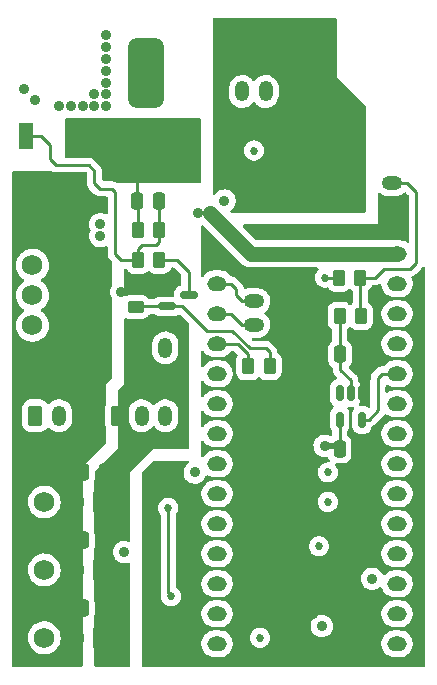
<source format=gbl>
G04 #@! TF.GenerationSoftware,KiCad,Pcbnew,6.0.9-8da3e8f707~116~ubuntu20.04.1*
G04 #@! TF.CreationDate,2022-11-15T09:37:26-05:00*
G04 #@! TF.ProjectId,dynamixel_control,64796e61-6d69-4786-956c-5f636f6e7472,rev?*
G04 #@! TF.SameCoordinates,Original*
G04 #@! TF.FileFunction,Copper,L4,Bot*
G04 #@! TF.FilePolarity,Positive*
%FSLAX46Y46*%
G04 Gerber Fmt 4.6, Leading zero omitted, Abs format (unit mm)*
G04 Created by KiCad (PCBNEW 6.0.9-8da3e8f707~116~ubuntu20.04.1) date 2022-11-15 09:37:26*
%MOMM*%
%LPD*%
G01*
G04 APERTURE LIST*
G04 Aperture macros list*
%AMRoundRect*
0 Rectangle with rounded corners*
0 $1 Rounding radius*
0 $2 $3 $4 $5 $6 $7 $8 $9 X,Y pos of 4 corners*
0 Add a 4 corners polygon primitive as box body*
4,1,4,$2,$3,$4,$5,$6,$7,$8,$9,$2,$3,0*
0 Add four circle primitives for the rounded corners*
1,1,$1+$1,$2,$3*
1,1,$1+$1,$4,$5*
1,1,$1+$1,$6,$7*
1,1,$1+$1,$8,$9*
0 Add four rect primitives between the rounded corners*
20,1,$1+$1,$2,$3,$4,$5,0*
20,1,$1+$1,$4,$5,$6,$7,0*
20,1,$1+$1,$6,$7,$8,$9,0*
20,1,$1+$1,$8,$9,$2,$3,0*%
G04 Aperture macros list end*
G04 #@! TA.AperFunction,ComponentPad*
%ADD10O,1.750000X1.200000*%
G04 #@! TD*
G04 #@! TA.AperFunction,ComponentPad*
%ADD11RoundRect,0.250000X-0.625000X0.350000X-0.625000X-0.350000X0.625000X-0.350000X0.625000X0.350000X0*%
G04 #@! TD*
G04 #@! TA.AperFunction,ComponentPad*
%ADD12RoundRect,0.250000X-0.350000X-0.625000X0.350000X-0.625000X0.350000X0.625000X-0.350000X0.625000X0*%
G04 #@! TD*
G04 #@! TA.AperFunction,ComponentPad*
%ADD13O,1.200000X1.750000*%
G04 #@! TD*
G04 #@! TA.AperFunction,ComponentPad*
%ADD14RoundRect,0.250000X0.625000X-0.350000X0.625000X0.350000X-0.625000X0.350000X-0.625000X-0.350000X0*%
G04 #@! TD*
G04 #@! TA.AperFunction,ComponentPad*
%ADD15RoundRect,0.250000X0.350000X0.625000X-0.350000X0.625000X-0.350000X-0.625000X0.350000X-0.625000X0*%
G04 #@! TD*
G04 #@! TA.AperFunction,ComponentPad*
%ADD16RoundRect,0.750000X0.750000X2.250000X-0.750000X2.250000X-0.750000X-2.250000X0.750000X-2.250000X0*%
G04 #@! TD*
G04 #@! TA.AperFunction,ComponentPad*
%ADD17RoundRect,0.750000X-2.250000X0.750000X-2.250000X-0.750000X2.250000X-0.750000X2.250000X0.750000X0*%
G04 #@! TD*
G04 #@! TA.AperFunction,ComponentPad*
%ADD18O,1.651000X1.270000*%
G04 #@! TD*
G04 #@! TA.AperFunction,ComponentPad*
%ADD19R,1.750000X1.750000*%
G04 #@! TD*
G04 #@! TA.AperFunction,ComponentPad*
%ADD20C,1.750000*%
G04 #@! TD*
G04 #@! TA.AperFunction,SMDPad,CuDef*
%ADD21R,1.200000X2.200000*%
G04 #@! TD*
G04 #@! TA.AperFunction,SMDPad,CuDef*
%ADD22R,5.800000X6.400000*%
G04 #@! TD*
G04 #@! TA.AperFunction,SMDPad,CuDef*
%ADD23RoundRect,0.250000X-0.262500X-0.450000X0.262500X-0.450000X0.262500X0.450000X-0.262500X0.450000X0*%
G04 #@! TD*
G04 #@! TA.AperFunction,SMDPad,CuDef*
%ADD24RoundRect,0.250000X-0.250000X-0.475000X0.250000X-0.475000X0.250000X0.475000X-0.250000X0.475000X0*%
G04 #@! TD*
G04 #@! TA.AperFunction,SMDPad,CuDef*
%ADD25RoundRect,0.250000X0.262500X0.450000X-0.262500X0.450000X-0.262500X-0.450000X0.262500X-0.450000X0*%
G04 #@! TD*
G04 #@! TA.AperFunction,SMDPad,CuDef*
%ADD26RoundRect,0.150000X-0.587500X-0.150000X0.587500X-0.150000X0.587500X0.150000X-0.587500X0.150000X0*%
G04 #@! TD*
G04 #@! TA.AperFunction,SMDPad,CuDef*
%ADD27RoundRect,0.150000X-0.150000X0.512500X-0.150000X-0.512500X0.150000X-0.512500X0.150000X0.512500X0*%
G04 #@! TD*
G04 #@! TA.AperFunction,SMDPad,CuDef*
%ADD28RoundRect,0.250000X0.450000X-0.262500X0.450000X0.262500X-0.450000X0.262500X-0.450000X-0.262500X0*%
G04 #@! TD*
G04 #@! TA.AperFunction,ViaPad*
%ADD29C,0.889000*%
G04 #@! TD*
G04 #@! TA.AperFunction,ViaPad*
%ADD30C,0.685800*%
G04 #@! TD*
G04 #@! TA.AperFunction,Conductor*
%ADD31C,0.254000*%
G04 #@! TD*
G04 #@! TA.AperFunction,Conductor*
%ADD32C,0.508000*%
G04 #@! TD*
G04 #@! TA.AperFunction,Conductor*
%ADD33C,1.270000*%
G04 #@! TD*
G04 APERTURE END LIST*
D10*
X41000000Y-46500000D03*
X41000000Y-44500000D03*
D11*
X41000000Y-42500000D03*
D12*
X31500000Y-48450000D03*
D13*
X33500000Y-48450000D03*
D14*
X52700000Y-36500000D03*
D10*
X52700000Y-34500000D03*
D15*
X44000000Y-26750000D03*
D13*
X42000000Y-26750000D03*
X40000000Y-26750000D03*
D12*
X29500000Y-54200000D03*
D13*
X31500000Y-54200000D03*
X33500000Y-54200000D03*
D16*
X31900000Y-25150000D03*
D17*
X32500000Y-30750000D03*
D12*
X22500000Y-54200000D03*
D13*
X24500000Y-54200000D03*
D18*
X37880000Y-43040000D03*
X37880000Y-45580000D03*
X37880000Y-48120000D03*
X37880000Y-50660000D03*
X53120000Y-45580000D03*
X37880000Y-53200000D03*
X37880000Y-55740000D03*
X37880000Y-58280000D03*
X37880000Y-60820000D03*
X37880000Y-63360000D03*
X37880000Y-65900000D03*
X37880000Y-68440000D03*
X37880000Y-70980000D03*
X37880000Y-73520000D03*
X53120000Y-73520000D03*
X53120000Y-70980000D03*
X53120000Y-68440000D03*
X53120000Y-65900000D03*
X53120000Y-63360000D03*
X53120000Y-60820000D03*
X53120000Y-58280000D03*
X53120000Y-55740000D03*
X53120000Y-53200000D03*
X53120000Y-50660000D03*
X53120000Y-48120000D03*
X37880000Y-40500000D03*
X53120000Y-43040000D03*
X53120000Y-40500000D03*
D19*
X28250000Y-73000000D03*
D20*
X25750000Y-73000000D03*
X23250000Y-73000000D03*
X22250000Y-41460000D03*
X22250000Y-44000000D03*
X22250000Y-46540000D03*
D19*
X28250000Y-61500000D03*
D20*
X25750000Y-61500000D03*
X23250000Y-61500000D03*
D19*
X28250000Y-67250000D03*
D20*
X25750000Y-67250000D03*
X23250000Y-67250000D03*
D21*
X26280000Y-30500000D03*
D22*
X24000000Y-36800000D03*
D21*
X21720000Y-30500000D03*
D23*
X48175000Y-42500000D03*
X50000000Y-42500000D03*
D24*
X48250000Y-57000000D03*
X50150000Y-57000000D03*
X31100000Y-36000000D03*
X33000000Y-36000000D03*
D25*
X50075000Y-45750000D03*
X48250000Y-45750000D03*
D23*
X31175000Y-38500000D03*
X33000000Y-38500000D03*
X40500000Y-50000000D03*
X42325000Y-50000000D03*
D26*
X33625000Y-44950000D03*
X33625000Y-43050000D03*
X35500000Y-44000000D03*
D24*
X26500000Y-70500000D03*
X28400000Y-70500000D03*
X48300000Y-49000000D03*
X50200000Y-49000000D03*
D23*
X31175000Y-41000000D03*
X33000000Y-41000000D03*
D24*
X26500000Y-59000000D03*
X28400000Y-59000000D03*
D27*
X48250000Y-52275000D03*
X49200000Y-52275000D03*
X50150000Y-52275000D03*
X50150000Y-54550000D03*
X48250000Y-54550000D03*
D28*
X31000000Y-45000000D03*
X31000000Y-43175000D03*
D24*
X26500000Y-64750000D03*
X28400000Y-64750000D03*
D29*
X22500000Y-27500000D03*
D30*
X41400000Y-33150000D03*
D29*
X46250000Y-35500000D03*
X28000000Y-38000000D03*
X28500000Y-27000000D03*
X35250000Y-64750000D03*
X27500000Y-27000000D03*
X24500000Y-28000000D03*
D30*
X42250000Y-69000000D03*
D29*
X49500000Y-65000000D03*
X49500000Y-72500000D03*
X28500000Y-25000000D03*
X28500000Y-26000000D03*
D30*
X41400000Y-34100000D03*
D29*
X33250000Y-60000000D03*
X32251197Y-70943945D03*
X25500000Y-28000000D03*
X45750000Y-73250000D03*
X28500000Y-22000000D03*
X26500000Y-28000000D03*
X50500000Y-51000000D03*
X29750000Y-43750000D03*
X49250000Y-27750000D03*
X51250000Y-57000000D03*
X21500000Y-26500000D03*
X32500000Y-63750000D03*
D30*
X35000000Y-46500000D03*
D29*
X27500000Y-28000000D03*
X46000000Y-71000000D03*
D30*
X37864278Y-33217935D03*
D29*
X28500000Y-24000000D03*
D30*
X41500000Y-65000000D03*
D29*
X28500000Y-28000000D03*
X28000000Y-39000000D03*
D30*
X47700000Y-66900000D03*
D29*
X28500000Y-23000000D03*
X30000000Y-65750000D03*
X46750000Y-72000000D03*
D30*
X41000000Y-31750000D03*
X46500000Y-65250000D03*
X47250000Y-59000000D03*
D29*
X47000000Y-56750000D03*
D30*
X47000000Y-42500000D03*
X47250000Y-61500000D03*
D29*
X38500000Y-36000000D03*
X51000000Y-68000000D03*
D30*
X41500000Y-73000000D03*
D29*
X36000000Y-59000000D03*
X25000000Y-50500000D03*
X28000000Y-50500000D03*
X26000000Y-49500000D03*
X23000000Y-49500000D03*
X27000000Y-49500000D03*
X26000000Y-50500000D03*
X23000000Y-50500000D03*
X22000000Y-50500000D03*
X25000000Y-49500000D03*
X21000000Y-50500000D03*
X24000000Y-50500000D03*
X21000000Y-49500000D03*
X27000000Y-50500000D03*
X22000000Y-49500000D03*
X24000000Y-49500000D03*
X28000000Y-49500000D03*
X37250000Y-37000000D03*
X36250000Y-37000000D03*
D30*
X33750000Y-62000000D03*
X34000000Y-69500000D03*
D31*
X40500000Y-50000000D02*
X40500000Y-49000000D01*
X40500000Y-49000000D02*
X39620000Y-48120000D01*
X39620000Y-48120000D02*
X37880000Y-48120000D01*
X42325000Y-50000000D02*
X42325000Y-48825000D01*
X42325000Y-48825000D02*
X42000000Y-48500000D01*
X42000000Y-48500000D02*
X40642052Y-48500000D01*
X40642052Y-48500000D02*
X39135051Y-46992999D01*
X39135051Y-46992999D02*
X36992999Y-46992999D01*
X36992999Y-46992999D02*
X34950000Y-44950000D01*
X34950000Y-44950000D02*
X33625000Y-44950000D01*
X41000000Y-46500000D02*
X40000000Y-46500000D01*
X40000000Y-46500000D02*
X39080000Y-45580000D01*
X39080000Y-45580000D02*
X37880000Y-45580000D01*
X39040000Y-43040000D02*
X39500000Y-43500000D01*
X37880000Y-43040000D02*
X39040000Y-43040000D01*
X40000000Y-44500000D02*
X39500000Y-44000000D01*
X39500000Y-43500000D02*
X39500000Y-44000000D01*
X41000000Y-44500000D02*
X40000000Y-44500000D01*
X31175000Y-36075000D02*
X31100000Y-36000000D01*
X31100000Y-32900000D02*
X32500000Y-31500000D01*
X31100000Y-36000000D02*
X31100000Y-32900000D01*
X31175000Y-38500000D02*
X31175000Y-36075000D01*
X30325000Y-43175000D02*
X29750000Y-43750000D01*
X50200000Y-50700000D02*
X50500000Y-51000000D01*
X33625000Y-43050000D02*
X31125000Y-43050000D01*
D32*
X50150000Y-57000000D02*
X51250000Y-57000000D01*
D31*
X50200000Y-49000000D02*
X50200000Y-50700000D01*
X50150000Y-51350000D02*
X50500000Y-51000000D01*
X31125000Y-43050000D02*
X31000000Y-43175000D01*
X31000000Y-43175000D02*
X30325000Y-43175000D01*
X50150000Y-52275000D02*
X50150000Y-51350000D01*
D32*
X47000000Y-56750000D02*
X48000000Y-56750000D01*
X48000000Y-56750000D02*
X48250000Y-57000000D01*
D31*
X48250000Y-54550000D02*
X48250000Y-57000000D01*
X48175000Y-42500000D02*
X47000000Y-42500000D01*
X48250000Y-45750000D02*
X48250000Y-48950000D01*
X48300000Y-50300000D02*
X48300000Y-49000000D01*
X49200000Y-52275000D02*
X49200000Y-51200000D01*
X48250000Y-48950000D02*
X48300000Y-49000000D01*
X49200000Y-51200000D02*
X48300000Y-50300000D01*
X23750000Y-31250000D02*
X23750000Y-32500000D01*
X27500000Y-34500000D02*
X28000000Y-35000000D01*
X33000000Y-36000000D02*
X33000000Y-38500000D01*
X31500000Y-39750000D02*
X31175000Y-40075000D01*
X27500000Y-33500000D02*
X27500000Y-34500000D01*
X23000000Y-30500000D02*
X23750000Y-31250000D01*
X29000000Y-35000000D02*
X29250000Y-35250000D01*
X28000000Y-35000000D02*
X29000000Y-35000000D01*
X27000000Y-33000000D02*
X27500000Y-33500000D01*
X29750000Y-41000000D02*
X31175000Y-41000000D01*
X31175000Y-40075000D02*
X31175000Y-41000000D01*
X21720000Y-30500000D02*
X23000000Y-30500000D01*
X23750000Y-32500000D02*
X24250000Y-33000000D01*
X32750000Y-39750000D02*
X31500000Y-39750000D01*
X24250000Y-33000000D02*
X27000000Y-33000000D01*
X29250000Y-35250000D02*
X29250000Y-40500000D01*
X33000000Y-39500000D02*
X32750000Y-39750000D01*
X33000000Y-39500000D02*
X33000000Y-38500000D01*
X29250000Y-40500000D02*
X29750000Y-41000000D01*
D33*
X37250000Y-37000000D02*
X40750000Y-40500000D01*
X40750000Y-40500000D02*
X42500000Y-40500000D01*
X53120000Y-40500000D02*
X42500000Y-40500000D01*
D31*
X33625000Y-44950000D02*
X31050000Y-44950000D01*
X31050000Y-44950000D02*
X31000000Y-45000000D01*
X35500000Y-42000000D02*
X35500000Y-44000000D01*
X34500000Y-41000000D02*
X35500000Y-42000000D01*
X33000000Y-41000000D02*
X34500000Y-41000000D01*
X54750000Y-35250000D02*
X54000000Y-34500000D01*
X54000000Y-34500000D02*
X52700000Y-34500000D01*
X50000000Y-45675000D02*
X50075000Y-45750000D01*
X54750000Y-41250000D02*
X54750000Y-35250000D01*
X52000000Y-41750000D02*
X54250000Y-41750000D01*
X51250000Y-42500000D02*
X52000000Y-41750000D01*
X50000000Y-42500000D02*
X50000000Y-45675000D01*
X50000000Y-42500000D02*
X51250000Y-42500000D01*
X54250000Y-41750000D02*
X54750000Y-41250000D01*
X51840000Y-50660000D02*
X53120000Y-50660000D01*
X51500000Y-53750000D02*
X51500000Y-51000000D01*
X51500000Y-51000000D02*
X51840000Y-50660000D01*
X50150000Y-54550000D02*
X50700000Y-54550000D01*
X51500000Y-53750000D02*
X50700000Y-54550000D01*
X34000000Y-69500000D02*
X33750000Y-69250000D01*
X33750000Y-69250000D02*
X33750000Y-62000000D01*
G04 #@! TA.AperFunction,Conductor*
G36*
X47942121Y-20528502D02*
G01*
X47988614Y-20582158D01*
X48000000Y-20634500D01*
X48000000Y-25500000D01*
X50463095Y-27963095D01*
X50497121Y-28025407D01*
X50500000Y-28052190D01*
X50500000Y-36874000D01*
X50479998Y-36942121D01*
X50426342Y-36988614D01*
X50374000Y-37000000D01*
X39133984Y-37000000D01*
X39065863Y-36979998D01*
X39019370Y-36926342D01*
X39009266Y-36856068D01*
X39038760Y-36791488D01*
X39056410Y-36774711D01*
X39160387Y-36693475D01*
X39164413Y-36688811D01*
X39164416Y-36688808D01*
X39278480Y-36556663D01*
X39282507Y-36551998D01*
X39328664Y-36470746D01*
X39371778Y-36394852D01*
X39371779Y-36394851D01*
X39374821Y-36389495D01*
X39433814Y-36212157D01*
X39447032Y-36107527D01*
X39456796Y-36030241D01*
X39456797Y-36030232D01*
X39457238Y-36026738D01*
X39457611Y-36000000D01*
X39439373Y-35813999D01*
X39435419Y-35800901D01*
X39387136Y-35640983D01*
X39385355Y-35635083D01*
X39297615Y-35470066D01*
X39276270Y-35443894D01*
X39183388Y-35330010D01*
X39183385Y-35330007D01*
X39179493Y-35325235D01*
X39174744Y-35321306D01*
X39040239Y-35210034D01*
X39040236Y-35210032D01*
X39035489Y-35206105D01*
X38871089Y-35117214D01*
X38781821Y-35089581D01*
X38698441Y-35063770D01*
X38698438Y-35063769D01*
X38692554Y-35061948D01*
X38686429Y-35061304D01*
X38686428Y-35061304D01*
X38512813Y-35043056D01*
X38512812Y-35043056D01*
X38506685Y-35042412D01*
X38388087Y-35053206D01*
X38326703Y-35058792D01*
X38326702Y-35058792D01*
X38320562Y-35059351D01*
X38314648Y-35061092D01*
X38314646Y-35061092D01*
X38192466Y-35097052D01*
X38141273Y-35112119D01*
X37975647Y-35198705D01*
X37829995Y-35315813D01*
X37826036Y-35320531D01*
X37826029Y-35320538D01*
X37722521Y-35443894D01*
X37663412Y-35483221D01*
X37592424Y-35484347D01*
X37532097Y-35446916D01*
X37501583Y-35382811D01*
X37500000Y-35362903D01*
X37500000Y-31750000D01*
X40143910Y-31750000D01*
X40162618Y-31927991D01*
X40217923Y-32098203D01*
X40307409Y-32253197D01*
X40427164Y-32386199D01*
X40571955Y-32491396D01*
X40577983Y-32494080D01*
X40577985Y-32494081D01*
X40729423Y-32561505D01*
X40735454Y-32564190D01*
X40822984Y-32582795D01*
X40904057Y-32600028D01*
X40904061Y-32600028D01*
X40910514Y-32601400D01*
X41089486Y-32601400D01*
X41095939Y-32600028D01*
X41095943Y-32600028D01*
X41177016Y-32582795D01*
X41264546Y-32564190D01*
X41270577Y-32561505D01*
X41422015Y-32494081D01*
X41422017Y-32494080D01*
X41428045Y-32491396D01*
X41572836Y-32386199D01*
X41692591Y-32253197D01*
X41782077Y-32098203D01*
X41837382Y-31927991D01*
X41856090Y-31750000D01*
X41837382Y-31572009D01*
X41782077Y-31401797D01*
X41692591Y-31246803D01*
X41572836Y-31113801D01*
X41428045Y-31008604D01*
X41422017Y-31005920D01*
X41422015Y-31005919D01*
X41270577Y-30938495D01*
X41270576Y-30938495D01*
X41264546Y-30935810D01*
X41177016Y-30917205D01*
X41095943Y-30899972D01*
X41095939Y-30899972D01*
X41089486Y-30898600D01*
X40910514Y-30898600D01*
X40904061Y-30899972D01*
X40904057Y-30899972D01*
X40822984Y-30917205D01*
X40735454Y-30935810D01*
X40729424Y-30938495D01*
X40729423Y-30938495D01*
X40577985Y-31005919D01*
X40577983Y-31005920D01*
X40571955Y-31008604D01*
X40427164Y-31113801D01*
X40307409Y-31246803D01*
X40217923Y-31401797D01*
X40162618Y-31572009D01*
X40143910Y-31750000D01*
X37500000Y-31750000D01*
X37500000Y-27077846D01*
X38891500Y-27077846D01*
X38906548Y-27235566D01*
X38966092Y-27438534D01*
X39062942Y-27626580D01*
X39193604Y-27792920D01*
X39198135Y-27796852D01*
X39198138Y-27796855D01*
X39284058Y-27871412D01*
X39353363Y-27931552D01*
X39358549Y-27934552D01*
X39358553Y-27934555D01*
X39454957Y-27990326D01*
X39536454Y-28037473D01*
X39736271Y-28106861D01*
X39742206Y-28107722D01*
X39742208Y-28107722D01*
X39939664Y-28136352D01*
X39939667Y-28136352D01*
X39945604Y-28137213D01*
X40156899Y-28127433D01*
X40288077Y-28095819D01*
X40356701Y-28079281D01*
X40356703Y-28079280D01*
X40362534Y-28077875D01*
X40367992Y-28075393D01*
X40367996Y-28075392D01*
X40483041Y-28023084D01*
X40555087Y-27990326D01*
X40727611Y-27867946D01*
X40873881Y-27715150D01*
X40877688Y-27709255D01*
X40894746Y-27682837D01*
X40948501Y-27636460D01*
X41018797Y-27626507D01*
X41083314Y-27656139D01*
X41099681Y-27673351D01*
X41193604Y-27792920D01*
X41198135Y-27796852D01*
X41198138Y-27796855D01*
X41284058Y-27871412D01*
X41353363Y-27931552D01*
X41358549Y-27934552D01*
X41358553Y-27934555D01*
X41454957Y-27990326D01*
X41536454Y-28037473D01*
X41736271Y-28106861D01*
X41742206Y-28107722D01*
X41742208Y-28107722D01*
X41939664Y-28136352D01*
X41939667Y-28136352D01*
X41945604Y-28137213D01*
X42156899Y-28127433D01*
X42288077Y-28095819D01*
X42356701Y-28079281D01*
X42356703Y-28079280D01*
X42362534Y-28077875D01*
X42367992Y-28075393D01*
X42367996Y-28075392D01*
X42483041Y-28023084D01*
X42555087Y-27990326D01*
X42727611Y-27867946D01*
X42873881Y-27715150D01*
X42988620Y-27537452D01*
X43067686Y-27341263D01*
X43108228Y-27133663D01*
X43108500Y-27128101D01*
X43108500Y-26422154D01*
X43093452Y-26264434D01*
X43033908Y-26061466D01*
X42971147Y-25939607D01*
X42939804Y-25878751D01*
X42939802Y-25878748D01*
X42937058Y-25873420D01*
X42806396Y-25707080D01*
X42801865Y-25703148D01*
X42801862Y-25703145D01*
X42651167Y-25572379D01*
X42646637Y-25568448D01*
X42641451Y-25565448D01*
X42641447Y-25565445D01*
X42468742Y-25465533D01*
X42463546Y-25462527D01*
X42263729Y-25393139D01*
X42257794Y-25392278D01*
X42257792Y-25392278D01*
X42060336Y-25363648D01*
X42060333Y-25363648D01*
X42054396Y-25362787D01*
X41843101Y-25372567D01*
X41711923Y-25404181D01*
X41643299Y-25420719D01*
X41643297Y-25420720D01*
X41637466Y-25422125D01*
X41632008Y-25424607D01*
X41632004Y-25424608D01*
X41516959Y-25476916D01*
X41444913Y-25509674D01*
X41272389Y-25632054D01*
X41126119Y-25784850D01*
X41122868Y-25789885D01*
X41122866Y-25789888D01*
X41105254Y-25817163D01*
X41051499Y-25863540D01*
X40981203Y-25873493D01*
X40916686Y-25843861D01*
X40900317Y-25826647D01*
X40871443Y-25789888D01*
X40806396Y-25707080D01*
X40801865Y-25703148D01*
X40801862Y-25703145D01*
X40651167Y-25572379D01*
X40646637Y-25568448D01*
X40641451Y-25565448D01*
X40641447Y-25565445D01*
X40468742Y-25465533D01*
X40463546Y-25462527D01*
X40263729Y-25393139D01*
X40257794Y-25392278D01*
X40257792Y-25392278D01*
X40060336Y-25363648D01*
X40060333Y-25363648D01*
X40054396Y-25362787D01*
X39843101Y-25372567D01*
X39711923Y-25404181D01*
X39643299Y-25420719D01*
X39643297Y-25420720D01*
X39637466Y-25422125D01*
X39632008Y-25424607D01*
X39632004Y-25424608D01*
X39516959Y-25476916D01*
X39444913Y-25509674D01*
X39272389Y-25632054D01*
X39126119Y-25784850D01*
X39011380Y-25962548D01*
X38932314Y-26158737D01*
X38891772Y-26366337D01*
X38891500Y-26371899D01*
X38891500Y-27077846D01*
X37500000Y-27077846D01*
X37500000Y-20634500D01*
X37520002Y-20566379D01*
X37573658Y-20519886D01*
X37626000Y-20508500D01*
X47874000Y-20508500D01*
X47942121Y-20528502D01*
G37*
G04 #@! TD.AperFunction*
G04 #@! TA.AperFunction,Conductor*
G36*
X32607671Y-45605502D02*
G01*
X32618585Y-45614298D01*
X32618825Y-45613989D01*
X32625085Y-45618845D01*
X32630693Y-45624453D01*
X32637517Y-45628489D01*
X32637520Y-45628491D01*
X32680681Y-45654016D01*
X32773899Y-45709145D01*
X32781510Y-45711356D01*
X32781512Y-45711357D01*
X32833731Y-45726528D01*
X32933669Y-45755562D01*
X32940074Y-45756066D01*
X32940079Y-45756067D01*
X32968542Y-45758307D01*
X32968550Y-45758307D01*
X32970998Y-45758500D01*
X34279002Y-45758500D01*
X34281450Y-45758307D01*
X34281458Y-45758307D01*
X34309921Y-45756067D01*
X34309926Y-45756066D01*
X34316331Y-45755562D01*
X34416269Y-45726528D01*
X34468488Y-45711357D01*
X34468490Y-45711356D01*
X34476101Y-45709145D01*
X34602053Y-45634657D01*
X34670865Y-45617198D01*
X34738197Y-45639714D01*
X34755284Y-45654016D01*
X35463095Y-46361827D01*
X35497121Y-46424139D01*
X35500000Y-46450922D01*
X35500000Y-56874000D01*
X35479998Y-56942121D01*
X35426342Y-56988614D01*
X35374000Y-57000000D01*
X32500000Y-57000000D01*
X30500000Y-59000000D01*
X30500000Y-64736216D01*
X30479998Y-64804337D01*
X30426342Y-64850830D01*
X30356068Y-64860934D01*
X30336741Y-64856581D01*
X30198441Y-64813770D01*
X30198438Y-64813769D01*
X30192554Y-64811948D01*
X30186429Y-64811304D01*
X30186428Y-64811304D01*
X30012813Y-64793056D01*
X30012812Y-64793056D01*
X30006685Y-64792412D01*
X29888087Y-64803206D01*
X29826703Y-64808792D01*
X29826702Y-64808792D01*
X29820562Y-64809351D01*
X29814648Y-64811092D01*
X29814646Y-64811092D01*
X29692466Y-64847052D01*
X29641273Y-64862119D01*
X29475647Y-64948705D01*
X29329995Y-65065813D01*
X29209862Y-65208981D01*
X29206899Y-65214370D01*
X29206896Y-65214375D01*
X29173348Y-65275400D01*
X29119826Y-65372757D01*
X29063315Y-65550901D01*
X29042482Y-65736630D01*
X29042998Y-65742774D01*
X29057591Y-65916550D01*
X29058121Y-65922867D01*
X29109636Y-66102520D01*
X29195064Y-66268746D01*
X29198887Y-66273570D01*
X29198890Y-66273574D01*
X29221419Y-66301998D01*
X29311152Y-66415212D01*
X29453478Y-66536342D01*
X29616621Y-66627519D01*
X29794367Y-66685272D01*
X29979945Y-66707401D01*
X29986080Y-66706929D01*
X29986082Y-66706929D01*
X30042119Y-66702617D01*
X30166287Y-66693063D01*
X30172213Y-66691409D01*
X30172227Y-66691406D01*
X30340116Y-66644530D01*
X30411106Y-66645476D01*
X30470316Y-66684652D01*
X30498945Y-66749620D01*
X30500000Y-66765888D01*
X30500000Y-75365500D01*
X30479998Y-75433621D01*
X30426342Y-75480114D01*
X30374000Y-75491500D01*
X27624136Y-75491500D01*
X27556015Y-75471498D01*
X27509522Y-75417842D01*
X27498138Y-75365873D01*
X27485845Y-71186620D01*
X27492250Y-71146583D01*
X27497797Y-71129861D01*
X27508500Y-71025400D01*
X27508500Y-69974600D01*
X27497526Y-69868834D01*
X27488247Y-69841021D01*
X27481771Y-69801515D01*
X27480263Y-69288998D01*
X27469081Y-65487158D01*
X27475485Y-65447129D01*
X27497797Y-65379861D01*
X27508500Y-65275400D01*
X27508500Y-64224600D01*
X27497526Y-64118834D01*
X27471182Y-64039872D01*
X27464708Y-64000376D01*
X27452317Y-59787698D01*
X27458721Y-59747673D01*
X27497797Y-59629861D01*
X27508500Y-59525400D01*
X27508500Y-58996032D01*
X27528502Y-58927911D01*
X27546511Y-58905843D01*
X29487034Y-57012650D01*
X29487034Y-57012649D01*
X29500000Y-57000000D01*
X29500000Y-54527846D01*
X30391500Y-54527846D01*
X30406548Y-54685566D01*
X30466092Y-54888534D01*
X30562942Y-55076580D01*
X30693604Y-55242920D01*
X30698135Y-55246852D01*
X30698138Y-55246855D01*
X30784058Y-55321412D01*
X30853363Y-55381552D01*
X30858549Y-55384552D01*
X30858553Y-55384555D01*
X30954957Y-55440326D01*
X31036454Y-55487473D01*
X31236271Y-55556861D01*
X31242206Y-55557722D01*
X31242208Y-55557722D01*
X31439664Y-55586352D01*
X31439667Y-55586352D01*
X31445604Y-55587213D01*
X31656899Y-55577433D01*
X31788077Y-55545819D01*
X31856701Y-55529281D01*
X31856703Y-55529280D01*
X31862534Y-55527875D01*
X31867992Y-55525393D01*
X31867996Y-55525392D01*
X31983041Y-55473084D01*
X32055087Y-55440326D01*
X32227611Y-55317946D01*
X32373881Y-55165150D01*
X32377688Y-55159255D01*
X32394746Y-55132837D01*
X32448501Y-55086460D01*
X32518797Y-55076507D01*
X32583314Y-55106139D01*
X32599681Y-55123351D01*
X32693604Y-55242920D01*
X32698135Y-55246852D01*
X32698138Y-55246855D01*
X32784058Y-55321412D01*
X32853363Y-55381552D01*
X32858549Y-55384552D01*
X32858553Y-55384555D01*
X32954957Y-55440326D01*
X33036454Y-55487473D01*
X33236271Y-55556861D01*
X33242206Y-55557722D01*
X33242208Y-55557722D01*
X33439664Y-55586352D01*
X33439667Y-55586352D01*
X33445604Y-55587213D01*
X33656899Y-55577433D01*
X33788077Y-55545819D01*
X33856701Y-55529281D01*
X33856703Y-55529280D01*
X33862534Y-55527875D01*
X33867992Y-55525393D01*
X33867996Y-55525392D01*
X33983041Y-55473084D01*
X34055087Y-55440326D01*
X34227611Y-55317946D01*
X34373881Y-55165150D01*
X34488620Y-54987452D01*
X34567686Y-54791263D01*
X34608228Y-54583663D01*
X34608500Y-54578101D01*
X34608500Y-53872154D01*
X34593452Y-53714434D01*
X34533908Y-53511466D01*
X34437058Y-53323420D01*
X34306396Y-53157080D01*
X34301865Y-53153148D01*
X34301862Y-53153145D01*
X34151167Y-53022379D01*
X34146637Y-53018448D01*
X34141451Y-53015448D01*
X34141447Y-53015445D01*
X33968742Y-52915533D01*
X33963546Y-52912527D01*
X33763729Y-52843139D01*
X33757794Y-52842278D01*
X33757792Y-52842278D01*
X33560336Y-52813648D01*
X33560333Y-52813648D01*
X33554396Y-52812787D01*
X33343101Y-52822567D01*
X33211923Y-52854181D01*
X33143299Y-52870719D01*
X33143297Y-52870720D01*
X33137466Y-52872125D01*
X33132008Y-52874607D01*
X33132004Y-52874608D01*
X33016959Y-52926916D01*
X32944913Y-52959674D01*
X32772389Y-53082054D01*
X32626119Y-53234850D01*
X32622868Y-53239885D01*
X32622866Y-53239888D01*
X32605254Y-53267163D01*
X32551499Y-53313540D01*
X32481203Y-53323493D01*
X32416686Y-53293861D01*
X32400317Y-53276647D01*
X32371443Y-53239888D01*
X32306396Y-53157080D01*
X32301865Y-53153148D01*
X32301862Y-53153145D01*
X32151167Y-53022379D01*
X32146637Y-53018448D01*
X32141451Y-53015448D01*
X32141447Y-53015445D01*
X31968742Y-52915533D01*
X31963546Y-52912527D01*
X31763729Y-52843139D01*
X31757794Y-52842278D01*
X31757792Y-52842278D01*
X31560336Y-52813648D01*
X31560333Y-52813648D01*
X31554396Y-52812787D01*
X31343101Y-52822567D01*
X31211923Y-52854181D01*
X31143299Y-52870719D01*
X31143297Y-52870720D01*
X31137466Y-52872125D01*
X31132008Y-52874607D01*
X31132004Y-52874608D01*
X31016959Y-52926916D01*
X30944913Y-52959674D01*
X30772389Y-53082054D01*
X30626119Y-53234850D01*
X30511380Y-53412548D01*
X30432314Y-53608737D01*
X30391772Y-53816337D01*
X30391500Y-53821899D01*
X30391500Y-54527846D01*
X29500000Y-54527846D01*
X29500000Y-52051342D01*
X29520002Y-51983221D01*
X29536986Y-51962165D01*
X29987179Y-51512798D01*
X29987180Y-51512797D01*
X30000000Y-51500000D01*
X30000000Y-48777846D01*
X32391500Y-48777846D01*
X32406548Y-48935566D01*
X32466092Y-49138534D01*
X32562942Y-49326580D01*
X32693604Y-49492920D01*
X32698135Y-49496852D01*
X32698138Y-49496855D01*
X32784058Y-49571412D01*
X32853363Y-49631552D01*
X32858549Y-49634552D01*
X32858553Y-49634555D01*
X32954957Y-49690326D01*
X33036454Y-49737473D01*
X33236271Y-49806861D01*
X33242206Y-49807722D01*
X33242208Y-49807722D01*
X33439664Y-49836352D01*
X33439667Y-49836352D01*
X33445604Y-49837213D01*
X33656899Y-49827433D01*
X33788077Y-49795819D01*
X33856701Y-49779281D01*
X33856703Y-49779280D01*
X33862534Y-49777875D01*
X33867992Y-49775393D01*
X33867996Y-49775392D01*
X34007072Y-49712157D01*
X34055087Y-49690326D01*
X34227611Y-49567946D01*
X34373881Y-49415150D01*
X34488620Y-49237452D01*
X34567686Y-49041263D01*
X34608228Y-48833663D01*
X34608500Y-48828101D01*
X34608500Y-48122154D01*
X34593452Y-47964434D01*
X34533908Y-47761466D01*
X34465426Y-47628499D01*
X34439804Y-47578751D01*
X34439802Y-47578748D01*
X34437058Y-47573420D01*
X34306396Y-47407080D01*
X34301865Y-47403148D01*
X34301862Y-47403145D01*
X34151167Y-47272379D01*
X34146637Y-47268448D01*
X34141451Y-47265448D01*
X34141447Y-47265445D01*
X33968742Y-47165533D01*
X33963546Y-47162527D01*
X33763729Y-47093139D01*
X33757794Y-47092278D01*
X33757792Y-47092278D01*
X33560336Y-47063648D01*
X33560333Y-47063648D01*
X33554396Y-47062787D01*
X33343101Y-47072567D01*
X33211923Y-47104181D01*
X33143299Y-47120719D01*
X33143297Y-47120720D01*
X33137466Y-47122125D01*
X33132008Y-47124607D01*
X33132004Y-47124608D01*
X33016959Y-47176916D01*
X32944913Y-47209674D01*
X32772389Y-47332054D01*
X32626119Y-47484850D01*
X32511380Y-47662548D01*
X32432314Y-47858737D01*
X32391772Y-48066337D01*
X32391500Y-48071899D01*
X32391500Y-48777846D01*
X30000000Y-48777846D01*
X30000000Y-46040211D01*
X30020002Y-45972090D01*
X30073658Y-45925597D01*
X30143932Y-45915493D01*
X30192115Y-45932951D01*
X30221028Y-45950773D01*
X30221033Y-45950775D01*
X30227262Y-45954615D01*
X30279948Y-45972090D01*
X30388611Y-46008132D01*
X30388613Y-46008132D01*
X30395139Y-46010297D01*
X30401975Y-46010997D01*
X30401978Y-46010998D01*
X30445031Y-46015409D01*
X30499600Y-46021000D01*
X31500400Y-46021000D01*
X31503646Y-46020663D01*
X31503650Y-46020663D01*
X31599308Y-46010738D01*
X31599312Y-46010737D01*
X31606166Y-46010026D01*
X31612702Y-46007845D01*
X31612704Y-46007845D01*
X31744806Y-45963772D01*
X31773946Y-45954050D01*
X31924348Y-45860978D01*
X32049305Y-45735803D01*
X32064374Y-45711357D01*
X32105042Y-45645383D01*
X32157814Y-45597890D01*
X32212301Y-45585500D01*
X32539550Y-45585500D01*
X32607671Y-45605502D01*
G37*
G04 #@! TD.AperFunction*
G04 #@! TA.AperFunction,Conductor*
G36*
X34252698Y-41655502D02*
G01*
X34273673Y-41672405D01*
X34827596Y-42226329D01*
X34861621Y-42288641D01*
X34864500Y-42315424D01*
X34864500Y-43083614D01*
X34844498Y-43151735D01*
X34790842Y-43198228D01*
X34773653Y-43204611D01*
X34656512Y-43238643D01*
X34656510Y-43238644D01*
X34648899Y-43240855D01*
X34642072Y-43244892D01*
X34642073Y-43244892D01*
X34512520Y-43321509D01*
X34512517Y-43321511D01*
X34505693Y-43325547D01*
X34388047Y-43443193D01*
X34384011Y-43450017D01*
X34384009Y-43450020D01*
X34320393Y-43557589D01*
X34303355Y-43586399D01*
X34256938Y-43746169D01*
X34254000Y-43783498D01*
X34254000Y-44015500D01*
X34233998Y-44083621D01*
X34180342Y-44130114D01*
X34128000Y-44141500D01*
X32970998Y-44141500D01*
X32968550Y-44141693D01*
X32968542Y-44141693D01*
X32940079Y-44143933D01*
X32940074Y-44143934D01*
X32933669Y-44144438D01*
X32833731Y-44173472D01*
X32781512Y-44188643D01*
X32781510Y-44188644D01*
X32773899Y-44190855D01*
X32767072Y-44194892D01*
X32767073Y-44194892D01*
X32637520Y-44271509D01*
X32637517Y-44271511D01*
X32630693Y-44275547D01*
X32625085Y-44281155D01*
X32618825Y-44286011D01*
X32617161Y-44283866D01*
X32566333Y-44311621D01*
X32539550Y-44314500D01*
X32149005Y-44314500D01*
X32080884Y-44294498D01*
X32051292Y-44267700D01*
X32048478Y-44263152D01*
X31923303Y-44138195D01*
X31807538Y-44066836D01*
X31778968Y-44049225D01*
X31778966Y-44049224D01*
X31772738Y-44045385D01*
X31612254Y-43992155D01*
X31611389Y-43991868D01*
X31611387Y-43991868D01*
X31604861Y-43989703D01*
X31598025Y-43989003D01*
X31598022Y-43989002D01*
X31554969Y-43984591D01*
X31500400Y-43979000D01*
X30499600Y-43979000D01*
X30496354Y-43979337D01*
X30496350Y-43979337D01*
X30400692Y-43989262D01*
X30400688Y-43989263D01*
X30393834Y-43989974D01*
X30387298Y-43992155D01*
X30387296Y-43992155D01*
X30333593Y-44010072D01*
X30226054Y-44045950D01*
X30192302Y-44066837D01*
X30123852Y-44085674D01*
X30056082Y-44064513D01*
X30010511Y-44010072D01*
X30000000Y-43959692D01*
X30000000Y-41859954D01*
X30020002Y-41791833D01*
X30073658Y-41745340D01*
X30143932Y-41735236D01*
X30208512Y-41764730D01*
X30233144Y-41793650D01*
X30314022Y-41924348D01*
X30439197Y-42049305D01*
X30445427Y-42053145D01*
X30445428Y-42053146D01*
X30582590Y-42137694D01*
X30589762Y-42142115D01*
X30669505Y-42168564D01*
X30751111Y-42195632D01*
X30751113Y-42195632D01*
X30757639Y-42197797D01*
X30764475Y-42198497D01*
X30764478Y-42198498D01*
X30807531Y-42202909D01*
X30862100Y-42208500D01*
X31487900Y-42208500D01*
X31491146Y-42208163D01*
X31491150Y-42208163D01*
X31586808Y-42198238D01*
X31586812Y-42198237D01*
X31593666Y-42197526D01*
X31600202Y-42195345D01*
X31600204Y-42195345D01*
X31732306Y-42151272D01*
X31761446Y-42141550D01*
X31911848Y-42048478D01*
X31998284Y-41961891D01*
X32060566Y-41927812D01*
X32131386Y-41932815D01*
X32176475Y-41961736D01*
X32251931Y-42037060D01*
X32264197Y-42049305D01*
X32270427Y-42053145D01*
X32270428Y-42053146D01*
X32407590Y-42137694D01*
X32414762Y-42142115D01*
X32494505Y-42168564D01*
X32576111Y-42195632D01*
X32576113Y-42195632D01*
X32582639Y-42197797D01*
X32589475Y-42198497D01*
X32589478Y-42198498D01*
X32632531Y-42202909D01*
X32687100Y-42208500D01*
X33312900Y-42208500D01*
X33316146Y-42208163D01*
X33316150Y-42208163D01*
X33411808Y-42198238D01*
X33411812Y-42198237D01*
X33418666Y-42197526D01*
X33425202Y-42195345D01*
X33425204Y-42195345D01*
X33557306Y-42151272D01*
X33586446Y-42141550D01*
X33736848Y-42048478D01*
X33861805Y-41923303D01*
X33954615Y-41772738D01*
X33971500Y-41721832D01*
X34011932Y-41663472D01*
X34077496Y-41636236D01*
X34091093Y-41635500D01*
X34184577Y-41635500D01*
X34252698Y-41655502D01*
G37*
G04 #@! TD.AperFunction*
G04 #@! TA.AperFunction,Conductor*
G36*
X36442121Y-29020002D02*
G01*
X36488614Y-29073658D01*
X36500000Y-29126000D01*
X36500000Y-34374000D01*
X36479998Y-34442121D01*
X36426342Y-34488614D01*
X36374000Y-34500000D01*
X29440830Y-34500000D01*
X29376825Y-34481207D01*
X29376508Y-34481784D01*
X29373890Y-34480345D01*
X29373891Y-34480345D01*
X29358669Y-34471977D01*
X29342153Y-34461127D01*
X29326067Y-34448650D01*
X29285334Y-34431024D01*
X29274686Y-34425807D01*
X29263058Y-34419415D01*
X29235803Y-34404431D01*
X29228128Y-34402460D01*
X29228122Y-34402458D01*
X29216089Y-34399369D01*
X29197387Y-34392966D01*
X29178708Y-34384883D01*
X29144872Y-34379524D01*
X29134873Y-34377940D01*
X29123260Y-34375535D01*
X29080282Y-34364500D01*
X29059935Y-34364500D01*
X29040224Y-34362949D01*
X29027950Y-34361005D01*
X29020121Y-34359765D01*
X29012229Y-34360511D01*
X28975944Y-34363941D01*
X28964086Y-34364500D01*
X28416690Y-34364500D01*
X28348569Y-34344498D01*
X28327595Y-34327595D01*
X28172405Y-34172405D01*
X28138379Y-34110093D01*
X28135500Y-34083310D01*
X28135500Y-33579032D01*
X28136030Y-33567793D01*
X28137709Y-33560281D01*
X28135562Y-33491969D01*
X28135500Y-33488012D01*
X28135500Y-33460017D01*
X28134992Y-33455994D01*
X28134059Y-33444152D01*
X28132914Y-33407720D01*
X28132665Y-33399795D01*
X28126987Y-33380251D01*
X28122977Y-33360888D01*
X28121420Y-33348560D01*
X28121420Y-33348558D01*
X28120427Y-33340701D01*
X28117511Y-33333337D01*
X28117510Y-33333332D01*
X28104093Y-33299444D01*
X28100248Y-33288215D01*
X28090081Y-33253222D01*
X28087869Y-33245607D01*
X28083830Y-33238777D01*
X28077512Y-33228094D01*
X28068812Y-33210336D01*
X28064239Y-33198785D01*
X28064235Y-33198779D01*
X28061319Y-33191412D01*
X28035234Y-33155509D01*
X28028719Y-33145590D01*
X28010174Y-33114232D01*
X28010171Y-33114228D01*
X28006134Y-33107402D01*
X27991750Y-33093018D01*
X27978909Y-33077984D01*
X27971602Y-33067927D01*
X27966942Y-33061513D01*
X27932752Y-33033228D01*
X27923973Y-33025240D01*
X27505246Y-32606514D01*
X27497674Y-32598192D01*
X27493553Y-32591697D01*
X27443733Y-32544913D01*
X27440892Y-32542159D01*
X27421094Y-32522361D01*
X27417969Y-32519937D01*
X27417960Y-32519929D01*
X27417874Y-32519863D01*
X27408849Y-32512155D01*
X27382285Y-32487210D01*
X27376506Y-32481783D01*
X27358669Y-32471977D01*
X27342153Y-32461127D01*
X27326067Y-32448650D01*
X27285334Y-32431024D01*
X27274686Y-32425807D01*
X27263058Y-32419415D01*
X27235803Y-32404431D01*
X27228128Y-32402460D01*
X27228122Y-32402458D01*
X27216089Y-32399369D01*
X27197387Y-32392966D01*
X27178708Y-32384883D01*
X27144872Y-32379524D01*
X27134873Y-32377940D01*
X27123260Y-32375535D01*
X27080282Y-32364500D01*
X27059935Y-32364500D01*
X27040224Y-32362949D01*
X27027950Y-32361005D01*
X27020121Y-32359765D01*
X27012229Y-32360511D01*
X26975944Y-32363941D01*
X26964086Y-32364500D01*
X25126000Y-32364500D01*
X25057879Y-32344498D01*
X25011386Y-32290842D01*
X25000000Y-32238500D01*
X25000000Y-29126000D01*
X25020002Y-29057879D01*
X25073658Y-29011386D01*
X25126000Y-29000000D01*
X36374000Y-29000000D01*
X36442121Y-29020002D01*
G37*
G04 #@! TD.AperFunction*
G04 #@! TA.AperFunction,Conductor*
G36*
X23873175Y-33518793D02*
G01*
X23873492Y-33518216D01*
X23873494Y-33518217D01*
X23879545Y-33521544D01*
X23879547Y-33521545D01*
X23891329Y-33528022D01*
X23907847Y-33538873D01*
X23923933Y-33551350D01*
X23964666Y-33568976D01*
X23975314Y-33574193D01*
X24014197Y-33595569D01*
X24021872Y-33597540D01*
X24021878Y-33597542D01*
X24033911Y-33600631D01*
X24052613Y-33607034D01*
X24071292Y-33615117D01*
X24105128Y-33620476D01*
X24115127Y-33622060D01*
X24126740Y-33624465D01*
X24169718Y-33635500D01*
X24190065Y-33635500D01*
X24209777Y-33637051D01*
X24229879Y-33640235D01*
X24237771Y-33639489D01*
X24274056Y-33636059D01*
X24285914Y-33635500D01*
X26583310Y-33635500D01*
X26651431Y-33655502D01*
X26672405Y-33672405D01*
X26827595Y-33827595D01*
X26861621Y-33889907D01*
X26864500Y-33916690D01*
X26864500Y-34420980D01*
X26863970Y-34432214D01*
X26862292Y-34439719D01*
X26862541Y-34447638D01*
X26864438Y-34508012D01*
X26864500Y-34511969D01*
X26864500Y-34539983D01*
X26864996Y-34543908D01*
X26864996Y-34543909D01*
X26865008Y-34544004D01*
X26865941Y-34555849D01*
X26867335Y-34600205D01*
X26869547Y-34607817D01*
X26873013Y-34619748D01*
X26877023Y-34639112D01*
X26879573Y-34659299D01*
X26882489Y-34666663D01*
X26882490Y-34666668D01*
X26895907Y-34700556D01*
X26899752Y-34711785D01*
X26912131Y-34754393D01*
X26916169Y-34761220D01*
X26916170Y-34761223D01*
X26922488Y-34771906D01*
X26931188Y-34789664D01*
X26935761Y-34801215D01*
X26935765Y-34801221D01*
X26938681Y-34808588D01*
X26943339Y-34814999D01*
X26943340Y-34815001D01*
X26964764Y-34844488D01*
X26971281Y-34854410D01*
X26989826Y-34885768D01*
X26989829Y-34885772D01*
X26993866Y-34892598D01*
X27008250Y-34906982D01*
X27021091Y-34922016D01*
X27033058Y-34938487D01*
X27039167Y-34943541D01*
X27067248Y-34966772D01*
X27076027Y-34974760D01*
X27494754Y-35393486D01*
X27502326Y-35401808D01*
X27506447Y-35408303D01*
X27512225Y-35413728D01*
X27512225Y-35413729D01*
X27556266Y-35455086D01*
X27559108Y-35457841D01*
X27578906Y-35477639D01*
X27582031Y-35480063D01*
X27582040Y-35480071D01*
X27582126Y-35480137D01*
X27591151Y-35487845D01*
X27623494Y-35518217D01*
X27630438Y-35522035D01*
X27630440Y-35522036D01*
X27641329Y-35528022D01*
X27657847Y-35538873D01*
X27673933Y-35551350D01*
X27714666Y-35568976D01*
X27725314Y-35574193D01*
X27764197Y-35595569D01*
X27771872Y-35597540D01*
X27771878Y-35597542D01*
X27783911Y-35600631D01*
X27802613Y-35607034D01*
X27821292Y-35615117D01*
X27855128Y-35620476D01*
X27865127Y-35622060D01*
X27876740Y-35624465D01*
X27919718Y-35635500D01*
X27940065Y-35635500D01*
X27959777Y-35637051D01*
X27979879Y-35640235D01*
X27987771Y-35639489D01*
X28024056Y-35636059D01*
X28035914Y-35635500D01*
X28488500Y-35635500D01*
X28556621Y-35655502D01*
X28603114Y-35709158D01*
X28614500Y-35761500D01*
X28614500Y-37037458D01*
X28594498Y-37105579D01*
X28540842Y-37152072D01*
X28470568Y-37162176D01*
X28428572Y-37148294D01*
X28376512Y-37120146D01*
X28376510Y-37120145D01*
X28371089Y-37117214D01*
X28281822Y-37089581D01*
X28198441Y-37063770D01*
X28198438Y-37063769D01*
X28192554Y-37061948D01*
X28186429Y-37061304D01*
X28186428Y-37061304D01*
X28012813Y-37043056D01*
X28012812Y-37043056D01*
X28006685Y-37042412D01*
X27888087Y-37053206D01*
X27826703Y-37058792D01*
X27826702Y-37058792D01*
X27820562Y-37059351D01*
X27814648Y-37061092D01*
X27814646Y-37061092D01*
X27692466Y-37097052D01*
X27641273Y-37112119D01*
X27475647Y-37198705D01*
X27329995Y-37315813D01*
X27209862Y-37458981D01*
X27206899Y-37464370D01*
X27206896Y-37464375D01*
X27133509Y-37597868D01*
X27119826Y-37622757D01*
X27063315Y-37800901D01*
X27042482Y-37986630D01*
X27058121Y-38172867D01*
X27109636Y-38352520D01*
X27112451Y-38357997D01*
X27155716Y-38442183D01*
X27169063Y-38511914D01*
X27154064Y-38560477D01*
X27119826Y-38622757D01*
X27063315Y-38800901D01*
X27042482Y-38986630D01*
X27058121Y-39172867D01*
X27109636Y-39352520D01*
X27195064Y-39518746D01*
X27198887Y-39523570D01*
X27198890Y-39523574D01*
X27304170Y-39656402D01*
X27311152Y-39665212D01*
X27453478Y-39786342D01*
X27616621Y-39877519D01*
X27794367Y-39935272D01*
X27979945Y-39957401D01*
X27986080Y-39956929D01*
X27986082Y-39956929D01*
X28042119Y-39952617D01*
X28166287Y-39943063D01*
X28346296Y-39892804D01*
X28351789Y-39890029D01*
X28351795Y-39890027D01*
X28431690Y-39849669D01*
X28501512Y-39836809D01*
X28567203Y-39863738D01*
X28607906Y-39921908D01*
X28614500Y-39962135D01*
X28614500Y-40420980D01*
X28613970Y-40432214D01*
X28612292Y-40439719D01*
X28612541Y-40447638D01*
X28614438Y-40508012D01*
X28614500Y-40511969D01*
X28614500Y-40539983D01*
X28614996Y-40543908D01*
X28614996Y-40543909D01*
X28615008Y-40544004D01*
X28615941Y-40555849D01*
X28617335Y-40600205D01*
X28621044Y-40612971D01*
X28623013Y-40619748D01*
X28627023Y-40639112D01*
X28629573Y-40659299D01*
X28632489Y-40666663D01*
X28632490Y-40666668D01*
X28645907Y-40700556D01*
X28649752Y-40711785D01*
X28662131Y-40754393D01*
X28666169Y-40761220D01*
X28666170Y-40761223D01*
X28672488Y-40771906D01*
X28681188Y-40789664D01*
X28685761Y-40801215D01*
X28685765Y-40801221D01*
X28688681Y-40808588D01*
X28693339Y-40814999D01*
X28693340Y-40815001D01*
X28714764Y-40844488D01*
X28721281Y-40854410D01*
X28739826Y-40885768D01*
X28739829Y-40885772D01*
X28743866Y-40892598D01*
X28758250Y-40906982D01*
X28771091Y-40922016D01*
X28783058Y-40938487D01*
X28789167Y-40943541D01*
X28817254Y-40966777D01*
X28826033Y-40974766D01*
X28963095Y-41111828D01*
X28997121Y-41174140D01*
X29000000Y-41200923D01*
X29000000Y-43115286D01*
X28979998Y-43183407D01*
X28970522Y-43196277D01*
X28959862Y-43208981D01*
X28956899Y-43214370D01*
X28956896Y-43214375D01*
X28904314Y-43310023D01*
X28869826Y-43372757D01*
X28813315Y-43550901D01*
X28792482Y-43736630D01*
X28808121Y-43922867D01*
X28859636Y-44102520D01*
X28945064Y-44268746D01*
X28948890Y-44273573D01*
X28972746Y-44303672D01*
X28999383Y-44369482D01*
X29000000Y-44381936D01*
X29000000Y-50947810D01*
X28979998Y-51015931D01*
X28963095Y-51036905D01*
X28500000Y-51500000D01*
X28500000Y-53148225D01*
X28481260Y-53214341D01*
X28457885Y-53252262D01*
X28402203Y-53420139D01*
X28391500Y-53524600D01*
X28391500Y-54875400D01*
X28402474Y-54981166D01*
X28404655Y-54987702D01*
X28404655Y-54987704D01*
X28435135Y-55079064D01*
X28458450Y-55148946D01*
X28471157Y-55169480D01*
X28481144Y-55185619D01*
X28500000Y-55251922D01*
X28500000Y-56447810D01*
X28479998Y-56515931D01*
X28463095Y-56536905D01*
X26500000Y-58500000D01*
X26500000Y-75365500D01*
X26479998Y-75433621D01*
X26426342Y-75480114D01*
X26374000Y-75491500D01*
X20634500Y-75491500D01*
X20566379Y-75471498D01*
X20519886Y-75417842D01*
X20508500Y-75365500D01*
X20508500Y-72966082D01*
X21862172Y-72966082D01*
X21862469Y-72971234D01*
X21862469Y-72971238D01*
X21867845Y-73064463D01*
X21875268Y-73193206D01*
X21876405Y-73198252D01*
X21876406Y-73198258D01*
X21896686Y-73288244D01*
X21925283Y-73415141D01*
X22010875Y-73625927D01*
X22129744Y-73819904D01*
X22278698Y-73991861D01*
X22453737Y-74137181D01*
X22458189Y-74139783D01*
X22458194Y-74139786D01*
X22552199Y-74194718D01*
X22650160Y-74251962D01*
X22862693Y-74333120D01*
X22867759Y-74334151D01*
X22867760Y-74334151D01*
X22966861Y-74354313D01*
X23085627Y-74378476D01*
X23213437Y-74383163D01*
X23307811Y-74386624D01*
X23307815Y-74386624D01*
X23312975Y-74386813D01*
X23318095Y-74386157D01*
X23318097Y-74386157D01*
X23533504Y-74358563D01*
X23533505Y-74358563D01*
X23538632Y-74357906D01*
X23621248Y-74333120D01*
X23751591Y-74294015D01*
X23751592Y-74294014D01*
X23756537Y-74292531D01*
X23960839Y-74192444D01*
X23965043Y-74189446D01*
X23965047Y-74189443D01*
X24141847Y-74063333D01*
X24141849Y-74063331D01*
X24146051Y-74060334D01*
X24307199Y-73899747D01*
X24361764Y-73823812D01*
X24436938Y-73719198D01*
X24436942Y-73719192D01*
X24439956Y-73714997D01*
X24540755Y-73511046D01*
X24606890Y-73293370D01*
X24620077Y-73193206D01*
X24636148Y-73071136D01*
X24636148Y-73071132D01*
X24636585Y-73067815D01*
X24638242Y-73000000D01*
X24619601Y-72773264D01*
X24564178Y-72552617D01*
X24473462Y-72343985D01*
X24349890Y-72152971D01*
X24196779Y-71984704D01*
X24018241Y-71843704D01*
X23980537Y-71822890D01*
X23869761Y-71761739D01*
X23819072Y-71733757D01*
X23814203Y-71732033D01*
X23814199Y-71732031D01*
X23609496Y-71659541D01*
X23609492Y-71659540D01*
X23604621Y-71657815D01*
X23599528Y-71656908D01*
X23599525Y-71656907D01*
X23385734Y-71618825D01*
X23385728Y-71618824D01*
X23380645Y-71617919D01*
X23307196Y-71617022D01*
X23158331Y-71615203D01*
X23158329Y-71615203D01*
X23153161Y-71615140D01*
X22928278Y-71649552D01*
X22712035Y-71720231D01*
X22707447Y-71722619D01*
X22707443Y-71722621D01*
X22514828Y-71822890D01*
X22510239Y-71825279D01*
X22506106Y-71828382D01*
X22506103Y-71828384D01*
X22485699Y-71843704D01*
X22328310Y-71961875D01*
X22171133Y-72126351D01*
X22042931Y-72314289D01*
X22040758Y-72318971D01*
X22040756Y-72318974D01*
X22026948Y-72348722D01*
X21947145Y-72520643D01*
X21886348Y-72739869D01*
X21862172Y-72966082D01*
X20508500Y-72966082D01*
X20508500Y-67216082D01*
X21862172Y-67216082D01*
X21862469Y-67221234D01*
X21862469Y-67221238D01*
X21867845Y-67314463D01*
X21875268Y-67443206D01*
X21876405Y-67448252D01*
X21876406Y-67448258D01*
X21896686Y-67538244D01*
X21925283Y-67665141D01*
X22010875Y-67875927D01*
X22129744Y-68069904D01*
X22278698Y-68241861D01*
X22453737Y-68387181D01*
X22458189Y-68389783D01*
X22458194Y-68389786D01*
X22552199Y-68444718D01*
X22650160Y-68501962D01*
X22862693Y-68583120D01*
X22867759Y-68584151D01*
X22867760Y-68584151D01*
X22966861Y-68604313D01*
X23085627Y-68628476D01*
X23213437Y-68633163D01*
X23307811Y-68636624D01*
X23307815Y-68636624D01*
X23312975Y-68636813D01*
X23318095Y-68636157D01*
X23318097Y-68636157D01*
X23533504Y-68608563D01*
X23533505Y-68608563D01*
X23538632Y-68607906D01*
X23621248Y-68583120D01*
X23751591Y-68544015D01*
X23751592Y-68544014D01*
X23756537Y-68542531D01*
X23960839Y-68442444D01*
X23965043Y-68439446D01*
X23965047Y-68439443D01*
X24141847Y-68313333D01*
X24141849Y-68313331D01*
X24146051Y-68310334D01*
X24307199Y-68149747D01*
X24361764Y-68073812D01*
X24436938Y-67969198D01*
X24436942Y-67969192D01*
X24439956Y-67964997D01*
X24540755Y-67761046D01*
X24606890Y-67543370D01*
X24620077Y-67443206D01*
X24636148Y-67321136D01*
X24636148Y-67321132D01*
X24636585Y-67317815D01*
X24638242Y-67250000D01*
X24619601Y-67023264D01*
X24564178Y-66802617D01*
X24473462Y-66593985D01*
X24349890Y-66402971D01*
X24196779Y-66234704D01*
X24018241Y-66093704D01*
X23980537Y-66072890D01*
X23869761Y-66011739D01*
X23819072Y-65983757D01*
X23814203Y-65982033D01*
X23814199Y-65982031D01*
X23609496Y-65909541D01*
X23609492Y-65909540D01*
X23604621Y-65907815D01*
X23599528Y-65906908D01*
X23599525Y-65906907D01*
X23385734Y-65868825D01*
X23385728Y-65868824D01*
X23380645Y-65867919D01*
X23307196Y-65867022D01*
X23158331Y-65865203D01*
X23158329Y-65865203D01*
X23153161Y-65865140D01*
X22928278Y-65899552D01*
X22712035Y-65970231D01*
X22707447Y-65972619D01*
X22707443Y-65972621D01*
X22514828Y-66072890D01*
X22510239Y-66075279D01*
X22506106Y-66078382D01*
X22506103Y-66078384D01*
X22485699Y-66093704D01*
X22328310Y-66211875D01*
X22171133Y-66376351D01*
X22042931Y-66564289D01*
X22040758Y-66568971D01*
X22040756Y-66568974D01*
X22026948Y-66598722D01*
X21947145Y-66770643D01*
X21886348Y-66989869D01*
X21862172Y-67216082D01*
X20508500Y-67216082D01*
X20508500Y-61466082D01*
X21862172Y-61466082D01*
X21862469Y-61471234D01*
X21862469Y-61471238D01*
X21867845Y-61564463D01*
X21875268Y-61693206D01*
X21876405Y-61698252D01*
X21876406Y-61698258D01*
X21896686Y-61788244D01*
X21925283Y-61915141D01*
X22010875Y-62125927D01*
X22129744Y-62319904D01*
X22278698Y-62491861D01*
X22453737Y-62637181D01*
X22458189Y-62639783D01*
X22458194Y-62639786D01*
X22552199Y-62694718D01*
X22650160Y-62751962D01*
X22862693Y-62833120D01*
X22867759Y-62834151D01*
X22867760Y-62834151D01*
X22966861Y-62854313D01*
X23085627Y-62878476D01*
X23213437Y-62883163D01*
X23307811Y-62886624D01*
X23307815Y-62886624D01*
X23312975Y-62886813D01*
X23318095Y-62886157D01*
X23318097Y-62886157D01*
X23533504Y-62858563D01*
X23533505Y-62858563D01*
X23538632Y-62857906D01*
X23621248Y-62833120D01*
X23751591Y-62794015D01*
X23751592Y-62794014D01*
X23756537Y-62792531D01*
X23960839Y-62692444D01*
X23965043Y-62689446D01*
X23965047Y-62689443D01*
X24141847Y-62563333D01*
X24141849Y-62563331D01*
X24146051Y-62560334D01*
X24307199Y-62399747D01*
X24361764Y-62323812D01*
X24436938Y-62219198D01*
X24436942Y-62219192D01*
X24439956Y-62214997D01*
X24540755Y-62011046D01*
X24606890Y-61793370D01*
X24620077Y-61693206D01*
X24636148Y-61571136D01*
X24636148Y-61571132D01*
X24636585Y-61567815D01*
X24638242Y-61500000D01*
X24619601Y-61273264D01*
X24564178Y-61052617D01*
X24473462Y-60843985D01*
X24349890Y-60652971D01*
X24196779Y-60484704D01*
X24018241Y-60343704D01*
X23980537Y-60322890D01*
X23869761Y-60261739D01*
X23819072Y-60233757D01*
X23814203Y-60232033D01*
X23814199Y-60232031D01*
X23609496Y-60159541D01*
X23609492Y-60159540D01*
X23604621Y-60157815D01*
X23599528Y-60156908D01*
X23599525Y-60156907D01*
X23385734Y-60118825D01*
X23385728Y-60118824D01*
X23380645Y-60117919D01*
X23307196Y-60117022D01*
X23158331Y-60115203D01*
X23158329Y-60115203D01*
X23153161Y-60115140D01*
X22928278Y-60149552D01*
X22712035Y-60220231D01*
X22707447Y-60222619D01*
X22707443Y-60222621D01*
X22514828Y-60322890D01*
X22510239Y-60325279D01*
X22506106Y-60328382D01*
X22506103Y-60328384D01*
X22485699Y-60343704D01*
X22328310Y-60461875D01*
X22171133Y-60626351D01*
X22042931Y-60814289D01*
X22040758Y-60818971D01*
X22040756Y-60818974D01*
X22026948Y-60848722D01*
X21947145Y-61020643D01*
X21886348Y-61239869D01*
X21862172Y-61466082D01*
X20508500Y-61466082D01*
X20508500Y-54875400D01*
X21391500Y-54875400D01*
X21402474Y-54981166D01*
X21404655Y-54987702D01*
X21404655Y-54987704D01*
X21435135Y-55079064D01*
X21458450Y-55148946D01*
X21551522Y-55299348D01*
X21676697Y-55424305D01*
X21682927Y-55428145D01*
X21682928Y-55428146D01*
X21820090Y-55512694D01*
X21827262Y-55517115D01*
X21852217Y-55525392D01*
X21988611Y-55570632D01*
X21988613Y-55570632D01*
X21995139Y-55572797D01*
X22001975Y-55573497D01*
X22001978Y-55573498D01*
X22040386Y-55577433D01*
X22099600Y-55583500D01*
X22900400Y-55583500D01*
X22903646Y-55583163D01*
X22903650Y-55583163D01*
X22999308Y-55573238D01*
X22999312Y-55573237D01*
X23006166Y-55572526D01*
X23012702Y-55570345D01*
X23012704Y-55570345D01*
X23147443Y-55525392D01*
X23173946Y-55516550D01*
X23324348Y-55423478D01*
X23449305Y-55298303D01*
X23481075Y-55246764D01*
X23533846Y-55199271D01*
X23603918Y-55187847D01*
X23669042Y-55216121D01*
X23687418Y-55235045D01*
X23693604Y-55242920D01*
X23698135Y-55246852D01*
X23698138Y-55246855D01*
X23784058Y-55321412D01*
X23853363Y-55381552D01*
X23858549Y-55384552D01*
X23858553Y-55384555D01*
X23954957Y-55440326D01*
X24036454Y-55487473D01*
X24236271Y-55556861D01*
X24242206Y-55557722D01*
X24242208Y-55557722D01*
X24439664Y-55586352D01*
X24439667Y-55586352D01*
X24445604Y-55587213D01*
X24656899Y-55577433D01*
X24788077Y-55545819D01*
X24856701Y-55529281D01*
X24856703Y-55529280D01*
X24862534Y-55527875D01*
X24867992Y-55525393D01*
X24867996Y-55525392D01*
X24983041Y-55473084D01*
X25055087Y-55440326D01*
X25227611Y-55317946D01*
X25373881Y-55165150D01*
X25488620Y-54987452D01*
X25567686Y-54791263D01*
X25608228Y-54583663D01*
X25608500Y-54578101D01*
X25608500Y-53872154D01*
X25593452Y-53714434D01*
X25533908Y-53511466D01*
X25486872Y-53420139D01*
X25439804Y-53328751D01*
X25439802Y-53328748D01*
X25437058Y-53323420D01*
X25306396Y-53157080D01*
X25301865Y-53153148D01*
X25301862Y-53153145D01*
X25151167Y-53022379D01*
X25146637Y-53018448D01*
X25141451Y-53015448D01*
X25141447Y-53015445D01*
X24968742Y-52915533D01*
X24963546Y-52912527D01*
X24763729Y-52843139D01*
X24757794Y-52842278D01*
X24757792Y-52842278D01*
X24560336Y-52813648D01*
X24560333Y-52813648D01*
X24554396Y-52812787D01*
X24343101Y-52822567D01*
X24211923Y-52854181D01*
X24143299Y-52870719D01*
X24143297Y-52870720D01*
X24137466Y-52872125D01*
X24132008Y-52874607D01*
X24132004Y-52874608D01*
X24016959Y-52926916D01*
X23944913Y-52959674D01*
X23772389Y-53082054D01*
X23768247Y-53086381D01*
X23768241Y-53086386D01*
X23681194Y-53177317D01*
X23619639Y-53212694D01*
X23548730Y-53209175D01*
X23490979Y-53167879D01*
X23483032Y-53156491D01*
X23448478Y-53100652D01*
X23323303Y-52975695D01*
X23220826Y-52912527D01*
X23178968Y-52886725D01*
X23178966Y-52886724D01*
X23172738Y-52882885D01*
X23012254Y-52829655D01*
X23011389Y-52829368D01*
X23011387Y-52829368D01*
X23004861Y-52827203D01*
X22998025Y-52826503D01*
X22998022Y-52826502D01*
X22954969Y-52822091D01*
X22900400Y-52816500D01*
X22099600Y-52816500D01*
X22096354Y-52816837D01*
X22096350Y-52816837D01*
X22000692Y-52826762D01*
X22000688Y-52826763D01*
X21993834Y-52827474D01*
X21987298Y-52829655D01*
X21987296Y-52829655D01*
X21864213Y-52870719D01*
X21826054Y-52883450D01*
X21675652Y-52976522D01*
X21550695Y-53101697D01*
X21546855Y-53107927D01*
X21546854Y-53107928D01*
X21509900Y-53167879D01*
X21457885Y-53252262D01*
X21402203Y-53420139D01*
X21391500Y-53524600D01*
X21391500Y-54875400D01*
X20508500Y-54875400D01*
X20508500Y-46506082D01*
X20862172Y-46506082D01*
X20862469Y-46511234D01*
X20862469Y-46511238D01*
X20867845Y-46604463D01*
X20875268Y-46733206D01*
X20876405Y-46738252D01*
X20876406Y-46738258D01*
X20896686Y-46828244D01*
X20925283Y-46955141D01*
X21010875Y-47165927D01*
X21129744Y-47359904D01*
X21278698Y-47531861D01*
X21453737Y-47677181D01*
X21458189Y-47679783D01*
X21458194Y-47679786D01*
X21552199Y-47734718D01*
X21650160Y-47791962D01*
X21862693Y-47873120D01*
X21867759Y-47874151D01*
X21867760Y-47874151D01*
X21966861Y-47894313D01*
X22085627Y-47918476D01*
X22213437Y-47923163D01*
X22307811Y-47926624D01*
X22307815Y-47926624D01*
X22312975Y-47926813D01*
X22318095Y-47926157D01*
X22318097Y-47926157D01*
X22533504Y-47898563D01*
X22533505Y-47898563D01*
X22538632Y-47897906D01*
X22621248Y-47873120D01*
X22751591Y-47834015D01*
X22751592Y-47834014D01*
X22756537Y-47832531D01*
X22960839Y-47732444D01*
X22965043Y-47729446D01*
X22965047Y-47729443D01*
X23141847Y-47603333D01*
X23141849Y-47603331D01*
X23146051Y-47600334D01*
X23307199Y-47439747D01*
X23361764Y-47363812D01*
X23436938Y-47259198D01*
X23436942Y-47259192D01*
X23439956Y-47254997D01*
X23540755Y-47051046D01*
X23606890Y-46833370D01*
X23620077Y-46733206D01*
X23636148Y-46611136D01*
X23636148Y-46611132D01*
X23636585Y-46607815D01*
X23638242Y-46540000D01*
X23619601Y-46313264D01*
X23564178Y-46092617D01*
X23473462Y-45883985D01*
X23349890Y-45692971D01*
X23196779Y-45524704D01*
X23018241Y-45383704D01*
X23009897Y-45379098D01*
X22959925Y-45328666D01*
X22945152Y-45259224D01*
X22970267Y-45192818D01*
X22997619Y-45166210D01*
X23141845Y-45063334D01*
X23146051Y-45060334D01*
X23307199Y-44899747D01*
X23361764Y-44823812D01*
X23436938Y-44719198D01*
X23436942Y-44719192D01*
X23439956Y-44714997D01*
X23540755Y-44511046D01*
X23606890Y-44293370D01*
X23620077Y-44193206D01*
X23636148Y-44071136D01*
X23636148Y-44071132D01*
X23636585Y-44067815D01*
X23638242Y-44000000D01*
X23619601Y-43773264D01*
X23564178Y-43552617D01*
X23491332Y-43385083D01*
X23475522Y-43348722D01*
X23475520Y-43348719D01*
X23473462Y-43343985D01*
X23386124Y-43208981D01*
X23352698Y-43157311D01*
X23352696Y-43157308D01*
X23349890Y-43152971D01*
X23196779Y-42984704D01*
X23018241Y-42843704D01*
X23009897Y-42839098D01*
X22959925Y-42788666D01*
X22945152Y-42719224D01*
X22970267Y-42652818D01*
X22997619Y-42626210D01*
X23141845Y-42523334D01*
X23146051Y-42520334D01*
X23307199Y-42359747D01*
X23361764Y-42283812D01*
X23436938Y-42179198D01*
X23436942Y-42179192D01*
X23439956Y-42174997D01*
X23540755Y-41971046D01*
X23606890Y-41753370D01*
X23620077Y-41653206D01*
X23636148Y-41531136D01*
X23636148Y-41531132D01*
X23636585Y-41527815D01*
X23636667Y-41524463D01*
X23638160Y-41463365D01*
X23638160Y-41463361D01*
X23638242Y-41460000D01*
X23619601Y-41233264D01*
X23564178Y-41012617D01*
X23509022Y-40885768D01*
X23475522Y-40808722D01*
X23475520Y-40808719D01*
X23473462Y-40803985D01*
X23374777Y-40651440D01*
X23352698Y-40617311D01*
X23352696Y-40617308D01*
X23349890Y-40612971D01*
X23196779Y-40444704D01*
X23018241Y-40303704D01*
X22980537Y-40282890D01*
X22965869Y-40274793D01*
X22819072Y-40193757D01*
X22814203Y-40192033D01*
X22814199Y-40192031D01*
X22609496Y-40119541D01*
X22609492Y-40119540D01*
X22604621Y-40117815D01*
X22599528Y-40116908D01*
X22599525Y-40116907D01*
X22385734Y-40078825D01*
X22385728Y-40078824D01*
X22380645Y-40077919D01*
X22307196Y-40077022D01*
X22158331Y-40075203D01*
X22158329Y-40075203D01*
X22153161Y-40075140D01*
X21928278Y-40109552D01*
X21712035Y-40180231D01*
X21707447Y-40182619D01*
X21707443Y-40182621D01*
X21514828Y-40282890D01*
X21510239Y-40285279D01*
X21506106Y-40288382D01*
X21506103Y-40288384D01*
X21485699Y-40303704D01*
X21328310Y-40421875D01*
X21324738Y-40425613D01*
X21211692Y-40543909D01*
X21171133Y-40586351D01*
X21042931Y-40774289D01*
X21040758Y-40778971D01*
X21040756Y-40778974D01*
X20974359Y-40922016D01*
X20947145Y-40980643D01*
X20886348Y-41199869D01*
X20885799Y-41205006D01*
X20869230Y-41360043D01*
X20862172Y-41426082D01*
X20862469Y-41431234D01*
X20862469Y-41431238D01*
X20865145Y-41477639D01*
X20875268Y-41653206D01*
X20876405Y-41658252D01*
X20876406Y-41658258D01*
X20896686Y-41748244D01*
X20925283Y-41875141D01*
X21010875Y-42085927D01*
X21129744Y-42279904D01*
X21278698Y-42451861D01*
X21453737Y-42597181D01*
X21458189Y-42599783D01*
X21458194Y-42599786D01*
X21492609Y-42619896D01*
X21541332Y-42671535D01*
X21554403Y-42741318D01*
X21527671Y-42807090D01*
X21504691Y-42829444D01*
X21332445Y-42958770D01*
X21328310Y-42961875D01*
X21171133Y-43126351D01*
X21042931Y-43314289D01*
X21040758Y-43318971D01*
X21040756Y-43318974D01*
X21010070Y-43385083D01*
X20947145Y-43520643D01*
X20886348Y-43739869D01*
X20885799Y-43745006D01*
X20866158Y-43928789D01*
X20862172Y-43966082D01*
X20862469Y-43971234D01*
X20862469Y-43971238D01*
X20867845Y-44064463D01*
X20875268Y-44193206D01*
X20876405Y-44198252D01*
X20876406Y-44198258D01*
X20893379Y-44273573D01*
X20925283Y-44415141D01*
X21010875Y-44625927D01*
X21129744Y-44819904D01*
X21278698Y-44991861D01*
X21453737Y-45137181D01*
X21458189Y-45139783D01*
X21458194Y-45139786D01*
X21492609Y-45159896D01*
X21541332Y-45211535D01*
X21554403Y-45281318D01*
X21527671Y-45347090D01*
X21504691Y-45369444D01*
X21332445Y-45498770D01*
X21328310Y-45501875D01*
X21171133Y-45666351D01*
X21042931Y-45854289D01*
X21040758Y-45858971D01*
X21040756Y-45858974D01*
X21026948Y-45888722D01*
X20947145Y-46060643D01*
X20886348Y-46279869D01*
X20862172Y-46506082D01*
X20508500Y-46506082D01*
X20508500Y-33626000D01*
X20528502Y-33557879D01*
X20582158Y-33511386D01*
X20634500Y-33500000D01*
X23809170Y-33500000D01*
X23873175Y-33518793D01*
G37*
G04 #@! TD.AperFunction*
G04 #@! TA.AperFunction,Conductor*
G36*
X36708512Y-38076119D02*
G01*
X36715095Y-38082248D01*
X39911151Y-41278304D01*
X39916788Y-41284322D01*
X39959494Y-41333019D01*
X40028973Y-41387793D01*
X40031517Y-41389853D01*
X40095092Y-41442728D01*
X40095102Y-41442735D01*
X40099539Y-41446425D01*
X40104583Y-41449250D01*
X40107641Y-41451351D01*
X40116921Y-41457552D01*
X40120005Y-41459555D01*
X40124537Y-41463128D01*
X40129638Y-41465812D01*
X40129643Y-41465815D01*
X40202829Y-41504319D01*
X40205719Y-41505889D01*
X40282903Y-41549114D01*
X40288378Y-41550972D01*
X40291767Y-41552481D01*
X40302026Y-41556889D01*
X40305418Y-41558294D01*
X40310527Y-41560982D01*
X40391095Y-41585999D01*
X40394998Y-41587211D01*
X40398136Y-41588230D01*
X40476437Y-41614810D01*
X40476439Y-41614810D01*
X40481911Y-41616668D01*
X40487635Y-41617498D01*
X40491247Y-41618365D01*
X40502138Y-41620830D01*
X40505716Y-41621591D01*
X40511234Y-41623304D01*
X40516971Y-41623983D01*
X40599101Y-41633703D01*
X40602367Y-41634133D01*
X40611794Y-41635500D01*
X40684184Y-41645997D01*
X40684188Y-41645997D01*
X40689897Y-41646825D01*
X40772054Y-41643597D01*
X40777001Y-41643500D01*
X46344624Y-41643500D01*
X46412745Y-41663502D01*
X46459238Y-41717158D01*
X46469342Y-41787432D01*
X46439848Y-41852012D01*
X46431058Y-41860972D01*
X46427164Y-41863801D01*
X46422742Y-41868712D01*
X46422741Y-41868713D01*
X46320999Y-41981710D01*
X46307409Y-41996803D01*
X46217923Y-42151797D01*
X46215881Y-42158082D01*
X46165143Y-42314239D01*
X46162618Y-42322009D01*
X46161928Y-42328572D01*
X46161928Y-42328573D01*
X46151805Y-42424883D01*
X46143910Y-42500000D01*
X46144600Y-42506565D01*
X46158651Y-42640244D01*
X46162618Y-42677991D01*
X46164658Y-42684269D01*
X46164658Y-42684270D01*
X46185518Y-42748469D01*
X46217923Y-42848203D01*
X46307409Y-43003197D01*
X46311827Y-43008104D01*
X46311828Y-43008105D01*
X46421674Y-43130102D01*
X46427164Y-43136199D01*
X46432506Y-43140080D01*
X46432508Y-43140082D01*
X46553642Y-43228091D01*
X46571955Y-43241396D01*
X46577983Y-43244080D01*
X46577985Y-43244081D01*
X46729423Y-43311505D01*
X46735454Y-43314190D01*
X46817037Y-43331531D01*
X46904057Y-43350028D01*
X46904061Y-43350028D01*
X46910514Y-43351400D01*
X47089486Y-43351400D01*
X47103400Y-43348443D01*
X47161329Y-43336130D01*
X47232120Y-43341533D01*
X47288752Y-43384350D01*
X47294669Y-43393074D01*
X47314022Y-43424348D01*
X47319204Y-43429521D01*
X47366091Y-43476326D01*
X47439197Y-43549305D01*
X47445427Y-43553145D01*
X47445428Y-43553146D01*
X47582590Y-43637694D01*
X47589762Y-43642115D01*
X47669505Y-43668564D01*
X47751111Y-43695632D01*
X47751113Y-43695632D01*
X47757639Y-43697797D01*
X47764475Y-43698497D01*
X47764478Y-43698498D01*
X47807531Y-43702909D01*
X47862100Y-43708500D01*
X48487900Y-43708500D01*
X48491146Y-43708163D01*
X48491150Y-43708163D01*
X48586808Y-43698238D01*
X48586812Y-43698237D01*
X48593666Y-43697526D01*
X48600202Y-43695345D01*
X48600204Y-43695345D01*
X48732306Y-43651272D01*
X48761446Y-43641550D01*
X48911848Y-43548478D01*
X48998284Y-43461891D01*
X49060566Y-43427812D01*
X49131386Y-43432815D01*
X49176475Y-43461736D01*
X49243840Y-43528983D01*
X49264197Y-43549305D01*
X49270428Y-43553146D01*
X49270431Y-43553148D01*
X49304617Y-43574221D01*
X49352110Y-43626993D01*
X49364500Y-43681480D01*
X49364500Y-44623001D01*
X49344498Y-44691122D01*
X49327673Y-44712018D01*
X49251716Y-44788108D01*
X49189434Y-44822188D01*
X49118614Y-44817185D01*
X49073525Y-44788264D01*
X48990983Y-44705866D01*
X48985803Y-44700695D01*
X48943231Y-44674453D01*
X48841468Y-44611725D01*
X48841466Y-44611724D01*
X48835238Y-44607885D01*
X48741447Y-44576776D01*
X48673889Y-44554368D01*
X48673887Y-44554368D01*
X48667361Y-44552203D01*
X48660525Y-44551503D01*
X48660522Y-44551502D01*
X48617469Y-44547091D01*
X48562900Y-44541500D01*
X47937100Y-44541500D01*
X47933854Y-44541837D01*
X47933850Y-44541837D01*
X47838192Y-44551762D01*
X47838188Y-44551763D01*
X47831334Y-44552474D01*
X47824798Y-44554655D01*
X47824796Y-44554655D01*
X47694055Y-44598274D01*
X47663554Y-44608450D01*
X47513152Y-44701522D01*
X47388195Y-44826697D01*
X47384355Y-44832927D01*
X47384354Y-44832928D01*
X47303016Y-44964883D01*
X47295385Y-44977262D01*
X47276965Y-45032797D01*
X47256145Y-45095569D01*
X47239703Y-45145139D01*
X47229000Y-45249600D01*
X47229000Y-46250400D01*
X47229337Y-46253646D01*
X47229337Y-46253650D01*
X47239240Y-46349091D01*
X47239974Y-46356166D01*
X47295950Y-46523946D01*
X47389022Y-46674348D01*
X47514197Y-46799305D01*
X47520428Y-46803146D01*
X47520431Y-46803148D01*
X47554617Y-46824221D01*
X47602110Y-46876993D01*
X47614500Y-46931480D01*
X47614500Y-47835902D01*
X47594498Y-47904023D01*
X47574849Y-47925721D01*
X47575652Y-47926522D01*
X47450695Y-48051697D01*
X47446855Y-48057927D01*
X47446854Y-48057928D01*
X47426039Y-48091697D01*
X47357885Y-48202262D01*
X47345355Y-48240040D01*
X47306154Y-48358228D01*
X47302203Y-48370139D01*
X47301503Y-48376975D01*
X47301502Y-48376978D01*
X47297962Y-48411531D01*
X47291500Y-48474600D01*
X47291500Y-49525400D01*
X47291837Y-49528646D01*
X47291837Y-49528650D01*
X47299418Y-49601710D01*
X47302474Y-49631166D01*
X47304655Y-49637702D01*
X47304655Y-49637704D01*
X47322211Y-49690326D01*
X47358450Y-49798946D01*
X47451522Y-49949348D01*
X47576697Y-50074305D01*
X47582929Y-50078147D01*
X47582931Y-50078148D01*
X47604617Y-50091516D01*
X47652110Y-50144289D01*
X47664500Y-50198775D01*
X47664500Y-50220980D01*
X47663970Y-50232214D01*
X47662292Y-50239719D01*
X47662541Y-50247638D01*
X47664438Y-50308012D01*
X47664500Y-50311969D01*
X47664500Y-50339983D01*
X47664996Y-50343908D01*
X47664996Y-50343909D01*
X47665008Y-50344004D01*
X47665941Y-50355849D01*
X47667335Y-50400205D01*
X47669547Y-50407817D01*
X47673013Y-50419748D01*
X47677023Y-50439112D01*
X47679573Y-50459299D01*
X47682489Y-50466663D01*
X47682490Y-50466668D01*
X47695907Y-50500556D01*
X47699752Y-50511785D01*
X47712131Y-50554393D01*
X47716169Y-50561220D01*
X47716170Y-50561223D01*
X47722488Y-50571906D01*
X47731188Y-50589664D01*
X47735761Y-50601215D01*
X47735765Y-50601221D01*
X47738681Y-50608588D01*
X47743339Y-50614999D01*
X47743340Y-50615001D01*
X47764764Y-50644488D01*
X47771281Y-50654410D01*
X47789826Y-50685768D01*
X47789829Y-50685772D01*
X47793866Y-50692598D01*
X47808250Y-50706982D01*
X47821091Y-50722016D01*
X47833058Y-50738487D01*
X47855738Y-50757249D01*
X47867255Y-50766777D01*
X47876035Y-50774767D01*
X48009820Y-50908552D01*
X48043846Y-50970864D01*
X48038781Y-51041679D01*
X47996234Y-51098515D01*
X47955878Y-51118643D01*
X47836399Y-51153355D01*
X47829572Y-51157392D01*
X47829573Y-51157392D01*
X47700020Y-51234009D01*
X47700017Y-51234011D01*
X47693193Y-51238047D01*
X47575547Y-51355693D01*
X47571511Y-51362517D01*
X47571509Y-51362520D01*
X47507893Y-51470089D01*
X47490855Y-51498899D01*
X47444438Y-51658669D01*
X47443934Y-51665074D01*
X47443933Y-51665079D01*
X47441693Y-51693542D01*
X47441500Y-51695998D01*
X47441500Y-52854002D01*
X47444438Y-52891331D01*
X47446233Y-52897508D01*
X47481369Y-53018448D01*
X47490855Y-53051101D01*
X47494892Y-53057927D01*
X47571509Y-53187480D01*
X47571511Y-53187483D01*
X47575547Y-53194307D01*
X47693193Y-53311953D01*
X47697002Y-53314206D01*
X47737655Y-53370496D01*
X47741506Y-53441388D01*
X47706418Y-53503109D01*
X47698724Y-53509776D01*
X47693193Y-53513047D01*
X47575547Y-53630693D01*
X47571511Y-53637517D01*
X47571509Y-53637520D01*
X47507893Y-53745089D01*
X47490855Y-53773899D01*
X47444438Y-53933669D01*
X47441500Y-53970998D01*
X47441500Y-55129002D01*
X47444438Y-55166331D01*
X47490855Y-55326101D01*
X47494892Y-55332927D01*
X47571509Y-55462480D01*
X47571511Y-55462483D01*
X47575547Y-55469307D01*
X47581155Y-55474915D01*
X47586011Y-55481175D01*
X47583866Y-55482839D01*
X47611621Y-55533667D01*
X47614500Y-55560450D01*
X47614500Y-55787458D01*
X47594498Y-55855579D01*
X47540842Y-55902072D01*
X47470568Y-55912176D01*
X47428572Y-55898294D01*
X47376512Y-55870146D01*
X47376510Y-55870145D01*
X47371089Y-55867214D01*
X47251200Y-55830102D01*
X47198441Y-55813770D01*
X47198438Y-55813769D01*
X47192554Y-55811948D01*
X47186429Y-55811304D01*
X47186428Y-55811304D01*
X47012813Y-55793056D01*
X47012812Y-55793056D01*
X47006685Y-55792412D01*
X46888087Y-55803206D01*
X46826703Y-55808792D01*
X46826702Y-55808792D01*
X46820562Y-55809351D01*
X46814648Y-55811092D01*
X46814646Y-55811092D01*
X46692466Y-55847052D01*
X46641273Y-55862119D01*
X46635808Y-55864976D01*
X46519662Y-55925695D01*
X46475647Y-55948705D01*
X46329995Y-56065813D01*
X46209862Y-56208981D01*
X46206899Y-56214370D01*
X46206896Y-56214375D01*
X46184014Y-56255998D01*
X46119826Y-56372757D01*
X46063315Y-56550901D01*
X46042482Y-56736630D01*
X46042998Y-56742774D01*
X46054779Y-56883063D01*
X46058121Y-56922867D01*
X46109636Y-57102520D01*
X46138359Y-57158410D01*
X46168627Y-57217304D01*
X46195064Y-57268746D01*
X46198887Y-57273570D01*
X46198890Y-57273574D01*
X46233208Y-57316872D01*
X46311152Y-57415212D01*
X46453478Y-57536342D01*
X46616621Y-57627519D01*
X46794367Y-57685272D01*
X46979945Y-57707401D01*
X46986080Y-57706929D01*
X46986082Y-57706929D01*
X47166287Y-57693063D01*
X47166381Y-57694279D01*
X47230540Y-57701433D01*
X47285644Y-57746199D01*
X47301385Y-57777771D01*
X47306131Y-57791997D01*
X47306133Y-57792002D01*
X47308450Y-57798946D01*
X47399027Y-57945316D01*
X47401522Y-57949348D01*
X47400832Y-57949775D01*
X47425269Y-58010142D01*
X47412100Y-58079907D01*
X47363304Y-58131477D01*
X47299886Y-58148600D01*
X47160514Y-58148600D01*
X47154061Y-58149972D01*
X47154057Y-58149972D01*
X47073407Y-58167115D01*
X46985454Y-58185810D01*
X46979424Y-58188495D01*
X46979423Y-58188495D01*
X46827985Y-58255919D01*
X46827983Y-58255920D01*
X46821955Y-58258604D01*
X46816614Y-58262484D01*
X46816613Y-58262485D01*
X46736716Y-58320534D01*
X46677164Y-58363801D01*
X46672743Y-58368711D01*
X46672742Y-58368712D01*
X46671491Y-58370102D01*
X46557409Y-58496803D01*
X46554108Y-58502521D01*
X46491174Y-58611526D01*
X46467923Y-58651797D01*
X46465881Y-58658082D01*
X46419327Y-58801362D01*
X46412618Y-58822009D01*
X46411928Y-58828572D01*
X46411928Y-58828573D01*
X46398182Y-58959356D01*
X46393910Y-59000000D01*
X46394600Y-59006565D01*
X46399396Y-59052190D01*
X46412618Y-59177991D01*
X46467923Y-59348203D01*
X46471226Y-59353925D01*
X46471227Y-59353926D01*
X46488386Y-59383646D01*
X46557409Y-59503197D01*
X46677164Y-59636199D01*
X46682506Y-59640080D01*
X46682508Y-59640082D01*
X46761219Y-59697269D01*
X46821955Y-59741396D01*
X46827983Y-59744080D01*
X46827985Y-59744081D01*
X46964242Y-59804746D01*
X46985454Y-59814190D01*
X47072984Y-59832795D01*
X47154057Y-59850028D01*
X47154061Y-59850028D01*
X47160514Y-59851400D01*
X47339486Y-59851400D01*
X47345939Y-59850028D01*
X47345943Y-59850028D01*
X47427016Y-59832795D01*
X47514546Y-59814190D01*
X47535758Y-59804746D01*
X47672015Y-59744081D01*
X47672017Y-59744080D01*
X47678045Y-59741396D01*
X47738781Y-59697269D01*
X47817492Y-59640082D01*
X47817494Y-59640080D01*
X47822836Y-59636199D01*
X47942591Y-59503197D01*
X48011614Y-59383646D01*
X48028773Y-59353926D01*
X48028774Y-59353925D01*
X48032077Y-59348203D01*
X48087382Y-59177991D01*
X48100605Y-59052190D01*
X48105400Y-59006565D01*
X48106090Y-59000000D01*
X48101818Y-58959356D01*
X48088072Y-58828573D01*
X48088072Y-58828572D01*
X48087382Y-58822009D01*
X48080674Y-58801362D01*
X48034119Y-58658082D01*
X48032077Y-58651797D01*
X48008827Y-58611526D01*
X47945892Y-58502521D01*
X47942591Y-58496803D01*
X47894876Y-58443810D01*
X47864158Y-58379803D01*
X47865365Y-58370102D01*
X51784641Y-58370102D01*
X51820232Y-58577228D01*
X51892972Y-58774399D01*
X51895924Y-58779360D01*
X51895924Y-58779361D01*
X51912380Y-58807020D01*
X52000426Y-58955012D01*
X52138994Y-59113019D01*
X52143524Y-59116590D01*
X52294431Y-59235555D01*
X52304037Y-59243128D01*
X52309153Y-59245819D01*
X52309155Y-59245821D01*
X52484910Y-59338290D01*
X52490027Y-59340982D01*
X52690734Y-59403304D01*
X52696469Y-59403983D01*
X52696470Y-59403983D01*
X52727032Y-59407600D01*
X52861374Y-59423500D01*
X53363816Y-59423500D01*
X53519779Y-59409169D01*
X53525341Y-59407600D01*
X53525343Y-59407600D01*
X53701221Y-59357997D01*
X53722049Y-59352123D01*
X53910537Y-59259171D01*
X54019251Y-59177991D01*
X54074305Y-59136880D01*
X54074306Y-59136879D01*
X54078929Y-59133427D01*
X54101805Y-59108680D01*
X54217667Y-58983341D01*
X54217669Y-58983338D01*
X54221586Y-58979101D01*
X54333731Y-58801362D01*
X54411608Y-58606163D01*
X54412733Y-58600506D01*
X54412735Y-58600500D01*
X54451481Y-58405707D01*
X54451481Y-58405705D01*
X54452608Y-58400040D01*
X54452926Y-58375800D01*
X54454409Y-58262485D01*
X54455359Y-58189898D01*
X54450685Y-58162694D01*
X54420747Y-57988469D01*
X54420747Y-57988468D01*
X54419768Y-57982772D01*
X54347028Y-57785601D01*
X54287338Y-57685272D01*
X54242528Y-57609953D01*
X54242527Y-57609952D01*
X54239574Y-57604988D01*
X54101006Y-57446981D01*
X53935963Y-57316872D01*
X53930847Y-57314181D01*
X53930845Y-57314179D01*
X53755090Y-57221710D01*
X53755088Y-57221709D01*
X53749973Y-57219018D01*
X53549266Y-57156696D01*
X53543531Y-57156017D01*
X53543530Y-57156017D01*
X53495242Y-57150302D01*
X53378626Y-57136500D01*
X52876184Y-57136500D01*
X52720221Y-57150831D01*
X52714659Y-57152400D01*
X52714657Y-57152400D01*
X52619086Y-57179354D01*
X52517951Y-57207877D01*
X52329463Y-57300829D01*
X52161071Y-57426573D01*
X52157157Y-57430807D01*
X52157155Y-57430809D01*
X52069717Y-57525400D01*
X52018414Y-57580899D01*
X51906269Y-57758638D01*
X51828392Y-57953837D01*
X51827267Y-57959494D01*
X51827265Y-57959500D01*
X51788519Y-58154293D01*
X51787392Y-58159960D01*
X51787316Y-58165735D01*
X51787316Y-58165739D01*
X51786551Y-58224196D01*
X51784641Y-58370102D01*
X47865365Y-58370102D01*
X47872923Y-58309349D01*
X47918386Y-58254818D01*
X47988512Y-58233500D01*
X48550400Y-58233500D01*
X48553646Y-58233163D01*
X48553650Y-58233163D01*
X48649308Y-58223238D01*
X48649312Y-58223237D01*
X48656166Y-58222526D01*
X48662702Y-58220345D01*
X48662704Y-58220345D01*
X48816998Y-58168868D01*
X48823946Y-58166550D01*
X48974348Y-58073478D01*
X49099305Y-57948303D01*
X49192115Y-57797738D01*
X49247797Y-57629861D01*
X49248517Y-57622839D01*
X49258172Y-57528598D01*
X49258500Y-57525400D01*
X49258500Y-56474600D01*
X49252768Y-56419356D01*
X49248238Y-56375692D01*
X49248237Y-56375688D01*
X49247526Y-56368834D01*
X49191550Y-56201054D01*
X49098478Y-56050652D01*
X48973303Y-55925695D01*
X48967069Y-55921852D01*
X48945383Y-55908484D01*
X48897890Y-55855711D01*
X48892067Y-55830102D01*
X51784641Y-55830102D01*
X51785620Y-55835799D01*
X51785620Y-55835800D01*
X51803917Y-55942280D01*
X51820232Y-56037228D01*
X51892972Y-56234399D01*
X52000426Y-56415012D01*
X52138994Y-56573019D01*
X52304037Y-56703128D01*
X52309153Y-56705819D01*
X52309155Y-56705821D01*
X52484910Y-56798290D01*
X52490027Y-56800982D01*
X52690734Y-56863304D01*
X52696469Y-56863983D01*
X52696470Y-56863983D01*
X52727032Y-56867600D01*
X52861374Y-56883500D01*
X53363816Y-56883500D01*
X53519779Y-56869169D01*
X53525341Y-56867600D01*
X53525343Y-56867600D01*
X53620914Y-56840646D01*
X53722049Y-56812123D01*
X53910537Y-56719171D01*
X54078929Y-56593427D01*
X54112583Y-56557020D01*
X54217667Y-56443341D01*
X54217669Y-56443338D01*
X54221586Y-56439101D01*
X54333731Y-56261362D01*
X54411608Y-56066163D01*
X54412733Y-56060506D01*
X54412735Y-56060500D01*
X54451481Y-55865707D01*
X54451481Y-55865705D01*
X54452608Y-55860040D01*
X54452926Y-55835800D01*
X54455283Y-55655680D01*
X54455359Y-55649898D01*
X54434392Y-55527875D01*
X54420747Y-55448469D01*
X54420747Y-55448468D01*
X54419768Y-55442772D01*
X54347028Y-55245601D01*
X54299867Y-55166331D01*
X54242528Y-55069953D01*
X54242527Y-55069952D01*
X54239574Y-55064988D01*
X54101006Y-54906981D01*
X53935963Y-54776872D01*
X53930847Y-54774181D01*
X53930845Y-54774179D01*
X53755090Y-54681710D01*
X53755088Y-54681709D01*
X53749973Y-54679018D01*
X53549266Y-54616696D01*
X53543531Y-54616017D01*
X53543530Y-54616017D01*
X53495242Y-54610302D01*
X53378626Y-54596500D01*
X52876184Y-54596500D01*
X52720221Y-54610831D01*
X52714659Y-54612400D01*
X52714657Y-54612400D01*
X52619086Y-54639354D01*
X52517951Y-54667877D01*
X52329463Y-54760829D01*
X52161071Y-54886573D01*
X52157157Y-54890807D01*
X52157155Y-54890809D01*
X52040560Y-55016942D01*
X52018414Y-55040899D01*
X51906269Y-55218638D01*
X51828392Y-55413837D01*
X51827267Y-55419494D01*
X51827265Y-55419500D01*
X51793154Y-55590991D01*
X51787392Y-55619960D01*
X51787316Y-55625735D01*
X51787316Y-55625739D01*
X51787000Y-55649898D01*
X51784641Y-55830102D01*
X48892067Y-55830102D01*
X48885500Y-55801225D01*
X48885500Y-55560450D01*
X48905502Y-55492329D01*
X48914298Y-55481415D01*
X48913989Y-55481175D01*
X48918845Y-55474915D01*
X48924453Y-55469307D01*
X48928489Y-55462483D01*
X48928491Y-55462480D01*
X49005108Y-55332927D01*
X49009145Y-55326101D01*
X49055562Y-55166331D01*
X49058500Y-55129002D01*
X49058500Y-53970998D01*
X49055562Y-53933669D01*
X49009145Y-53773899D01*
X48927672Y-53636137D01*
X48910214Y-53567323D01*
X48932731Y-53499992D01*
X48988075Y-53455522D01*
X49036127Y-53446000D01*
X49363873Y-53446000D01*
X49431994Y-53466002D01*
X49478487Y-53519658D01*
X49488591Y-53589932D01*
X49472328Y-53636136D01*
X49390855Y-53773899D01*
X49344438Y-53933669D01*
X49341500Y-53970998D01*
X49341500Y-55129002D01*
X49344438Y-55166331D01*
X49390855Y-55326101D01*
X49394892Y-55332927D01*
X49471509Y-55462480D01*
X49471511Y-55462483D01*
X49475547Y-55469307D01*
X49593193Y-55586953D01*
X49600017Y-55590989D01*
X49600020Y-55590991D01*
X49658776Y-55625739D01*
X49736399Y-55671645D01*
X49744010Y-55673856D01*
X49744012Y-55673857D01*
X49796231Y-55689028D01*
X49896169Y-55718062D01*
X49902574Y-55718566D01*
X49902579Y-55718567D01*
X49931042Y-55720807D01*
X49931050Y-55720807D01*
X49933498Y-55721000D01*
X50366502Y-55721000D01*
X50368950Y-55720807D01*
X50368958Y-55720807D01*
X50397421Y-55718567D01*
X50397426Y-55718566D01*
X50403831Y-55718062D01*
X50503769Y-55689028D01*
X50555988Y-55673857D01*
X50555990Y-55673856D01*
X50563601Y-55671645D01*
X50641224Y-55625739D01*
X50699980Y-55590991D01*
X50699983Y-55590989D01*
X50706807Y-55586953D01*
X50824453Y-55469307D01*
X50828489Y-55462483D01*
X50828491Y-55462480D01*
X50905108Y-55332927D01*
X50909145Y-55326101D01*
X50933974Y-55240639D01*
X50950335Y-55184324D01*
X50988548Y-55124489D01*
X51005846Y-55112404D01*
X51008588Y-55111319D01*
X51044491Y-55085234D01*
X51054410Y-55078719D01*
X51085768Y-55060174D01*
X51085772Y-55060171D01*
X51092598Y-55056134D01*
X51106982Y-55041750D01*
X51122016Y-55028909D01*
X51132073Y-55021602D01*
X51138487Y-55016942D01*
X51166773Y-54982750D01*
X51174763Y-54973969D01*
X51893488Y-54255245D01*
X51901807Y-54247675D01*
X51908303Y-54243553D01*
X51955086Y-54193734D01*
X51957840Y-54190893D01*
X51977639Y-54171094D01*
X51980063Y-54167969D01*
X51980071Y-54167960D01*
X51980137Y-54167874D01*
X51987845Y-54158849D01*
X52012790Y-54132285D01*
X52018217Y-54126506D01*
X52022036Y-54119560D01*
X52026696Y-54113146D01*
X52029214Y-54114975D01*
X52069266Y-54075130D01*
X52138679Y-54060218D01*
X52207371Y-54086923D01*
X52264913Y-54132285D01*
X52304037Y-54163128D01*
X52309153Y-54165819D01*
X52309155Y-54165821D01*
X52484910Y-54258290D01*
X52490027Y-54260982D01*
X52690734Y-54323304D01*
X52696469Y-54323983D01*
X52696470Y-54323983D01*
X52727032Y-54327600D01*
X52861374Y-54343500D01*
X53363816Y-54343500D01*
X53519779Y-54329169D01*
X53525341Y-54327600D01*
X53525343Y-54327600D01*
X53620914Y-54300646D01*
X53722049Y-54272123D01*
X53910537Y-54179171D01*
X53921354Y-54171094D01*
X54074305Y-54056880D01*
X54074306Y-54056879D01*
X54078929Y-54053427D01*
X54141440Y-53985803D01*
X54217667Y-53903341D01*
X54217669Y-53903338D01*
X54221586Y-53899101D01*
X54333731Y-53721362D01*
X54411608Y-53526163D01*
X54412733Y-53520506D01*
X54412735Y-53520500D01*
X54451481Y-53325707D01*
X54451481Y-53325705D01*
X54452608Y-53320040D01*
X54452788Y-53306343D01*
X54455283Y-53115680D01*
X54455359Y-53109898D01*
X54450575Y-53082054D01*
X54420747Y-52908469D01*
X54420747Y-52908468D01*
X54419768Y-52902772D01*
X54347028Y-52705601D01*
X54285536Y-52602243D01*
X54242528Y-52529953D01*
X54242527Y-52529952D01*
X54239574Y-52524988D01*
X54101006Y-52366981D01*
X54036985Y-52316511D01*
X53940502Y-52240450D01*
X53940500Y-52240449D01*
X53935963Y-52236872D01*
X53930847Y-52234181D01*
X53930845Y-52234179D01*
X53755090Y-52141710D01*
X53755088Y-52141709D01*
X53749973Y-52139018D01*
X53549266Y-52076696D01*
X53543531Y-52076017D01*
X53543530Y-52076017D01*
X53495242Y-52070302D01*
X53378626Y-52056500D01*
X52876184Y-52056500D01*
X52720221Y-52070831D01*
X52714659Y-52072400D01*
X52714657Y-52072400D01*
X52619086Y-52099354D01*
X52517951Y-52127877D01*
X52329463Y-52220829D01*
X52326630Y-52222945D01*
X52258797Y-52241291D01*
X52191121Y-52219832D01*
X52145790Y-52165191D01*
X52135500Y-52115320D01*
X52135500Y-51743122D01*
X52155502Y-51675001D01*
X52209158Y-51628508D01*
X52279432Y-51618404D01*
X52320163Y-51631613D01*
X52490027Y-51720982D01*
X52690734Y-51783304D01*
X52696469Y-51783983D01*
X52696470Y-51783983D01*
X52727032Y-51787600D01*
X52861374Y-51803500D01*
X53363816Y-51803500D01*
X53519779Y-51789169D01*
X53525341Y-51787600D01*
X53525343Y-51787600D01*
X53683049Y-51743122D01*
X53722049Y-51732123D01*
X53910537Y-51639171D01*
X53938348Y-51618404D01*
X54074305Y-51516880D01*
X54074306Y-51516879D01*
X54078929Y-51513427D01*
X54085321Y-51506512D01*
X54217667Y-51363341D01*
X54217669Y-51363338D01*
X54221586Y-51359101D01*
X54333731Y-51181362D01*
X54411608Y-50986163D01*
X54412733Y-50980506D01*
X54412735Y-50980500D01*
X54451481Y-50785707D01*
X54451481Y-50785705D01*
X54452608Y-50780040D01*
X54452816Y-50764197D01*
X54454320Y-50649296D01*
X54455359Y-50569898D01*
X54453017Y-50556265D01*
X54420747Y-50368469D01*
X54420747Y-50368468D01*
X54419768Y-50362772D01*
X54347028Y-50165601D01*
X54340046Y-50153865D01*
X54242528Y-49989953D01*
X54242527Y-49989952D01*
X54239574Y-49984988D01*
X54101006Y-49826981D01*
X53935963Y-49696872D01*
X53930847Y-49694181D01*
X53930845Y-49694179D01*
X53755090Y-49601710D01*
X53755088Y-49601709D01*
X53749973Y-49599018D01*
X53549266Y-49536696D01*
X53543531Y-49536017D01*
X53543530Y-49536017D01*
X53495242Y-49530302D01*
X53378626Y-49516500D01*
X52876184Y-49516500D01*
X52720221Y-49530831D01*
X52714659Y-49532400D01*
X52714657Y-49532400D01*
X52619086Y-49559354D01*
X52517951Y-49587877D01*
X52329463Y-49680829D01*
X52324837Y-49684283D01*
X52324836Y-49684284D01*
X52171285Y-49798946D01*
X52161071Y-49806573D01*
X52157157Y-49810807D01*
X52157155Y-49810809D01*
X52024310Y-49954521D01*
X52018414Y-49960899D01*
X52015333Y-49965783D01*
X52011816Y-49970366D01*
X52010656Y-49969476D01*
X51962677Y-50011758D01*
X51900935Y-50022437D01*
X51900281Y-50022291D01*
X51892357Y-50022540D01*
X51831970Y-50024438D01*
X51828012Y-50024500D01*
X51800017Y-50024500D01*
X51796083Y-50024997D01*
X51796081Y-50024997D01*
X51795994Y-50025008D01*
X51784160Y-50025940D01*
X51739795Y-50027335D01*
X51732182Y-50029547D01*
X51732181Y-50029547D01*
X51720252Y-50033013D01*
X51700888Y-50037023D01*
X51688560Y-50038580D01*
X51688558Y-50038580D01*
X51680701Y-50039573D01*
X51673337Y-50042489D01*
X51673332Y-50042490D01*
X51639444Y-50055907D01*
X51628215Y-50059752D01*
X51619642Y-50062243D01*
X51585607Y-50072131D01*
X51578781Y-50076168D01*
X51568091Y-50082490D01*
X51550341Y-50091187D01*
X51531412Y-50098681D01*
X51524998Y-50103341D01*
X51495514Y-50124762D01*
X51485594Y-50131278D01*
X51454229Y-50149827D01*
X51454226Y-50149829D01*
X51447402Y-50153865D01*
X51433014Y-50168253D01*
X51417980Y-50181094D01*
X51401513Y-50193058D01*
X51396460Y-50199166D01*
X51373228Y-50227249D01*
X51365238Y-50236029D01*
X51106517Y-50494750D01*
X51098191Y-50502326D01*
X51091697Y-50506447D01*
X51086274Y-50512222D01*
X51044915Y-50556265D01*
X51042160Y-50559107D01*
X51022361Y-50578906D01*
X51019937Y-50582031D01*
X51019929Y-50582040D01*
X51019863Y-50582126D01*
X51012155Y-50591151D01*
X50981783Y-50623494D01*
X50977965Y-50630438D01*
X50977964Y-50630440D01*
X50971978Y-50641329D01*
X50961127Y-50657847D01*
X50948650Y-50673933D01*
X50931024Y-50714666D01*
X50925807Y-50725314D01*
X50904431Y-50764197D01*
X50902460Y-50771872D01*
X50902458Y-50771878D01*
X50899369Y-50783911D01*
X50892966Y-50802613D01*
X50884883Y-50821292D01*
X50883644Y-50829117D01*
X50877940Y-50865127D01*
X50875535Y-50876740D01*
X50864500Y-50919718D01*
X50864500Y-50940065D01*
X50862949Y-50959776D01*
X50859765Y-50979879D01*
X50860511Y-50987771D01*
X50863941Y-51024056D01*
X50864500Y-51035914D01*
X50864500Y-53385405D01*
X50844498Y-53453526D01*
X50790842Y-53500019D01*
X50720568Y-53510123D01*
X50674363Y-53493860D01*
X50563601Y-53428355D01*
X50555990Y-53426144D01*
X50555988Y-53426143D01*
X50454453Y-53396645D01*
X50403831Y-53381938D01*
X50397426Y-53381434D01*
X50397421Y-53381433D01*
X50368958Y-53379193D01*
X50368950Y-53379193D01*
X50366502Y-53379000D01*
X49986127Y-53379000D01*
X49918006Y-53358998D01*
X49871513Y-53305342D01*
X49861409Y-53235068D01*
X49877672Y-53188864D01*
X49959145Y-53051101D01*
X49968632Y-53018448D01*
X50003767Y-52897508D01*
X50005562Y-52891331D01*
X50008500Y-52854002D01*
X50008500Y-51695998D01*
X50008307Y-51693542D01*
X50006067Y-51665079D01*
X50006066Y-51665074D01*
X50005562Y-51658669D01*
X49959145Y-51498899D01*
X49942107Y-51470089D01*
X49878491Y-51362520D01*
X49878489Y-51362517D01*
X49874453Y-51355693D01*
X49868844Y-51350084D01*
X49863989Y-51343825D01*
X49866533Y-51341852D01*
X49839629Y-51292583D01*
X49837694Y-51260342D01*
X49837708Y-51260281D01*
X49835562Y-51191988D01*
X49835500Y-51188031D01*
X49835500Y-51160017D01*
X49834992Y-51155996D01*
X49834058Y-51144144D01*
X49834050Y-51143868D01*
X49832665Y-51099795D01*
X49826987Y-51080251D01*
X49822977Y-51060888D01*
X49821420Y-51048560D01*
X49821420Y-51048558D01*
X49820427Y-51040701D01*
X49817511Y-51033337D01*
X49817510Y-51033332D01*
X49804093Y-50999444D01*
X49800248Y-50988215D01*
X49790080Y-50953219D01*
X49787869Y-50945607D01*
X49777510Y-50928091D01*
X49768813Y-50910341D01*
X49761319Y-50891412D01*
X49735240Y-50855517D01*
X49728722Y-50845595D01*
X49710170Y-50814224D01*
X49710166Y-50814219D01*
X49706134Y-50807401D01*
X49691747Y-50793014D01*
X49678906Y-50777980D01*
X49671602Y-50767927D01*
X49666942Y-50761513D01*
X49632750Y-50733227D01*
X49623971Y-50725238D01*
X49087320Y-50188587D01*
X49053294Y-50126275D01*
X49058359Y-50055460D01*
X49087242Y-50010474D01*
X49107728Y-49989953D01*
X49149305Y-49948303D01*
X49223811Y-49827433D01*
X49238275Y-49803968D01*
X49238276Y-49803966D01*
X49242115Y-49797738D01*
X49297797Y-49629861D01*
X49308500Y-49525400D01*
X49308500Y-48474600D01*
X49308163Y-48471350D01*
X49298238Y-48375692D01*
X49298237Y-48375688D01*
X49297526Y-48368834D01*
X49244569Y-48210102D01*
X51784641Y-48210102D01*
X51785620Y-48215799D01*
X51785620Y-48215800D01*
X51813095Y-48375692D01*
X51820232Y-48417228D01*
X51892972Y-48614399D01*
X51895924Y-48619360D01*
X51895924Y-48619361D01*
X51994480Y-48785017D01*
X52000426Y-48795012D01*
X52138994Y-48953019D01*
X52143524Y-48956590D01*
X52294554Y-49075652D01*
X52304037Y-49083128D01*
X52309153Y-49085819D01*
X52309155Y-49085821D01*
X52484910Y-49178290D01*
X52490027Y-49180982D01*
X52690734Y-49243304D01*
X52696469Y-49243983D01*
X52696470Y-49243983D01*
X52727032Y-49247600D01*
X52861374Y-49263500D01*
X53363816Y-49263500D01*
X53519779Y-49249169D01*
X53525341Y-49247600D01*
X53525343Y-49247600D01*
X53623829Y-49219824D01*
X53722049Y-49192123D01*
X53910537Y-49099171D01*
X53940634Y-49076697D01*
X54074305Y-48976880D01*
X54074306Y-48976879D01*
X54078929Y-48973427D01*
X54103492Y-48946855D01*
X54217667Y-48823341D01*
X54217669Y-48823338D01*
X54221586Y-48819101D01*
X54333731Y-48641362D01*
X54411608Y-48446163D01*
X54412733Y-48440506D01*
X54412735Y-48440500D01*
X54451481Y-48245707D01*
X54451481Y-48245705D01*
X54452608Y-48240040D01*
X54452926Y-48215800D01*
X54455006Y-48056880D01*
X54455359Y-48029898D01*
X54445407Y-47971978D01*
X54420747Y-47828469D01*
X54420747Y-47828468D01*
X54419768Y-47822772D01*
X54347028Y-47625601D01*
X54327901Y-47593452D01*
X54242528Y-47449953D01*
X54242527Y-47449952D01*
X54239574Y-47444988D01*
X54101006Y-47286981D01*
X54002942Y-47209674D01*
X53940502Y-47160450D01*
X53940500Y-47160449D01*
X53935963Y-47156872D01*
X53930847Y-47154181D01*
X53930845Y-47154179D01*
X53755090Y-47061710D01*
X53755088Y-47061709D01*
X53749973Y-47059018D01*
X53549266Y-46996696D01*
X53543531Y-46996017D01*
X53543530Y-46996017D01*
X53495242Y-46990302D01*
X53378626Y-46976500D01*
X52876184Y-46976500D01*
X52720221Y-46990831D01*
X52714659Y-46992400D01*
X52714657Y-46992400D01*
X52619086Y-47019354D01*
X52517951Y-47047877D01*
X52329463Y-47140829D01*
X52161071Y-47266573D01*
X52018414Y-47420899D01*
X51906269Y-47598638D01*
X51828392Y-47793837D01*
X51827267Y-47799494D01*
X51827265Y-47799500D01*
X51789928Y-47987210D01*
X51787392Y-47999960D01*
X51787316Y-48005735D01*
X51787316Y-48005739D01*
X51786728Y-48050652D01*
X51784641Y-48210102D01*
X49244569Y-48210102D01*
X49241550Y-48201054D01*
X49148478Y-48050652D01*
X49023303Y-47925695D01*
X48988807Y-47904431D01*
X48945384Y-47877665D01*
X48897891Y-47824893D01*
X48885500Y-47770405D01*
X48885500Y-46931396D01*
X48905502Y-46863275D01*
X48945196Y-46824253D01*
X48986848Y-46798478D01*
X49073284Y-46711891D01*
X49135566Y-46677812D01*
X49206386Y-46682815D01*
X49251475Y-46711736D01*
X49303559Y-46763729D01*
X49339197Y-46799305D01*
X49345427Y-46803145D01*
X49345428Y-46803146D01*
X49482590Y-46887694D01*
X49489762Y-46892115D01*
X49569505Y-46918564D01*
X49651111Y-46945632D01*
X49651113Y-46945632D01*
X49657639Y-46947797D01*
X49664475Y-46948497D01*
X49664478Y-46948498D01*
X49707531Y-46952909D01*
X49762100Y-46958500D01*
X50387900Y-46958500D01*
X50391146Y-46958163D01*
X50391150Y-46958163D01*
X50486808Y-46948238D01*
X50486812Y-46948237D01*
X50493666Y-46947526D01*
X50500202Y-46945345D01*
X50500204Y-46945345D01*
X50632306Y-46901272D01*
X50661446Y-46891550D01*
X50811848Y-46798478D01*
X50936805Y-46673303D01*
X50940646Y-46667072D01*
X51025775Y-46528968D01*
X51025776Y-46528966D01*
X51029615Y-46522738D01*
X51085297Y-46354861D01*
X51096000Y-46250400D01*
X51096000Y-45670102D01*
X51784641Y-45670102D01*
X51785620Y-45675799D01*
X51785620Y-45675800D01*
X51802217Y-45772389D01*
X51820232Y-45877228D01*
X51892972Y-46074399D01*
X51895924Y-46079360D01*
X51895924Y-46079361D01*
X51927244Y-46132004D01*
X52000426Y-46255012D01*
X52138994Y-46413019D01*
X52143524Y-46416590D01*
X52279705Y-46523946D01*
X52304037Y-46543128D01*
X52309153Y-46545819D01*
X52309155Y-46545821D01*
X52395169Y-46591075D01*
X52490027Y-46640982D01*
X52690734Y-46703304D01*
X52696469Y-46703983D01*
X52696470Y-46703983D01*
X52727032Y-46707600D01*
X52861374Y-46723500D01*
X53363816Y-46723500D01*
X53519779Y-46709169D01*
X53525341Y-46707600D01*
X53525343Y-46707600D01*
X53665328Y-46668120D01*
X53722049Y-46652123D01*
X53910537Y-46559171D01*
X53924963Y-46548399D01*
X54074305Y-46436880D01*
X54074306Y-46436879D01*
X54078929Y-46433427D01*
X54101805Y-46408680D01*
X54217667Y-46283341D01*
X54217669Y-46283338D01*
X54221586Y-46279101D01*
X54333731Y-46101362D01*
X54411608Y-45906163D01*
X54412733Y-45900506D01*
X54412735Y-45900500D01*
X54451481Y-45705707D01*
X54451481Y-45705705D01*
X54452608Y-45700040D01*
X54452926Y-45675800D01*
X54454403Y-45562942D01*
X54455359Y-45489898D01*
X54435424Y-45373881D01*
X54420747Y-45288469D01*
X54420747Y-45288468D01*
X54419768Y-45282772D01*
X54347028Y-45085601D01*
X54326651Y-45051350D01*
X54242528Y-44909953D01*
X54242527Y-44909952D01*
X54239574Y-44904988D01*
X54101006Y-44746981D01*
X54025047Y-44687100D01*
X53940502Y-44620450D01*
X53940500Y-44620449D01*
X53935963Y-44616872D01*
X53930847Y-44614181D01*
X53930845Y-44614179D01*
X53755090Y-44521710D01*
X53755088Y-44521709D01*
X53749973Y-44519018D01*
X53549266Y-44456696D01*
X53543531Y-44456017D01*
X53543530Y-44456017D01*
X53495242Y-44450302D01*
X53378626Y-44436500D01*
X52876184Y-44436500D01*
X52720221Y-44450831D01*
X52714659Y-44452400D01*
X52714657Y-44452400D01*
X52635375Y-44474760D01*
X52517951Y-44507877D01*
X52329463Y-44600829D01*
X52324837Y-44604283D01*
X52324836Y-44604284D01*
X52168601Y-44720950D01*
X52161071Y-44726573D01*
X52157157Y-44730807D01*
X52157155Y-44730809D01*
X52062758Y-44832928D01*
X52018414Y-44880899D01*
X51906269Y-45058638D01*
X51828392Y-45253837D01*
X51827267Y-45259494D01*
X51827265Y-45259500D01*
X51795606Y-45418666D01*
X51787392Y-45459960D01*
X51787316Y-45465735D01*
X51787316Y-45465739D01*
X51787017Y-45488620D01*
X51784641Y-45670102D01*
X51096000Y-45670102D01*
X51096000Y-45249600D01*
X51095663Y-45246350D01*
X51085738Y-45150692D01*
X51085737Y-45150688D01*
X51085026Y-45143834D01*
X51071190Y-45102361D01*
X51031368Y-44983002D01*
X51029050Y-44976054D01*
X50935978Y-44825652D01*
X50810803Y-44700695D01*
X50768231Y-44674453D01*
X50695384Y-44629549D01*
X50647890Y-44576776D01*
X50635500Y-44522289D01*
X50635500Y-43681396D01*
X50655502Y-43613275D01*
X50695196Y-43574253D01*
X50736848Y-43548478D01*
X50750903Y-43534399D01*
X50856634Y-43428483D01*
X50861805Y-43423303D01*
X50885816Y-43384350D01*
X50950775Y-43278968D01*
X50950776Y-43278966D01*
X50954615Y-43272738D01*
X50971500Y-43221832D01*
X51011932Y-43163472D01*
X51077496Y-43136236D01*
X51091093Y-43135500D01*
X51170980Y-43135500D01*
X51182214Y-43136030D01*
X51189719Y-43137708D01*
X51258012Y-43135562D01*
X51261969Y-43135500D01*
X51289983Y-43135500D01*
X51293908Y-43135004D01*
X51293909Y-43135004D01*
X51294004Y-43134992D01*
X51305849Y-43134059D01*
X51335670Y-43133122D01*
X51342282Y-43132914D01*
X51342283Y-43132914D01*
X51350205Y-43132665D01*
X51369749Y-43126987D01*
X51389112Y-43122977D01*
X51401440Y-43121420D01*
X51401442Y-43121420D01*
X51409299Y-43120427D01*
X51416663Y-43117511D01*
X51416668Y-43117510D01*
X51450556Y-43104093D01*
X51461785Y-43100248D01*
X51478465Y-43095402D01*
X51504393Y-43087869D01*
X51511220Y-43083831D01*
X51511223Y-43083830D01*
X51521906Y-43077512D01*
X51539664Y-43068812D01*
X51551215Y-43064239D01*
X51551221Y-43064235D01*
X51558588Y-43061319D01*
X51585775Y-43041567D01*
X51652641Y-43017708D01*
X51721793Y-43033787D01*
X51771274Y-43084701D01*
X51784440Y-43130137D01*
X51784641Y-43130102D01*
X51820232Y-43337228D01*
X51892972Y-43534399D01*
X51895924Y-43539360D01*
X51895924Y-43539361D01*
X51996357Y-43708172D01*
X52000426Y-43715012D01*
X52138994Y-43873019D01*
X52143524Y-43876590D01*
X52273431Y-43979000D01*
X52304037Y-44003128D01*
X52309153Y-44005819D01*
X52309155Y-44005821D01*
X52484910Y-44098290D01*
X52490027Y-44100982D01*
X52690734Y-44163304D01*
X52696469Y-44163983D01*
X52696470Y-44163983D01*
X52719157Y-44166668D01*
X52861374Y-44183500D01*
X53363816Y-44183500D01*
X53519779Y-44169169D01*
X53525341Y-44167600D01*
X53525343Y-44167600D01*
X53661243Y-44129272D01*
X53722049Y-44112123D01*
X53910537Y-44019171D01*
X54011121Y-43944062D01*
X54074305Y-43896880D01*
X54074306Y-43896879D01*
X54078929Y-43893427D01*
X54101805Y-43868680D01*
X54217667Y-43743341D01*
X54217669Y-43743338D01*
X54221586Y-43739101D01*
X54333731Y-43561362D01*
X54411608Y-43366163D01*
X54412733Y-43360506D01*
X54412735Y-43360500D01*
X54451481Y-43165707D01*
X54451481Y-43165705D01*
X54452608Y-43160040D01*
X54452731Y-43150707D01*
X54454268Y-43033228D01*
X54455359Y-42949898D01*
X54437885Y-42848203D01*
X54420747Y-42748469D01*
X54420747Y-42748468D01*
X54419768Y-42742772D01*
X54347028Y-42545601D01*
X54344201Y-42540850D01*
X54332941Y-42470833D01*
X54361355Y-42405770D01*
X54411556Y-42369533D01*
X54433723Y-42360757D01*
X54450557Y-42354092D01*
X54461785Y-42350248D01*
X54478465Y-42345402D01*
X54504393Y-42337869D01*
X54511220Y-42333831D01*
X54511223Y-42333830D01*
X54521906Y-42327512D01*
X54539664Y-42318812D01*
X54551215Y-42314239D01*
X54551221Y-42314235D01*
X54558588Y-42311319D01*
X54594491Y-42285234D01*
X54604410Y-42278719D01*
X54635768Y-42260174D01*
X54635772Y-42260171D01*
X54642598Y-42256134D01*
X54656982Y-42241750D01*
X54672016Y-42228909D01*
X54682073Y-42221602D01*
X54688487Y-42216942D01*
X54716772Y-42182752D01*
X54724760Y-42173973D01*
X55143486Y-41755246D01*
X55151808Y-41747674D01*
X55158303Y-41743553D01*
X55180840Y-41719554D01*
X55205086Y-41693734D01*
X55207841Y-41690892D01*
X55227639Y-41671094D01*
X55230063Y-41667969D01*
X55230071Y-41667960D01*
X55230137Y-41667874D01*
X55237845Y-41658849D01*
X55249914Y-41645997D01*
X55268217Y-41626506D01*
X55268875Y-41627124D01*
X55319785Y-41587866D01*
X55390521Y-41581790D01*
X55453313Y-41614922D01*
X55488225Y-41676741D01*
X55491500Y-41705281D01*
X55491500Y-75365500D01*
X55471498Y-75433621D01*
X55417842Y-75480114D01*
X55365500Y-75491500D01*
X31626000Y-75491500D01*
X31557879Y-75471498D01*
X31511386Y-75417842D01*
X31500000Y-75365500D01*
X31500000Y-73610102D01*
X36544641Y-73610102D01*
X36545620Y-73615799D01*
X36545620Y-73615800D01*
X36550759Y-73645707D01*
X36580232Y-73817228D01*
X36652972Y-74014399D01*
X36760426Y-74195012D01*
X36898994Y-74353019D01*
X37064037Y-74483128D01*
X37069153Y-74485819D01*
X37069155Y-74485821D01*
X37244910Y-74578290D01*
X37250027Y-74580982D01*
X37450734Y-74643304D01*
X37456469Y-74643983D01*
X37456470Y-74643983D01*
X37487032Y-74647600D01*
X37621374Y-74663500D01*
X38123816Y-74663500D01*
X38279779Y-74649169D01*
X38285341Y-74647600D01*
X38285343Y-74647600D01*
X38380914Y-74620646D01*
X38482049Y-74592123D01*
X38670537Y-74499171D01*
X38838929Y-74373427D01*
X38981586Y-74219101D01*
X39093731Y-74041362D01*
X39171608Y-73846163D01*
X39172733Y-73840506D01*
X39172735Y-73840500D01*
X39211481Y-73645707D01*
X39211481Y-73645705D01*
X39212608Y-73640040D01*
X39212926Y-73615800D01*
X39215283Y-73435680D01*
X39215359Y-73429898D01*
X39179768Y-73222772D01*
X39107028Y-73025601D01*
X39091797Y-73000000D01*
X40643910Y-73000000D01*
X40662618Y-73177991D01*
X40717923Y-73348203D01*
X40807409Y-73503197D01*
X40927164Y-73636199D01*
X40932506Y-73640080D01*
X40932508Y-73640082D01*
X41066613Y-73737515D01*
X41071955Y-73741396D01*
X41077983Y-73744080D01*
X41077985Y-73744081D01*
X41229423Y-73811505D01*
X41235454Y-73814190D01*
X41322984Y-73832795D01*
X41404057Y-73850028D01*
X41404061Y-73850028D01*
X41410514Y-73851400D01*
X41589486Y-73851400D01*
X41595939Y-73850028D01*
X41595943Y-73850028D01*
X41677016Y-73832795D01*
X41764546Y-73814190D01*
X41770577Y-73811505D01*
X41922015Y-73744081D01*
X41922017Y-73744080D01*
X41928045Y-73741396D01*
X41933387Y-73737515D01*
X42067492Y-73640082D01*
X42067494Y-73640080D01*
X42072836Y-73636199D01*
X42096334Y-73610102D01*
X51784641Y-73610102D01*
X51785620Y-73615799D01*
X51785620Y-73615800D01*
X51790759Y-73645707D01*
X51820232Y-73817228D01*
X51892972Y-74014399D01*
X52000426Y-74195012D01*
X52138994Y-74353019D01*
X52304037Y-74483128D01*
X52309153Y-74485819D01*
X52309155Y-74485821D01*
X52484910Y-74578290D01*
X52490027Y-74580982D01*
X52690734Y-74643304D01*
X52696469Y-74643983D01*
X52696470Y-74643983D01*
X52727032Y-74647600D01*
X52861374Y-74663500D01*
X53363816Y-74663500D01*
X53519779Y-74649169D01*
X53525341Y-74647600D01*
X53525343Y-74647600D01*
X53620914Y-74620646D01*
X53722049Y-74592123D01*
X53910537Y-74499171D01*
X54078929Y-74373427D01*
X54221586Y-74219101D01*
X54333731Y-74041362D01*
X54411608Y-73846163D01*
X54412733Y-73840506D01*
X54412735Y-73840500D01*
X54451481Y-73645707D01*
X54451481Y-73645705D01*
X54452608Y-73640040D01*
X54452926Y-73615800D01*
X54455283Y-73435680D01*
X54455359Y-73429898D01*
X54419768Y-73222772D01*
X54347028Y-73025601D01*
X54239574Y-72844988D01*
X54101006Y-72686981D01*
X53935963Y-72556872D01*
X53930847Y-72554181D01*
X53930845Y-72554179D01*
X53755090Y-72461710D01*
X53755088Y-72461709D01*
X53749973Y-72459018D01*
X53549266Y-72396696D01*
X53543531Y-72396017D01*
X53543530Y-72396017D01*
X53488423Y-72389495D01*
X53378626Y-72376500D01*
X52876184Y-72376500D01*
X52720221Y-72390831D01*
X52714659Y-72392400D01*
X52714657Y-72392400D01*
X52619086Y-72419354D01*
X52517951Y-72447877D01*
X52329463Y-72540829D01*
X52324837Y-72544283D01*
X52324836Y-72544284D01*
X52172442Y-72658082D01*
X52161071Y-72666573D01*
X52157157Y-72670807D01*
X52157155Y-72670809D01*
X52033346Y-72804746D01*
X52018414Y-72820899D01*
X51906269Y-72998638D01*
X51828392Y-73193837D01*
X51827267Y-73199494D01*
X51827265Y-73199500D01*
X51788519Y-73394293D01*
X51787392Y-73399960D01*
X51787316Y-73405735D01*
X51787316Y-73405739D01*
X51785976Y-73508105D01*
X51784641Y-73610102D01*
X42096334Y-73610102D01*
X42192591Y-73503197D01*
X42282077Y-73348203D01*
X42337382Y-73177991D01*
X42356090Y-73000000D01*
X42350106Y-72943063D01*
X42338072Y-72828573D01*
X42338072Y-72828572D01*
X42337382Y-72822009D01*
X42282077Y-72651797D01*
X42192591Y-72496803D01*
X42158570Y-72459018D01*
X42077258Y-72368712D01*
X42077257Y-72368711D01*
X42072836Y-72363801D01*
X42064848Y-72357997D01*
X41933387Y-72262485D01*
X41933386Y-72262484D01*
X41928045Y-72258604D01*
X41922017Y-72255920D01*
X41922015Y-72255919D01*
X41770577Y-72188495D01*
X41770576Y-72188495D01*
X41764546Y-72185810D01*
X41674767Y-72166727D01*
X41595943Y-72149972D01*
X41595939Y-72149972D01*
X41589486Y-72148600D01*
X41410514Y-72148600D01*
X41404061Y-72149972D01*
X41404057Y-72149972D01*
X41325233Y-72166727D01*
X41235454Y-72185810D01*
X41229424Y-72188495D01*
X41229423Y-72188495D01*
X41077985Y-72255919D01*
X41077983Y-72255920D01*
X41071955Y-72258604D01*
X41066614Y-72262484D01*
X41066613Y-72262485D01*
X40935153Y-72357997D01*
X40927164Y-72363801D01*
X40922743Y-72368711D01*
X40922742Y-72368712D01*
X40841431Y-72459018D01*
X40807409Y-72496803D01*
X40717923Y-72651797D01*
X40662618Y-72822009D01*
X40661928Y-72828572D01*
X40661928Y-72828573D01*
X40649894Y-72943063D01*
X40643910Y-73000000D01*
X39091797Y-73000000D01*
X38999574Y-72844988D01*
X38861006Y-72686981D01*
X38695963Y-72556872D01*
X38690847Y-72554181D01*
X38690845Y-72554179D01*
X38515090Y-72461710D01*
X38515088Y-72461709D01*
X38509973Y-72459018D01*
X38309266Y-72396696D01*
X38303531Y-72396017D01*
X38303530Y-72396017D01*
X38248423Y-72389495D01*
X38138626Y-72376500D01*
X37636184Y-72376500D01*
X37480221Y-72390831D01*
X37474659Y-72392400D01*
X37474657Y-72392400D01*
X37379086Y-72419354D01*
X37277951Y-72447877D01*
X37089463Y-72540829D01*
X37084837Y-72544283D01*
X37084836Y-72544284D01*
X36932442Y-72658082D01*
X36921071Y-72666573D01*
X36917157Y-72670807D01*
X36917155Y-72670809D01*
X36793346Y-72804746D01*
X36778414Y-72820899D01*
X36666269Y-72998638D01*
X36588392Y-73193837D01*
X36587267Y-73199494D01*
X36587265Y-73199500D01*
X36548519Y-73394293D01*
X36547392Y-73399960D01*
X36547316Y-73405735D01*
X36547316Y-73405739D01*
X36545976Y-73508105D01*
X36544641Y-73610102D01*
X31500000Y-73610102D01*
X31500000Y-71070102D01*
X36544641Y-71070102D01*
X36545620Y-71075799D01*
X36545620Y-71075800D01*
X36551861Y-71112119D01*
X36580232Y-71277228D01*
X36652972Y-71474399D01*
X36655924Y-71479360D01*
X36655924Y-71479361D01*
X36752080Y-71640983D01*
X36760426Y-71655012D01*
X36898994Y-71813019D01*
X37064037Y-71943128D01*
X37069153Y-71945819D01*
X37069155Y-71945821D01*
X37244910Y-72038290D01*
X37250027Y-72040982D01*
X37450734Y-72103304D01*
X37456469Y-72103983D01*
X37456470Y-72103983D01*
X37487032Y-72107600D01*
X37621374Y-72123500D01*
X38123816Y-72123500D01*
X38279779Y-72109169D01*
X38285341Y-72107600D01*
X38285343Y-72107600D01*
X38380914Y-72080646D01*
X38482049Y-72052123D01*
X38614856Y-71986630D01*
X45792482Y-71986630D01*
X45792998Y-71992774D01*
X45803939Y-72123063D01*
X45808121Y-72172867D01*
X45859636Y-72352520D01*
X45881392Y-72394852D01*
X45936726Y-72502521D01*
X45945064Y-72518746D01*
X45948887Y-72523570D01*
X45948890Y-72523574D01*
X45975282Y-72556872D01*
X46061152Y-72665212D01*
X46065846Y-72669207D01*
X46098819Y-72697269D01*
X46203478Y-72786342D01*
X46366621Y-72877519D01*
X46544367Y-72935272D01*
X46729945Y-72957401D01*
X46736080Y-72956929D01*
X46736082Y-72956929D01*
X46792119Y-72952617D01*
X46916287Y-72943063D01*
X47096296Y-72892804D01*
X47101785Y-72890031D01*
X47101791Y-72890029D01*
X47199555Y-72840644D01*
X47263114Y-72808538D01*
X47291524Y-72786342D01*
X47315486Y-72767621D01*
X47410387Y-72693475D01*
X47414413Y-72688811D01*
X47414416Y-72688808D01*
X47528480Y-72556663D01*
X47532507Y-72551998D01*
X47624821Y-72389495D01*
X47629056Y-72376766D01*
X47681867Y-72218009D01*
X47683814Y-72212157D01*
X47696758Y-72109698D01*
X47706796Y-72030241D01*
X47706797Y-72030232D01*
X47707238Y-72026738D01*
X47707611Y-72000000D01*
X47689373Y-71813999D01*
X47685419Y-71800901D01*
X47637136Y-71640983D01*
X47635355Y-71635083D01*
X47547615Y-71470066D01*
X47534727Y-71454264D01*
X47433388Y-71330010D01*
X47433385Y-71330007D01*
X47429493Y-71325235D01*
X47424744Y-71321306D01*
X47290239Y-71210034D01*
X47290236Y-71210032D01*
X47285489Y-71206105D01*
X47121089Y-71117214D01*
X47031822Y-71089581D01*
X46968896Y-71070102D01*
X51784641Y-71070102D01*
X51785620Y-71075799D01*
X51785620Y-71075800D01*
X51791861Y-71112119D01*
X51820232Y-71277228D01*
X51892972Y-71474399D01*
X51895924Y-71479360D01*
X51895924Y-71479361D01*
X51992080Y-71640983D01*
X52000426Y-71655012D01*
X52138994Y-71813019D01*
X52304037Y-71943128D01*
X52309153Y-71945819D01*
X52309155Y-71945821D01*
X52484910Y-72038290D01*
X52490027Y-72040982D01*
X52690734Y-72103304D01*
X52696469Y-72103983D01*
X52696470Y-72103983D01*
X52727032Y-72107600D01*
X52861374Y-72123500D01*
X53363816Y-72123500D01*
X53519779Y-72109169D01*
X53525341Y-72107600D01*
X53525343Y-72107600D01*
X53620914Y-72080646D01*
X53722049Y-72052123D01*
X53910537Y-71959171D01*
X54078929Y-71833427D01*
X54102345Y-71808096D01*
X54217667Y-71683341D01*
X54217669Y-71683338D01*
X54221586Y-71679101D01*
X54333731Y-71501362D01*
X54411608Y-71306163D01*
X54412733Y-71300506D01*
X54412735Y-71300500D01*
X54451481Y-71105707D01*
X54451481Y-71105705D01*
X54452608Y-71100040D01*
X54452926Y-71075800D01*
X54455283Y-70895680D01*
X54455359Y-70889898D01*
X54419768Y-70682772D01*
X54347028Y-70485601D01*
X54239574Y-70304988D01*
X54101006Y-70146981D01*
X53935963Y-70016872D01*
X53930847Y-70014181D01*
X53930845Y-70014179D01*
X53755090Y-69921710D01*
X53755088Y-69921709D01*
X53749973Y-69919018D01*
X53549266Y-69856696D01*
X53543531Y-69856017D01*
X53543530Y-69856017D01*
X53495242Y-69850302D01*
X53378626Y-69836500D01*
X52876184Y-69836500D01*
X52720221Y-69850831D01*
X52714659Y-69852400D01*
X52714657Y-69852400D01*
X52619086Y-69879354D01*
X52517951Y-69907877D01*
X52329463Y-70000829D01*
X52161071Y-70126573D01*
X52157157Y-70130807D01*
X52157155Y-70130809D01*
X52058518Y-70237515D01*
X52018414Y-70280899D01*
X51906269Y-70458638D01*
X51828392Y-70653837D01*
X51827267Y-70659494D01*
X51827265Y-70659500D01*
X51821503Y-70688469D01*
X51787392Y-70859960D01*
X51787316Y-70865735D01*
X51787316Y-70865739D01*
X51787000Y-70889898D01*
X51784641Y-71070102D01*
X46968896Y-71070102D01*
X46948441Y-71063770D01*
X46948438Y-71063769D01*
X46942554Y-71061948D01*
X46936429Y-71061304D01*
X46936428Y-71061304D01*
X46762813Y-71043056D01*
X46762812Y-71043056D01*
X46756685Y-71042412D01*
X46638087Y-71053206D01*
X46576703Y-71058792D01*
X46576702Y-71058792D01*
X46570562Y-71059351D01*
X46564648Y-71061092D01*
X46564646Y-71061092D01*
X46534033Y-71070102D01*
X46391273Y-71112119D01*
X46225647Y-71198705D01*
X46079995Y-71315813D01*
X45959862Y-71458981D01*
X45956899Y-71464370D01*
X45956896Y-71464375D01*
X45883509Y-71597868D01*
X45869826Y-71622757D01*
X45867965Y-71628624D01*
X45867964Y-71628626D01*
X45850607Y-71683341D01*
X45813315Y-71800901D01*
X45792482Y-71986630D01*
X38614856Y-71986630D01*
X38670537Y-71959171D01*
X38838929Y-71833427D01*
X38862345Y-71808096D01*
X38977667Y-71683341D01*
X38977669Y-71683338D01*
X38981586Y-71679101D01*
X39093731Y-71501362D01*
X39171608Y-71306163D01*
X39172733Y-71300506D01*
X39172735Y-71300500D01*
X39211481Y-71105707D01*
X39211481Y-71105705D01*
X39212608Y-71100040D01*
X39212926Y-71075800D01*
X39215283Y-70895680D01*
X39215359Y-70889898D01*
X39179768Y-70682772D01*
X39107028Y-70485601D01*
X38999574Y-70304988D01*
X38861006Y-70146981D01*
X38695963Y-70016872D01*
X38690847Y-70014181D01*
X38690845Y-70014179D01*
X38515090Y-69921710D01*
X38515088Y-69921709D01*
X38509973Y-69919018D01*
X38309266Y-69856696D01*
X38303531Y-69856017D01*
X38303530Y-69856017D01*
X38255242Y-69850302D01*
X38138626Y-69836500D01*
X37636184Y-69836500D01*
X37480221Y-69850831D01*
X37474659Y-69852400D01*
X37474657Y-69852400D01*
X37379086Y-69879354D01*
X37277951Y-69907877D01*
X37089463Y-70000829D01*
X36921071Y-70126573D01*
X36917157Y-70130807D01*
X36917155Y-70130809D01*
X36818518Y-70237515D01*
X36778414Y-70280899D01*
X36666269Y-70458638D01*
X36588392Y-70653837D01*
X36587267Y-70659494D01*
X36587265Y-70659500D01*
X36581503Y-70688469D01*
X36547392Y-70859960D01*
X36547316Y-70865735D01*
X36547316Y-70865739D01*
X36547000Y-70889898D01*
X36544641Y-71070102D01*
X31500000Y-71070102D01*
X31500000Y-62000000D01*
X32893910Y-62000000D01*
X32894600Y-62006565D01*
X32908634Y-62140082D01*
X32912618Y-62177991D01*
X32967923Y-62348203D01*
X32971226Y-62353925D01*
X32971227Y-62353926D01*
X32986760Y-62380829D01*
X33057409Y-62503197D01*
X33082137Y-62530660D01*
X33112853Y-62594666D01*
X33114500Y-62614969D01*
X33114500Y-69170980D01*
X33113970Y-69182214D01*
X33112292Y-69189719D01*
X33112541Y-69197638D01*
X33114438Y-69258012D01*
X33114500Y-69261969D01*
X33114500Y-69289983D01*
X33114996Y-69293908D01*
X33114996Y-69293909D01*
X33115008Y-69294004D01*
X33115941Y-69305849D01*
X33117335Y-69350205D01*
X33119547Y-69357817D01*
X33123013Y-69369748D01*
X33127023Y-69389112D01*
X33128342Y-69399550D01*
X33129573Y-69409299D01*
X33132488Y-69416662D01*
X33132489Y-69416665D01*
X33137042Y-69428163D01*
X33145200Y-69487724D01*
X33144600Y-69493431D01*
X33144600Y-69493435D01*
X33143910Y-69500000D01*
X33144600Y-69506565D01*
X33150384Y-69561590D01*
X33162618Y-69677991D01*
X33217923Y-69848203D01*
X33307409Y-70003197D01*
X33311827Y-70008104D01*
X33311828Y-70008105D01*
X33415388Y-70123120D01*
X33427164Y-70136199D01*
X33571955Y-70241396D01*
X33577983Y-70244080D01*
X33577985Y-70244081D01*
X33725937Y-70309953D01*
X33735454Y-70314190D01*
X33822984Y-70332795D01*
X33904057Y-70350028D01*
X33904061Y-70350028D01*
X33910514Y-70351400D01*
X34089486Y-70351400D01*
X34095939Y-70350028D01*
X34095943Y-70350028D01*
X34177016Y-70332795D01*
X34264546Y-70314190D01*
X34274063Y-70309953D01*
X34422015Y-70244081D01*
X34422017Y-70244080D01*
X34428045Y-70241396D01*
X34572836Y-70136199D01*
X34584612Y-70123120D01*
X34688172Y-70008105D01*
X34688173Y-70008104D01*
X34692591Y-70003197D01*
X34782077Y-69848203D01*
X34837382Y-69677991D01*
X34849617Y-69561590D01*
X34855400Y-69506565D01*
X34856090Y-69500000D01*
X34851473Y-69456077D01*
X34838072Y-69328573D01*
X34838072Y-69328572D01*
X34837382Y-69322009D01*
X34820055Y-69268680D01*
X34796972Y-69197638D01*
X34782077Y-69151797D01*
X34692591Y-68996803D01*
X34657114Y-68957401D01*
X34577258Y-68868712D01*
X34577257Y-68868711D01*
X34572836Y-68863801D01*
X34470361Y-68789348D01*
X34437439Y-68765429D01*
X34394085Y-68709207D01*
X34385500Y-68663493D01*
X34385500Y-68530102D01*
X36544641Y-68530102D01*
X36545620Y-68535799D01*
X36545620Y-68535800D01*
X36572714Y-68693475D01*
X36580232Y-68737228D01*
X36652972Y-68934399D01*
X36655924Y-68939360D01*
X36655924Y-68939361D01*
X36693501Y-69002521D01*
X36760426Y-69115012D01*
X36898994Y-69273019D01*
X36929262Y-69296880D01*
X37046258Y-69389112D01*
X37064037Y-69403128D01*
X37069153Y-69405819D01*
X37069155Y-69405821D01*
X37244910Y-69498290D01*
X37250027Y-69500982D01*
X37450734Y-69563304D01*
X37456469Y-69563983D01*
X37456470Y-69563983D01*
X37487032Y-69567600D01*
X37621374Y-69583500D01*
X38123816Y-69583500D01*
X38279779Y-69569169D01*
X38285341Y-69567600D01*
X38285343Y-69567600D01*
X38380914Y-69540646D01*
X38482049Y-69512123D01*
X38670537Y-69419171D01*
X38723969Y-69379272D01*
X38834305Y-69296880D01*
X38834306Y-69296879D01*
X38838929Y-69293427D01*
X38842845Y-69289191D01*
X38977667Y-69143341D01*
X38977669Y-69143338D01*
X38981586Y-69139101D01*
X39093731Y-68961362D01*
X39171608Y-68766163D01*
X39172733Y-68760506D01*
X39172735Y-68760500D01*
X39211481Y-68565707D01*
X39211481Y-68565705D01*
X39212608Y-68560040D01*
X39212714Y-68551998D01*
X39215283Y-68355680D01*
X39215359Y-68349898D01*
X39179768Y-68142772D01*
X39122164Y-67986630D01*
X50042482Y-67986630D01*
X50042998Y-67992774D01*
X50055594Y-68142772D01*
X50058121Y-68172867D01*
X50109636Y-68352520D01*
X50195064Y-68518746D01*
X50198887Y-68523570D01*
X50198890Y-68523574D01*
X50227793Y-68560040D01*
X50311152Y-68665212D01*
X50315846Y-68669207D01*
X50428906Y-68765429D01*
X50453478Y-68786342D01*
X50616621Y-68877519D01*
X50794367Y-68935272D01*
X50979945Y-68957401D01*
X50986080Y-68956929D01*
X50986082Y-68956929D01*
X51042119Y-68952617D01*
X51166287Y-68943063D01*
X51346296Y-68892804D01*
X51351785Y-68890031D01*
X51351791Y-68890029D01*
X51429159Y-68850947D01*
X51513114Y-68808538D01*
X51541524Y-68786342D01*
X51635903Y-68712604D01*
X51701898Y-68686426D01*
X51771568Y-68700083D01*
X51822795Y-68749239D01*
X51831688Y-68768281D01*
X51892972Y-68934399D01*
X51895924Y-68939360D01*
X51895924Y-68939361D01*
X51933501Y-69002521D01*
X52000426Y-69115012D01*
X52138994Y-69273019D01*
X52169262Y-69296880D01*
X52286258Y-69389112D01*
X52304037Y-69403128D01*
X52309153Y-69405819D01*
X52309155Y-69405821D01*
X52484910Y-69498290D01*
X52490027Y-69500982D01*
X52690734Y-69563304D01*
X52696469Y-69563983D01*
X52696470Y-69563983D01*
X52727032Y-69567600D01*
X52861374Y-69583500D01*
X53363816Y-69583500D01*
X53519779Y-69569169D01*
X53525341Y-69567600D01*
X53525343Y-69567600D01*
X53620914Y-69540646D01*
X53722049Y-69512123D01*
X53910537Y-69419171D01*
X53963969Y-69379272D01*
X54074305Y-69296880D01*
X54074306Y-69296879D01*
X54078929Y-69293427D01*
X54082845Y-69289191D01*
X54217667Y-69143341D01*
X54217669Y-69143338D01*
X54221586Y-69139101D01*
X54333731Y-68961362D01*
X54411608Y-68766163D01*
X54412733Y-68760506D01*
X54412735Y-68760500D01*
X54451481Y-68565707D01*
X54451481Y-68565705D01*
X54452608Y-68560040D01*
X54452714Y-68551998D01*
X54455283Y-68355680D01*
X54455359Y-68349898D01*
X54419768Y-68142772D01*
X54347028Y-67945601D01*
X54260940Y-67800901D01*
X54242528Y-67769953D01*
X54242527Y-67769952D01*
X54239574Y-67764988D01*
X54101006Y-67606981D01*
X53935963Y-67476872D01*
X53930847Y-67474181D01*
X53930845Y-67474179D01*
X53755090Y-67381710D01*
X53755088Y-67381709D01*
X53749973Y-67379018D01*
X53549266Y-67316696D01*
X53543531Y-67316017D01*
X53543530Y-67316017D01*
X53495242Y-67310302D01*
X53378626Y-67296500D01*
X52876184Y-67296500D01*
X52720221Y-67310831D01*
X52714659Y-67312400D01*
X52714657Y-67312400D01*
X52683079Y-67321306D01*
X52517951Y-67367877D01*
X52512768Y-67370433D01*
X52342776Y-67454264D01*
X52329463Y-67460829D01*
X52161071Y-67586573D01*
X52157157Y-67590807D01*
X52157155Y-67590809D01*
X52089969Y-67663491D01*
X52029040Y-67699936D01*
X51958081Y-67697655D01*
X51899618Y-67657373D01*
X51886125Y-67634674D01*
X51885355Y-67635083D01*
X51800508Y-67475507D01*
X51797615Y-67470066D01*
X51792974Y-67464375D01*
X51683388Y-67330010D01*
X51683385Y-67330007D01*
X51679493Y-67325235D01*
X51674744Y-67321306D01*
X51540239Y-67210034D01*
X51540236Y-67210032D01*
X51535489Y-67206105D01*
X51371089Y-67117214D01*
X51281822Y-67089581D01*
X51198441Y-67063770D01*
X51198438Y-67063769D01*
X51192554Y-67061948D01*
X51186429Y-67061304D01*
X51186428Y-67061304D01*
X51012813Y-67043056D01*
X51012812Y-67043056D01*
X51006685Y-67042412D01*
X50888087Y-67053206D01*
X50826703Y-67058792D01*
X50826702Y-67058792D01*
X50820562Y-67059351D01*
X50814648Y-67061092D01*
X50814646Y-67061092D01*
X50692466Y-67097052D01*
X50641273Y-67112119D01*
X50475647Y-67198705D01*
X50329995Y-67315813D01*
X50209862Y-67458981D01*
X50206899Y-67464370D01*
X50206896Y-67464375D01*
X50200026Y-67476872D01*
X50119826Y-67622757D01*
X50117965Y-67628624D01*
X50117964Y-67628626D01*
X50115916Y-67635083D01*
X50063315Y-67800901D01*
X50042482Y-67986630D01*
X39122164Y-67986630D01*
X39107028Y-67945601D01*
X39020940Y-67800901D01*
X39002528Y-67769953D01*
X39002527Y-67769952D01*
X38999574Y-67764988D01*
X38861006Y-67606981D01*
X38695963Y-67476872D01*
X38690847Y-67474181D01*
X38690845Y-67474179D01*
X38515090Y-67381710D01*
X38515088Y-67381709D01*
X38509973Y-67379018D01*
X38309266Y-67316696D01*
X38303531Y-67316017D01*
X38303530Y-67316017D01*
X38255242Y-67310302D01*
X38138626Y-67296500D01*
X37636184Y-67296500D01*
X37480221Y-67310831D01*
X37474659Y-67312400D01*
X37474657Y-67312400D01*
X37443079Y-67321306D01*
X37277951Y-67367877D01*
X37272768Y-67370433D01*
X37102776Y-67454264D01*
X37089463Y-67460829D01*
X36921071Y-67586573D01*
X36917157Y-67590807D01*
X36917155Y-67590809D01*
X36816280Y-67699936D01*
X36778414Y-67740899D01*
X36666269Y-67918638D01*
X36588392Y-68113837D01*
X36587267Y-68119494D01*
X36587265Y-68119500D01*
X36576650Y-68172867D01*
X36547392Y-68319960D01*
X36547316Y-68325735D01*
X36547316Y-68325739D01*
X36546924Y-68355680D01*
X36544641Y-68530102D01*
X34385500Y-68530102D01*
X34385500Y-65990102D01*
X36544641Y-65990102D01*
X36580232Y-66197228D01*
X36652972Y-66394399D01*
X36760426Y-66575012D01*
X36898994Y-66733019D01*
X37064037Y-66863128D01*
X37069153Y-66865819D01*
X37069155Y-66865821D01*
X37244910Y-66958290D01*
X37250027Y-66960982D01*
X37450734Y-67023304D01*
X37456469Y-67023983D01*
X37456470Y-67023983D01*
X37487032Y-67027600D01*
X37621374Y-67043500D01*
X38123816Y-67043500D01*
X38279779Y-67029169D01*
X38285341Y-67027600D01*
X38285343Y-67027600D01*
X38380914Y-67000646D01*
X38482049Y-66972123D01*
X38670537Y-66879171D01*
X38838929Y-66753427D01*
X38981586Y-66599101D01*
X39093731Y-66421362D01*
X39171608Y-66226163D01*
X39172733Y-66220506D01*
X39172735Y-66220500D01*
X39211481Y-66025707D01*
X39211481Y-66025705D01*
X39212608Y-66020040D01*
X39212926Y-65995800D01*
X39215283Y-65815680D01*
X39215359Y-65809898D01*
X39179768Y-65602772D01*
X39107028Y-65405601D01*
X39088082Y-65373755D01*
X39014455Y-65250000D01*
X45643910Y-65250000D01*
X45662618Y-65427991D01*
X45717923Y-65598203D01*
X45807409Y-65753197D01*
X45811827Y-65758104D01*
X45811828Y-65758105D01*
X45863669Y-65815680D01*
X45927164Y-65886199D01*
X45932506Y-65890080D01*
X45932508Y-65890082D01*
X46066613Y-65987515D01*
X46071955Y-65991396D01*
X46077983Y-65994080D01*
X46077985Y-65994081D01*
X46149019Y-66025707D01*
X46235454Y-66064190D01*
X46322984Y-66082795D01*
X46404057Y-66100028D01*
X46404061Y-66100028D01*
X46410514Y-66101400D01*
X46589486Y-66101400D01*
X46595939Y-66100028D01*
X46595943Y-66100028D01*
X46677016Y-66082795D01*
X46764546Y-66064190D01*
X46850981Y-66025707D01*
X46922015Y-65994081D01*
X46922017Y-65994080D01*
X46928045Y-65991396D01*
X46929826Y-65990102D01*
X51784641Y-65990102D01*
X51820232Y-66197228D01*
X51892972Y-66394399D01*
X52000426Y-66575012D01*
X52138994Y-66733019D01*
X52304037Y-66863128D01*
X52309153Y-66865819D01*
X52309155Y-66865821D01*
X52484910Y-66958290D01*
X52490027Y-66960982D01*
X52690734Y-67023304D01*
X52696469Y-67023983D01*
X52696470Y-67023983D01*
X52727032Y-67027600D01*
X52861374Y-67043500D01*
X53363816Y-67043500D01*
X53519779Y-67029169D01*
X53525341Y-67027600D01*
X53525343Y-67027600D01*
X53620914Y-67000646D01*
X53722049Y-66972123D01*
X53910537Y-66879171D01*
X54078929Y-66753427D01*
X54221586Y-66599101D01*
X54333731Y-66421362D01*
X54411608Y-66226163D01*
X54412733Y-66220506D01*
X54412735Y-66220500D01*
X54451481Y-66025707D01*
X54451481Y-66025705D01*
X54452608Y-66020040D01*
X54452926Y-65995800D01*
X54455283Y-65815680D01*
X54455359Y-65809898D01*
X54419768Y-65602772D01*
X54347028Y-65405601D01*
X54328082Y-65373755D01*
X54242528Y-65229953D01*
X54242527Y-65229952D01*
X54239574Y-65224988D01*
X54101006Y-65066981D01*
X53935963Y-64936872D01*
X53930847Y-64934181D01*
X53930845Y-64934179D01*
X53755090Y-64841710D01*
X53755088Y-64841709D01*
X53749973Y-64839018D01*
X53549266Y-64776696D01*
X53543531Y-64776017D01*
X53543530Y-64776017D01*
X53495242Y-64770302D01*
X53378626Y-64756500D01*
X52876184Y-64756500D01*
X52720221Y-64770831D01*
X52714659Y-64772400D01*
X52714657Y-64772400D01*
X52619086Y-64799354D01*
X52517951Y-64827877D01*
X52329463Y-64920829D01*
X52161071Y-65046573D01*
X52157157Y-65050807D01*
X52157155Y-65050809D01*
X52131491Y-65078573D01*
X52018414Y-65200899D01*
X51906269Y-65378638D01*
X51828392Y-65573837D01*
X51827267Y-65579494D01*
X51827265Y-65579500D01*
X51821503Y-65608469D01*
X51787392Y-65779960D01*
X51787316Y-65785735D01*
X51787316Y-65785739D01*
X51786001Y-65886199D01*
X51784641Y-65990102D01*
X46929826Y-65990102D01*
X46933387Y-65987515D01*
X47067492Y-65890082D01*
X47067494Y-65890080D01*
X47072836Y-65886199D01*
X47136331Y-65815680D01*
X47188172Y-65758105D01*
X47188173Y-65758104D01*
X47192591Y-65753197D01*
X47282077Y-65598203D01*
X47337382Y-65427991D01*
X47356090Y-65250000D01*
X47353461Y-65224988D01*
X47338072Y-65078573D01*
X47338072Y-65078572D01*
X47337382Y-65072009D01*
X47329118Y-65046573D01*
X47294636Y-64940450D01*
X47282077Y-64901797D01*
X47192591Y-64746803D01*
X47072836Y-64613801D01*
X46928045Y-64508604D01*
X46922017Y-64505920D01*
X46922015Y-64505919D01*
X46770577Y-64438495D01*
X46770576Y-64438495D01*
X46764546Y-64435810D01*
X46677016Y-64417205D01*
X46595943Y-64399972D01*
X46595939Y-64399972D01*
X46589486Y-64398600D01*
X46410514Y-64398600D01*
X46404061Y-64399972D01*
X46404057Y-64399972D01*
X46322984Y-64417205D01*
X46235454Y-64435810D01*
X46229424Y-64438495D01*
X46229423Y-64438495D01*
X46077985Y-64505919D01*
X46077983Y-64505920D01*
X46071955Y-64508604D01*
X45927164Y-64613801D01*
X45807409Y-64746803D01*
X45717923Y-64901797D01*
X45705364Y-64940450D01*
X45670883Y-65046573D01*
X45662618Y-65072009D01*
X45661928Y-65078572D01*
X45661928Y-65078573D01*
X45646539Y-65224988D01*
X45643910Y-65250000D01*
X39014455Y-65250000D01*
X39002528Y-65229953D01*
X39002527Y-65229952D01*
X38999574Y-65224988D01*
X38861006Y-65066981D01*
X38695963Y-64936872D01*
X38690847Y-64934181D01*
X38690845Y-64934179D01*
X38515090Y-64841710D01*
X38515088Y-64841709D01*
X38509973Y-64839018D01*
X38309266Y-64776696D01*
X38303531Y-64776017D01*
X38303530Y-64776017D01*
X38255242Y-64770302D01*
X38138626Y-64756500D01*
X37636184Y-64756500D01*
X37480221Y-64770831D01*
X37474659Y-64772400D01*
X37474657Y-64772400D01*
X37379086Y-64799354D01*
X37277951Y-64827877D01*
X37089463Y-64920829D01*
X36921071Y-65046573D01*
X36917157Y-65050807D01*
X36917155Y-65050809D01*
X36891491Y-65078573D01*
X36778414Y-65200899D01*
X36666269Y-65378638D01*
X36588392Y-65573837D01*
X36587267Y-65579494D01*
X36587265Y-65579500D01*
X36581503Y-65608469D01*
X36547392Y-65779960D01*
X36547316Y-65785735D01*
X36547316Y-65785739D01*
X36546001Y-65886199D01*
X36544641Y-65990102D01*
X34385500Y-65990102D01*
X34385500Y-63450102D01*
X36544641Y-63450102D01*
X36580232Y-63657228D01*
X36652972Y-63854399D01*
X36760426Y-64035012D01*
X36898994Y-64193019D01*
X37064037Y-64323128D01*
X37069153Y-64325819D01*
X37069155Y-64325821D01*
X37244910Y-64418290D01*
X37250027Y-64420982D01*
X37450734Y-64483304D01*
X37456469Y-64483983D01*
X37456470Y-64483983D01*
X37487032Y-64487600D01*
X37621374Y-64503500D01*
X38123816Y-64503500D01*
X38279779Y-64489169D01*
X38285341Y-64487600D01*
X38285343Y-64487600D01*
X38380914Y-64460646D01*
X38482049Y-64432123D01*
X38670537Y-64339171D01*
X38838929Y-64213427D01*
X38981586Y-64059101D01*
X39093731Y-63881362D01*
X39171608Y-63686163D01*
X39172733Y-63680506D01*
X39172735Y-63680500D01*
X39211481Y-63485707D01*
X39211481Y-63485705D01*
X39212608Y-63480040D01*
X39212926Y-63455800D01*
X39213001Y-63450102D01*
X51784641Y-63450102D01*
X51820232Y-63657228D01*
X51892972Y-63854399D01*
X52000426Y-64035012D01*
X52138994Y-64193019D01*
X52304037Y-64323128D01*
X52309153Y-64325819D01*
X52309155Y-64325821D01*
X52484910Y-64418290D01*
X52490027Y-64420982D01*
X52690734Y-64483304D01*
X52696469Y-64483983D01*
X52696470Y-64483983D01*
X52727032Y-64487600D01*
X52861374Y-64503500D01*
X53363816Y-64503500D01*
X53519779Y-64489169D01*
X53525341Y-64487600D01*
X53525343Y-64487600D01*
X53620914Y-64460646D01*
X53722049Y-64432123D01*
X53910537Y-64339171D01*
X54078929Y-64213427D01*
X54221586Y-64059101D01*
X54333731Y-63881362D01*
X54411608Y-63686163D01*
X54412733Y-63680506D01*
X54412735Y-63680500D01*
X54451481Y-63485707D01*
X54451481Y-63485705D01*
X54452608Y-63480040D01*
X54452926Y-63455800D01*
X54455283Y-63275680D01*
X54455359Y-63269898D01*
X54419768Y-63062772D01*
X54347028Y-62865601D01*
X54239574Y-62684988D01*
X54101006Y-62526981D01*
X53935963Y-62396872D01*
X53930847Y-62394181D01*
X53930845Y-62394179D01*
X53755090Y-62301710D01*
X53755088Y-62301709D01*
X53749973Y-62299018D01*
X53549266Y-62236696D01*
X53543531Y-62236017D01*
X53543530Y-62236017D01*
X53495242Y-62230302D01*
X53378626Y-62216500D01*
X52876184Y-62216500D01*
X52720221Y-62230831D01*
X52714659Y-62232400D01*
X52714657Y-62232400D01*
X52682760Y-62241396D01*
X52517951Y-62287877D01*
X52329463Y-62380829D01*
X52161071Y-62506573D01*
X52018414Y-62660899D01*
X51906269Y-62838638D01*
X51828392Y-63033837D01*
X51827267Y-63039494D01*
X51827265Y-63039500D01*
X51821503Y-63068469D01*
X51787392Y-63239960D01*
X51787316Y-63245735D01*
X51787316Y-63245739D01*
X51787000Y-63269898D01*
X51784641Y-63450102D01*
X39213001Y-63450102D01*
X39215283Y-63275680D01*
X39215359Y-63269898D01*
X39179768Y-63062772D01*
X39107028Y-62865601D01*
X38999574Y-62684988D01*
X38861006Y-62526981D01*
X38695963Y-62396872D01*
X38690847Y-62394181D01*
X38690845Y-62394179D01*
X38515090Y-62301710D01*
X38515088Y-62301709D01*
X38509973Y-62299018D01*
X38309266Y-62236696D01*
X38303531Y-62236017D01*
X38303530Y-62236017D01*
X38255242Y-62230302D01*
X38138626Y-62216500D01*
X37636184Y-62216500D01*
X37480221Y-62230831D01*
X37474659Y-62232400D01*
X37474657Y-62232400D01*
X37442760Y-62241396D01*
X37277951Y-62287877D01*
X37089463Y-62380829D01*
X36921071Y-62506573D01*
X36778414Y-62660899D01*
X36666269Y-62838638D01*
X36588392Y-63033837D01*
X36587267Y-63039494D01*
X36587265Y-63039500D01*
X36581503Y-63068469D01*
X36547392Y-63239960D01*
X36547316Y-63245735D01*
X36547316Y-63245739D01*
X36547000Y-63269898D01*
X36544641Y-63450102D01*
X34385500Y-63450102D01*
X34385500Y-62614969D01*
X34405502Y-62546848D01*
X34417858Y-62530665D01*
X34442591Y-62503197D01*
X34513240Y-62380829D01*
X34528773Y-62353926D01*
X34528774Y-62353925D01*
X34532077Y-62348203D01*
X34587382Y-62177991D01*
X34591367Y-62140082D01*
X34605400Y-62006565D01*
X34606090Y-62000000D01*
X34593761Y-61882696D01*
X34588072Y-61828573D01*
X34588072Y-61828572D01*
X34587382Y-61822009D01*
X34532077Y-61651797D01*
X34442591Y-61496803D01*
X34322836Y-61363801D01*
X34298673Y-61346245D01*
X34183387Y-61262485D01*
X34183386Y-61262484D01*
X34178045Y-61258604D01*
X34172017Y-61255920D01*
X34172015Y-61255919D01*
X34020577Y-61188495D01*
X34020576Y-61188495D01*
X34014546Y-61185810D01*
X33927016Y-61167205D01*
X33845943Y-61149972D01*
X33845939Y-61149972D01*
X33839486Y-61148600D01*
X33660514Y-61148600D01*
X33654061Y-61149972D01*
X33654057Y-61149972D01*
X33572984Y-61167205D01*
X33485454Y-61185810D01*
X33479424Y-61188495D01*
X33479423Y-61188495D01*
X33327985Y-61255919D01*
X33327983Y-61255920D01*
X33321955Y-61258604D01*
X33316614Y-61262484D01*
X33316613Y-61262485D01*
X33201328Y-61346245D01*
X33177164Y-61363801D01*
X33057409Y-61496803D01*
X32967923Y-61651797D01*
X32912618Y-61822009D01*
X32911928Y-61828572D01*
X32911928Y-61828573D01*
X32906239Y-61882696D01*
X32893910Y-62000000D01*
X31500000Y-62000000D01*
X31500000Y-60910102D01*
X36544641Y-60910102D01*
X36580232Y-61117228D01*
X36652972Y-61314399D01*
X36760426Y-61495012D01*
X36898994Y-61653019D01*
X37064037Y-61783128D01*
X37069153Y-61785819D01*
X37069155Y-61785821D01*
X37175778Y-61841918D01*
X37250027Y-61880982D01*
X37450734Y-61943304D01*
X37456469Y-61943983D01*
X37456470Y-61943983D01*
X37487032Y-61947600D01*
X37621374Y-61963500D01*
X38123816Y-61963500D01*
X38279779Y-61949169D01*
X38285341Y-61947600D01*
X38285343Y-61947600D01*
X38380914Y-61920646D01*
X38482049Y-61892123D01*
X38670537Y-61799171D01*
X38824409Y-61684270D01*
X38834305Y-61676880D01*
X38834306Y-61676879D01*
X38838929Y-61673427D01*
X38857794Y-61653019D01*
X38977667Y-61523341D01*
X38977669Y-61523338D01*
X38981586Y-61519101D01*
X38993638Y-61500000D01*
X46393910Y-61500000D01*
X46412618Y-61677991D01*
X46467923Y-61848203D01*
X46471226Y-61853925D01*
X46471227Y-61853926D01*
X46493280Y-61892123D01*
X46557409Y-62003197D01*
X46677164Y-62136199D01*
X46682506Y-62140080D01*
X46682508Y-62140082D01*
X46809573Y-62232400D01*
X46821955Y-62241396D01*
X46827983Y-62244080D01*
X46827985Y-62244081D01*
X46947527Y-62297304D01*
X46985454Y-62314190D01*
X47072984Y-62332795D01*
X47154057Y-62350028D01*
X47154061Y-62350028D01*
X47160514Y-62351400D01*
X47339486Y-62351400D01*
X47345939Y-62350028D01*
X47345943Y-62350028D01*
X47427016Y-62332795D01*
X47514546Y-62314190D01*
X47552473Y-62297304D01*
X47672015Y-62244081D01*
X47672017Y-62244080D01*
X47678045Y-62241396D01*
X47690427Y-62232400D01*
X47817492Y-62140082D01*
X47817494Y-62140080D01*
X47822836Y-62136199D01*
X47942591Y-62003197D01*
X48006720Y-61892123D01*
X48028773Y-61853926D01*
X48028774Y-61853925D01*
X48032077Y-61848203D01*
X48087382Y-61677991D01*
X48106090Y-61500000D01*
X48091775Y-61363801D01*
X48088072Y-61328573D01*
X48088072Y-61328572D01*
X48087382Y-61322009D01*
X48084910Y-61314399D01*
X48034119Y-61158082D01*
X48032077Y-61151797D01*
X47942591Y-60996803D01*
X47864526Y-60910102D01*
X51784641Y-60910102D01*
X51820232Y-61117228D01*
X51892972Y-61314399D01*
X52000426Y-61495012D01*
X52138994Y-61653019D01*
X52304037Y-61783128D01*
X52309153Y-61785819D01*
X52309155Y-61785821D01*
X52415778Y-61841918D01*
X52490027Y-61880982D01*
X52690734Y-61943304D01*
X52696469Y-61943983D01*
X52696470Y-61943983D01*
X52727032Y-61947600D01*
X52861374Y-61963500D01*
X53363816Y-61963500D01*
X53519779Y-61949169D01*
X53525341Y-61947600D01*
X53525343Y-61947600D01*
X53620914Y-61920646D01*
X53722049Y-61892123D01*
X53910537Y-61799171D01*
X54064409Y-61684270D01*
X54074305Y-61676880D01*
X54074306Y-61676879D01*
X54078929Y-61673427D01*
X54097794Y-61653019D01*
X54217667Y-61523341D01*
X54217669Y-61523338D01*
X54221586Y-61519101D01*
X54333731Y-61341362D01*
X54411608Y-61146163D01*
X54412733Y-61140506D01*
X54412735Y-61140500D01*
X54451481Y-60945707D01*
X54451481Y-60945705D01*
X54452608Y-60940040D01*
X54452926Y-60915800D01*
X54455283Y-60735680D01*
X54455359Y-60729898D01*
X54447548Y-60684438D01*
X54420747Y-60528469D01*
X54420747Y-60528468D01*
X54419768Y-60522772D01*
X54347028Y-60325601D01*
X54239574Y-60144988D01*
X54101006Y-59986981D01*
X53962154Y-59877519D01*
X53940502Y-59860450D01*
X53940500Y-59860449D01*
X53935963Y-59856872D01*
X53930847Y-59854181D01*
X53930845Y-59854179D01*
X53755090Y-59761710D01*
X53755088Y-59761709D01*
X53749973Y-59759018D01*
X53549266Y-59696696D01*
X53543531Y-59696017D01*
X53543530Y-59696017D01*
X53495242Y-59690302D01*
X53378626Y-59676500D01*
X52876184Y-59676500D01*
X52720221Y-59690831D01*
X52714659Y-59692400D01*
X52714657Y-59692400D01*
X52619086Y-59719354D01*
X52517951Y-59747877D01*
X52329463Y-59840829D01*
X52324837Y-59844283D01*
X52324836Y-59844284D01*
X52205538Y-59933368D01*
X52161071Y-59966573D01*
X52018414Y-60120899D01*
X51906269Y-60298638D01*
X51828392Y-60493837D01*
X51827267Y-60499494D01*
X51827265Y-60499500D01*
X51788519Y-60694293D01*
X51787392Y-60699960D01*
X51787316Y-60705735D01*
X51787316Y-60705739D01*
X51787000Y-60729898D01*
X51784641Y-60910102D01*
X47864526Y-60910102D01*
X47827258Y-60868712D01*
X47827257Y-60868711D01*
X47822836Y-60863801D01*
X47678045Y-60758604D01*
X47672017Y-60755920D01*
X47672015Y-60755919D01*
X47520577Y-60688495D01*
X47520576Y-60688495D01*
X47514546Y-60685810D01*
X47427016Y-60667205D01*
X47345943Y-60649972D01*
X47345939Y-60649972D01*
X47339486Y-60648600D01*
X47160514Y-60648600D01*
X47154061Y-60649972D01*
X47154057Y-60649972D01*
X47072984Y-60667205D01*
X46985454Y-60685810D01*
X46979424Y-60688495D01*
X46979423Y-60688495D01*
X46827985Y-60755919D01*
X46827983Y-60755920D01*
X46821955Y-60758604D01*
X46677164Y-60863801D01*
X46672743Y-60868711D01*
X46672742Y-60868712D01*
X46635475Y-60910102D01*
X46557409Y-60996803D01*
X46467923Y-61151797D01*
X46465881Y-61158082D01*
X46415091Y-61314399D01*
X46412618Y-61322009D01*
X46411928Y-61328572D01*
X46411928Y-61328573D01*
X46408225Y-61363801D01*
X46393910Y-61500000D01*
X38993638Y-61500000D01*
X39093731Y-61341362D01*
X39171608Y-61146163D01*
X39172733Y-61140506D01*
X39172735Y-61140500D01*
X39211481Y-60945707D01*
X39211481Y-60945705D01*
X39212608Y-60940040D01*
X39212926Y-60915800D01*
X39215283Y-60735680D01*
X39215359Y-60729898D01*
X39207548Y-60684438D01*
X39180747Y-60528469D01*
X39180747Y-60528468D01*
X39179768Y-60522772D01*
X39107028Y-60325601D01*
X38999574Y-60144988D01*
X38861006Y-59986981D01*
X38722154Y-59877519D01*
X38700502Y-59860450D01*
X38700500Y-59860449D01*
X38695963Y-59856872D01*
X38690847Y-59854181D01*
X38690845Y-59854179D01*
X38515090Y-59761710D01*
X38515088Y-59761709D01*
X38509973Y-59759018D01*
X38309266Y-59696696D01*
X38303531Y-59696017D01*
X38303530Y-59696017D01*
X38255242Y-59690302D01*
X38138626Y-59676500D01*
X37636184Y-59676500D01*
X37480221Y-59690831D01*
X37474659Y-59692400D01*
X37474657Y-59692400D01*
X37379086Y-59719354D01*
X37277951Y-59747877D01*
X37089463Y-59840829D01*
X37084837Y-59844283D01*
X37084836Y-59844284D01*
X36965538Y-59933368D01*
X36921071Y-59966573D01*
X36778414Y-60120899D01*
X36666269Y-60298638D01*
X36588392Y-60493837D01*
X36587267Y-60499494D01*
X36587265Y-60499500D01*
X36548519Y-60694293D01*
X36547392Y-60699960D01*
X36547316Y-60705735D01*
X36547316Y-60705739D01*
X36547000Y-60729898D01*
X36544641Y-60910102D01*
X31500000Y-60910102D01*
X31500000Y-59052190D01*
X31520002Y-58984069D01*
X31536905Y-58963095D01*
X32463095Y-58036905D01*
X32525407Y-58002879D01*
X32552190Y-58000000D01*
X35364991Y-58000000D01*
X35433112Y-58020002D01*
X35479605Y-58073658D01*
X35489709Y-58143932D01*
X35460215Y-58208512D01*
X35443944Y-58224195D01*
X35329995Y-58315813D01*
X35209862Y-58458981D01*
X35206899Y-58464370D01*
X35206896Y-58464375D01*
X35144856Y-58577228D01*
X35119826Y-58622757D01*
X35063315Y-58800901D01*
X35046029Y-58955012D01*
X35043327Y-58979101D01*
X35042482Y-58986630D01*
X35043605Y-59000000D01*
X35055946Y-59146962D01*
X35058121Y-59172867D01*
X35109636Y-59352520D01*
X35195064Y-59518746D01*
X35198887Y-59523570D01*
X35198890Y-59523574D01*
X35284264Y-59631288D01*
X35311152Y-59665212D01*
X35315846Y-59669207D01*
X35421373Y-59759018D01*
X35453478Y-59786342D01*
X35616621Y-59877519D01*
X35794367Y-59935272D01*
X35979945Y-59957401D01*
X35986080Y-59956929D01*
X35986082Y-59956929D01*
X36042119Y-59952617D01*
X36166287Y-59943063D01*
X36346296Y-59892804D01*
X36351785Y-59890031D01*
X36351791Y-59890029D01*
X36442349Y-59844284D01*
X36513114Y-59808538D01*
X36541524Y-59786342D01*
X36578690Y-59757304D01*
X36660387Y-59693475D01*
X36664413Y-59688811D01*
X36664416Y-59688808D01*
X36778480Y-59556663D01*
X36782507Y-59551998D01*
X36866591Y-59403983D01*
X36871778Y-59394852D01*
X36871779Y-59394851D01*
X36874821Y-59389495D01*
X36886654Y-59353926D01*
X36897587Y-59321059D01*
X36938069Y-59262734D01*
X37003657Y-59235555D01*
X37075812Y-59249323D01*
X37212160Y-59321059D01*
X37250027Y-59340982D01*
X37450734Y-59403304D01*
X37456469Y-59403983D01*
X37456470Y-59403983D01*
X37487032Y-59407600D01*
X37621374Y-59423500D01*
X38123816Y-59423500D01*
X38279779Y-59409169D01*
X38285341Y-59407600D01*
X38285343Y-59407600D01*
X38461221Y-59357997D01*
X38482049Y-59352123D01*
X38670537Y-59259171D01*
X38779251Y-59177991D01*
X38834305Y-59136880D01*
X38834306Y-59136879D01*
X38838929Y-59133427D01*
X38861805Y-59108680D01*
X38977667Y-58983341D01*
X38977669Y-58983338D01*
X38981586Y-58979101D01*
X39093731Y-58801362D01*
X39171608Y-58606163D01*
X39172733Y-58600506D01*
X39172735Y-58600500D01*
X39211481Y-58405707D01*
X39211481Y-58405705D01*
X39212608Y-58400040D01*
X39212926Y-58375800D01*
X39214409Y-58262485D01*
X39215359Y-58189898D01*
X39210685Y-58162694D01*
X39180747Y-57988469D01*
X39180747Y-57988468D01*
X39179768Y-57982772D01*
X39107028Y-57785601D01*
X39047338Y-57685272D01*
X39002528Y-57609953D01*
X39002527Y-57609952D01*
X38999574Y-57604988D01*
X38861006Y-57446981D01*
X38695963Y-57316872D01*
X38690847Y-57314181D01*
X38690845Y-57314179D01*
X38515090Y-57221710D01*
X38515088Y-57221709D01*
X38509973Y-57219018D01*
X38309266Y-57156696D01*
X38303531Y-57156017D01*
X38303530Y-57156017D01*
X38255242Y-57150302D01*
X38138626Y-57136500D01*
X37636184Y-57136500D01*
X37480221Y-57150831D01*
X37474659Y-57152400D01*
X37474657Y-57152400D01*
X37379086Y-57179354D01*
X37277951Y-57207877D01*
X37089463Y-57300829D01*
X36921071Y-57426573D01*
X36917157Y-57430807D01*
X36917155Y-57430809D01*
X36829717Y-57525400D01*
X36778414Y-57580899D01*
X36775332Y-57585784D01*
X36732562Y-57653570D01*
X36679295Y-57700509D01*
X36609108Y-57711198D01*
X36544284Y-57682243D01*
X36505404Y-57622839D01*
X36500000Y-57586335D01*
X36500000Y-56435496D01*
X36520002Y-56367375D01*
X36573658Y-56320882D01*
X36643932Y-56310778D01*
X36708512Y-56340272D01*
X36734285Y-56371073D01*
X36760426Y-56415012D01*
X36898994Y-56573019D01*
X37064037Y-56703128D01*
X37069153Y-56705819D01*
X37069155Y-56705821D01*
X37244910Y-56798290D01*
X37250027Y-56800982D01*
X37450734Y-56863304D01*
X37456469Y-56863983D01*
X37456470Y-56863983D01*
X37487032Y-56867600D01*
X37621374Y-56883500D01*
X38123816Y-56883500D01*
X38279779Y-56869169D01*
X38285341Y-56867600D01*
X38285343Y-56867600D01*
X38380914Y-56840646D01*
X38482049Y-56812123D01*
X38670537Y-56719171D01*
X38838929Y-56593427D01*
X38872583Y-56557020D01*
X38977667Y-56443341D01*
X38977669Y-56443338D01*
X38981586Y-56439101D01*
X39093731Y-56261362D01*
X39171608Y-56066163D01*
X39172733Y-56060506D01*
X39172735Y-56060500D01*
X39211481Y-55865707D01*
X39211481Y-55865705D01*
X39212608Y-55860040D01*
X39212926Y-55835800D01*
X39215283Y-55655680D01*
X39215359Y-55649898D01*
X39194392Y-55527875D01*
X39180747Y-55448469D01*
X39180747Y-55448468D01*
X39179768Y-55442772D01*
X39107028Y-55245601D01*
X39059867Y-55166331D01*
X39002528Y-55069953D01*
X39002527Y-55069952D01*
X38999574Y-55064988D01*
X38861006Y-54906981D01*
X38695963Y-54776872D01*
X38690847Y-54774181D01*
X38690845Y-54774179D01*
X38515090Y-54681710D01*
X38515088Y-54681709D01*
X38509973Y-54679018D01*
X38309266Y-54616696D01*
X38303531Y-54616017D01*
X38303530Y-54616017D01*
X38255242Y-54610302D01*
X38138626Y-54596500D01*
X37636184Y-54596500D01*
X37480221Y-54610831D01*
X37474659Y-54612400D01*
X37474657Y-54612400D01*
X37379086Y-54639354D01*
X37277951Y-54667877D01*
X37089463Y-54760829D01*
X36921071Y-54886573D01*
X36917157Y-54890807D01*
X36917155Y-54890809D01*
X36800560Y-55016942D01*
X36778414Y-55040899D01*
X36736922Y-55106660D01*
X36732562Y-55113570D01*
X36679295Y-55160509D01*
X36609108Y-55171198D01*
X36544284Y-55142243D01*
X36505404Y-55082839D01*
X36500000Y-55046335D01*
X36500000Y-53895496D01*
X36520002Y-53827375D01*
X36573658Y-53780882D01*
X36643932Y-53770778D01*
X36708512Y-53800272D01*
X36734285Y-53831073D01*
X36760426Y-53875012D01*
X36898994Y-54033019D01*
X36903524Y-54036590D01*
X36983942Y-54099986D01*
X37064037Y-54163128D01*
X37069153Y-54165819D01*
X37069155Y-54165821D01*
X37244910Y-54258290D01*
X37250027Y-54260982D01*
X37450734Y-54323304D01*
X37456469Y-54323983D01*
X37456470Y-54323983D01*
X37487032Y-54327600D01*
X37621374Y-54343500D01*
X38123816Y-54343500D01*
X38279779Y-54329169D01*
X38285341Y-54327600D01*
X38285343Y-54327600D01*
X38380914Y-54300646D01*
X38482049Y-54272123D01*
X38670537Y-54179171D01*
X38681354Y-54171094D01*
X38834305Y-54056880D01*
X38834306Y-54056879D01*
X38838929Y-54053427D01*
X38901440Y-53985803D01*
X38977667Y-53903341D01*
X38977669Y-53903338D01*
X38981586Y-53899101D01*
X39093731Y-53721362D01*
X39171608Y-53526163D01*
X39172733Y-53520506D01*
X39172735Y-53520500D01*
X39211481Y-53325707D01*
X39211481Y-53325705D01*
X39212608Y-53320040D01*
X39212788Y-53306343D01*
X39215283Y-53115680D01*
X39215359Y-53109898D01*
X39210575Y-53082054D01*
X39180747Y-52908469D01*
X39180747Y-52908468D01*
X39179768Y-52902772D01*
X39107028Y-52705601D01*
X39045536Y-52602243D01*
X39002528Y-52529953D01*
X39002527Y-52529952D01*
X38999574Y-52524988D01*
X38861006Y-52366981D01*
X38796985Y-52316511D01*
X38700502Y-52240450D01*
X38700500Y-52240449D01*
X38695963Y-52236872D01*
X38690847Y-52234181D01*
X38690845Y-52234179D01*
X38515090Y-52141710D01*
X38515088Y-52141709D01*
X38509973Y-52139018D01*
X38309266Y-52076696D01*
X38303531Y-52076017D01*
X38303530Y-52076017D01*
X38255242Y-52070302D01*
X38138626Y-52056500D01*
X37636184Y-52056500D01*
X37480221Y-52070831D01*
X37474659Y-52072400D01*
X37474657Y-52072400D01*
X37379086Y-52099354D01*
X37277951Y-52127877D01*
X37089463Y-52220829D01*
X36921071Y-52346573D01*
X36917157Y-52350807D01*
X36917155Y-52350809D01*
X36895500Y-52374236D01*
X36778414Y-52500899D01*
X36775332Y-52505784D01*
X36732562Y-52573570D01*
X36679295Y-52620509D01*
X36609108Y-52631198D01*
X36544284Y-52602243D01*
X36505404Y-52542839D01*
X36500000Y-52506335D01*
X36500000Y-51355496D01*
X36520002Y-51287375D01*
X36573658Y-51240882D01*
X36643932Y-51230778D01*
X36708512Y-51260272D01*
X36734285Y-51291073D01*
X36760426Y-51335012D01*
X36898994Y-51493019D01*
X36903524Y-51496590D01*
X37058045Y-51618404D01*
X37064037Y-51623128D01*
X37069153Y-51625819D01*
X37069155Y-51625821D01*
X37162631Y-51675001D01*
X37250027Y-51720982D01*
X37450734Y-51783304D01*
X37456469Y-51783983D01*
X37456470Y-51783983D01*
X37487032Y-51787600D01*
X37621374Y-51803500D01*
X38123816Y-51803500D01*
X38279779Y-51789169D01*
X38285341Y-51787600D01*
X38285343Y-51787600D01*
X38443049Y-51743122D01*
X38482049Y-51732123D01*
X38670537Y-51639171D01*
X38698348Y-51618404D01*
X38834305Y-51516880D01*
X38834306Y-51516879D01*
X38838929Y-51513427D01*
X38845321Y-51506512D01*
X38977667Y-51363341D01*
X38977669Y-51363338D01*
X38981586Y-51359101D01*
X39093731Y-51181362D01*
X39171608Y-50986163D01*
X39172733Y-50980506D01*
X39172735Y-50980500D01*
X39211481Y-50785707D01*
X39211481Y-50785705D01*
X39212608Y-50780040D01*
X39212816Y-50764197D01*
X39214320Y-50649296D01*
X39215359Y-50569898D01*
X39213017Y-50556265D01*
X39180747Y-50368469D01*
X39180747Y-50368468D01*
X39179768Y-50362772D01*
X39107028Y-50165601D01*
X39100046Y-50153865D01*
X39002528Y-49989953D01*
X39002527Y-49989952D01*
X38999574Y-49984988D01*
X38861006Y-49826981D01*
X38695963Y-49696872D01*
X38690847Y-49694181D01*
X38690845Y-49694179D01*
X38515090Y-49601710D01*
X38515088Y-49601709D01*
X38509973Y-49599018D01*
X38309266Y-49536696D01*
X38303531Y-49536017D01*
X38303530Y-49536017D01*
X38255242Y-49530302D01*
X38138626Y-49516500D01*
X37636184Y-49516500D01*
X37480221Y-49530831D01*
X37474659Y-49532400D01*
X37474657Y-49532400D01*
X37379086Y-49559354D01*
X37277951Y-49587877D01*
X37089463Y-49680829D01*
X37084837Y-49684283D01*
X37084836Y-49684284D01*
X36931285Y-49798946D01*
X36921071Y-49806573D01*
X36917157Y-49810807D01*
X36917155Y-49810809D01*
X36784310Y-49954521D01*
X36778414Y-49960899D01*
X36746324Y-50011758D01*
X36732562Y-50033570D01*
X36679295Y-50080509D01*
X36609108Y-50091198D01*
X36544284Y-50062243D01*
X36505404Y-50002839D01*
X36500000Y-49966335D01*
X36500000Y-48815496D01*
X36520002Y-48747375D01*
X36573658Y-48700882D01*
X36643932Y-48690778D01*
X36708512Y-48720272D01*
X36734285Y-48751073D01*
X36754480Y-48785017D01*
X36760426Y-48795012D01*
X36898994Y-48953019D01*
X36903524Y-48956590D01*
X37054554Y-49075652D01*
X37064037Y-49083128D01*
X37069153Y-49085819D01*
X37069155Y-49085821D01*
X37244910Y-49178290D01*
X37250027Y-49180982D01*
X37450734Y-49243304D01*
X37456469Y-49243983D01*
X37456470Y-49243983D01*
X37487032Y-49247600D01*
X37621374Y-49263500D01*
X38123816Y-49263500D01*
X38279779Y-49249169D01*
X38285341Y-49247600D01*
X38285343Y-49247600D01*
X38383829Y-49219824D01*
X38482049Y-49192123D01*
X38670537Y-49099171D01*
X38700634Y-49076697D01*
X38834305Y-48976880D01*
X38834306Y-48976879D01*
X38838929Y-48973427D01*
X38863492Y-48946855D01*
X38977667Y-48823341D01*
X38977669Y-48823338D01*
X38981586Y-48819101D01*
X38984668Y-48814216D01*
X38988184Y-48809634D01*
X38989098Y-48810335D01*
X39037899Y-48767329D01*
X39091199Y-48755500D01*
X39304577Y-48755500D01*
X39372698Y-48775502D01*
X39393672Y-48792405D01*
X39582934Y-48981667D01*
X39616960Y-49043979D01*
X39611895Y-49114794D01*
X39601100Y-49136876D01*
X39545385Y-49227262D01*
X39489703Y-49395139D01*
X39489003Y-49401975D01*
X39489002Y-49401978D01*
X39484591Y-49445031D01*
X39479000Y-49499600D01*
X39479000Y-50500400D01*
X39479337Y-50503646D01*
X39479337Y-50503650D01*
X39488262Y-50589664D01*
X39489974Y-50606166D01*
X39492155Y-50612702D01*
X39492155Y-50612704D01*
X39528625Y-50722016D01*
X39545950Y-50773946D01*
X39639022Y-50924348D01*
X39764197Y-51049305D01*
X39770427Y-51053145D01*
X39770428Y-51053146D01*
X39907590Y-51137694D01*
X39914762Y-51142115D01*
X39956612Y-51155996D01*
X40076111Y-51195632D01*
X40076113Y-51195632D01*
X40082639Y-51197797D01*
X40089475Y-51198497D01*
X40089478Y-51198498D01*
X40132531Y-51202909D01*
X40187100Y-51208500D01*
X40812900Y-51208500D01*
X40816146Y-51208163D01*
X40816150Y-51208163D01*
X40911808Y-51198238D01*
X40911812Y-51198237D01*
X40918666Y-51197526D01*
X40925202Y-51195345D01*
X40925204Y-51195345D01*
X41060864Y-51150085D01*
X41086446Y-51141550D01*
X41236848Y-51048478D01*
X41323284Y-50961891D01*
X41385566Y-50927812D01*
X41456386Y-50932815D01*
X41501475Y-50961736D01*
X41528000Y-50988215D01*
X41589197Y-51049305D01*
X41595427Y-51053145D01*
X41595428Y-51053146D01*
X41732590Y-51137694D01*
X41739762Y-51142115D01*
X41781612Y-51155996D01*
X41901111Y-51195632D01*
X41901113Y-51195632D01*
X41907639Y-51197797D01*
X41914475Y-51198497D01*
X41914478Y-51198498D01*
X41957531Y-51202909D01*
X42012100Y-51208500D01*
X42637900Y-51208500D01*
X42641146Y-51208163D01*
X42641150Y-51208163D01*
X42736808Y-51198238D01*
X42736812Y-51198237D01*
X42743666Y-51197526D01*
X42750202Y-51195345D01*
X42750204Y-51195345D01*
X42885864Y-51150085D01*
X42911446Y-51141550D01*
X43061848Y-51048478D01*
X43186805Y-50923303D01*
X43193745Y-50912044D01*
X43275775Y-50778968D01*
X43275776Y-50778966D01*
X43279615Y-50772738D01*
X43306196Y-50692598D01*
X43333132Y-50611389D01*
X43333132Y-50611387D01*
X43335297Y-50604861D01*
X43337627Y-50582126D01*
X43341947Y-50539960D01*
X43346000Y-50500400D01*
X43346000Y-49499600D01*
X43335026Y-49393834D01*
X43279050Y-49226054D01*
X43185978Y-49075652D01*
X43060803Y-48950695D01*
X43043997Y-48940335D01*
X43020558Y-48925887D01*
X42973066Y-48873114D01*
X42960739Y-48822597D01*
X42960563Y-48817013D01*
X42960500Y-48813044D01*
X42960500Y-48785017D01*
X42959989Y-48780971D01*
X42959057Y-48769136D01*
X42959001Y-48767329D01*
X42957664Y-48724795D01*
X42951987Y-48705253D01*
X42947978Y-48685894D01*
X42947819Y-48684633D01*
X42945427Y-48665701D01*
X42942511Y-48658337D01*
X42942510Y-48658332D01*
X42929088Y-48624435D01*
X42925249Y-48613224D01*
X42912868Y-48570607D01*
X42902511Y-48553093D01*
X42893815Y-48535343D01*
X42889239Y-48523785D01*
X42889236Y-48523780D01*
X42886319Y-48516412D01*
X42860233Y-48480507D01*
X42853716Y-48470585D01*
X42835172Y-48439228D01*
X42835170Y-48439225D01*
X42831134Y-48432401D01*
X42816747Y-48418014D01*
X42803906Y-48402980D01*
X42796602Y-48392927D01*
X42791942Y-48386513D01*
X42757750Y-48358227D01*
X42748971Y-48350238D01*
X42505250Y-48106517D01*
X42497674Y-48098191D01*
X42493553Y-48091697D01*
X42443734Y-48044914D01*
X42440893Y-48042160D01*
X42421094Y-48022361D01*
X42417969Y-48019937D01*
X42417960Y-48019929D01*
X42417874Y-48019863D01*
X42408849Y-48012155D01*
X42382285Y-47987210D01*
X42376506Y-47981783D01*
X42358669Y-47971977D01*
X42342153Y-47961127D01*
X42326067Y-47948650D01*
X42285334Y-47931024D01*
X42274686Y-47925807D01*
X42263058Y-47919415D01*
X42235803Y-47904431D01*
X42228128Y-47902460D01*
X42228122Y-47902458D01*
X42216089Y-47899369D01*
X42197387Y-47892966D01*
X42178708Y-47884883D01*
X42144872Y-47879524D01*
X42134873Y-47877940D01*
X42123260Y-47875535D01*
X42080282Y-47864500D01*
X42059935Y-47864500D01*
X42040224Y-47862949D01*
X42027950Y-47861005D01*
X42020121Y-47859765D01*
X42012229Y-47860511D01*
X41975944Y-47863941D01*
X41964086Y-47864500D01*
X40957475Y-47864500D01*
X40889354Y-47844498D01*
X40868380Y-47827595D01*
X40864380Y-47823595D01*
X40830354Y-47761283D01*
X40835419Y-47690468D01*
X40877966Y-47633632D01*
X40944486Y-47608821D01*
X40953475Y-47608500D01*
X41327846Y-47608500D01*
X41485566Y-47593452D01*
X41688534Y-47533908D01*
X41693862Y-47531164D01*
X41871249Y-47439804D01*
X41871252Y-47439802D01*
X41876580Y-47437058D01*
X42042920Y-47306396D01*
X42046852Y-47301865D01*
X42046855Y-47301862D01*
X42169566Y-47160450D01*
X42181552Y-47146637D01*
X42184552Y-47141451D01*
X42184555Y-47141447D01*
X42284467Y-46968742D01*
X42287473Y-46963546D01*
X42356861Y-46763729D01*
X42362733Y-46723234D01*
X42386352Y-46560336D01*
X42386352Y-46560333D01*
X42387213Y-46554396D01*
X42377433Y-46343101D01*
X42327875Y-46137466D01*
X42311460Y-46101362D01*
X42242806Y-45950368D01*
X42240326Y-45944913D01*
X42117946Y-45772389D01*
X41965150Y-45626119D01*
X41959255Y-45622312D01*
X41932837Y-45605254D01*
X41886460Y-45551499D01*
X41876507Y-45481203D01*
X41906139Y-45416686D01*
X41923353Y-45400317D01*
X42038202Y-45310102D01*
X42042920Y-45306396D01*
X42046852Y-45301865D01*
X42046855Y-45301862D01*
X42177621Y-45151167D01*
X42181552Y-45146637D01*
X42184552Y-45141451D01*
X42184555Y-45141447D01*
X42284467Y-44968742D01*
X42287473Y-44963546D01*
X42356861Y-44763729D01*
X42358660Y-44751320D01*
X42386352Y-44560336D01*
X42386352Y-44560333D01*
X42387213Y-44554396D01*
X42377433Y-44343101D01*
X42335643Y-44169698D01*
X42329281Y-44143299D01*
X42329280Y-44143297D01*
X42327875Y-44137466D01*
X42324150Y-44129272D01*
X42260691Y-43989703D01*
X42240326Y-43944913D01*
X42117946Y-43772389D01*
X42005313Y-43664567D01*
X41969480Y-43630264D01*
X41965150Y-43626119D01*
X41787452Y-43511380D01*
X41711883Y-43480925D01*
X41596832Y-43434558D01*
X41596829Y-43434557D01*
X41591263Y-43432314D01*
X41383663Y-43391772D01*
X41378101Y-43391500D01*
X40672154Y-43391500D01*
X40514434Y-43406548D01*
X40311466Y-43466092D01*
X40306138Y-43468836D01*
X40300568Y-43471064D01*
X40299832Y-43469223D01*
X40238977Y-43480925D01*
X40173077Y-43454511D01*
X40130012Y-43390661D01*
X40126989Y-43380258D01*
X40122977Y-43360888D01*
X40121420Y-43348560D01*
X40121420Y-43348558D01*
X40120427Y-43340701D01*
X40117511Y-43333337D01*
X40117510Y-43333332D01*
X40104093Y-43299444D01*
X40100248Y-43288215D01*
X40090080Y-43253219D01*
X40087869Y-43245607D01*
X40077510Y-43228091D01*
X40068813Y-43210341D01*
X40061319Y-43191412D01*
X40035240Y-43155517D01*
X40028722Y-43145595D01*
X40010170Y-43114224D01*
X40010166Y-43114219D01*
X40006134Y-43107401D01*
X39991747Y-43093014D01*
X39978906Y-43077980D01*
X39971602Y-43067927D01*
X39966942Y-43061513D01*
X39932750Y-43033227D01*
X39923971Y-43025238D01*
X39545250Y-42646517D01*
X39537674Y-42638191D01*
X39533553Y-42631697D01*
X39483734Y-42584914D01*
X39480893Y-42582160D01*
X39461094Y-42562361D01*
X39457969Y-42559937D01*
X39457960Y-42559929D01*
X39457874Y-42559863D01*
X39448849Y-42552155D01*
X39422285Y-42527210D01*
X39416506Y-42521783D01*
X39398669Y-42511977D01*
X39382153Y-42501127D01*
X39366067Y-42488650D01*
X39325334Y-42471024D01*
X39314686Y-42465807D01*
X39303058Y-42459415D01*
X39275803Y-42444431D01*
X39268128Y-42442460D01*
X39268122Y-42442458D01*
X39256089Y-42439369D01*
X39237387Y-42432966D01*
X39218708Y-42424883D01*
X39184872Y-42419524D01*
X39174873Y-42417940D01*
X39163260Y-42415535D01*
X39120282Y-42404500D01*
X39099935Y-42404500D01*
X39080219Y-42402948D01*
X39070208Y-42401362D01*
X39006056Y-42370947D01*
X38995198Y-42359998D01*
X38861006Y-42206981D01*
X38695963Y-42076872D01*
X38690847Y-42074181D01*
X38690845Y-42074179D01*
X38515090Y-41981710D01*
X38515088Y-41981709D01*
X38509973Y-41979018D01*
X38309266Y-41916696D01*
X38303531Y-41916017D01*
X38303530Y-41916017D01*
X38255242Y-41910302D01*
X38138626Y-41896500D01*
X37636184Y-41896500D01*
X37480221Y-41910831D01*
X37474659Y-41912400D01*
X37474657Y-41912400D01*
X37432293Y-41924348D01*
X37277951Y-41967877D01*
X37089463Y-42060829D01*
X37084837Y-42064283D01*
X37084836Y-42064284D01*
X36975306Y-42146074D01*
X36921071Y-42186573D01*
X36917157Y-42190807D01*
X36917155Y-42190809D01*
X36790789Y-42327512D01*
X36778414Y-42340899D01*
X36775332Y-42345784D01*
X36732562Y-42413570D01*
X36679295Y-42460509D01*
X36609108Y-42471198D01*
X36544284Y-42442243D01*
X36505404Y-42382839D01*
X36500000Y-42346335D01*
X36500000Y-38171343D01*
X36520002Y-38103222D01*
X36573658Y-38056729D01*
X36643932Y-38046625D01*
X36708512Y-38076119D01*
G37*
G04 #@! TD.AperFunction*
G04 #@! TA.AperFunction,Conductor*
G36*
X53871659Y-35284731D02*
G01*
X53913847Y-35312579D01*
X54077595Y-35476327D01*
X54111621Y-35538639D01*
X54114500Y-35565422D01*
X54114500Y-39422139D01*
X54094498Y-39490260D01*
X54040842Y-39536753D01*
X53970568Y-39546857D01*
X53929833Y-39533647D01*
X53755090Y-39441710D01*
X53755088Y-39441709D01*
X53749973Y-39439018D01*
X53549266Y-39376696D01*
X53543531Y-39376017D01*
X53543530Y-39376017D01*
X53505880Y-39371561D01*
X53378626Y-39356500D01*
X41275844Y-39356500D01*
X41207723Y-39336498D01*
X41186749Y-39319595D01*
X40867554Y-39000400D01*
X40082247Y-38215094D01*
X40048223Y-38152783D01*
X40053287Y-38081968D01*
X40095834Y-38025132D01*
X40162354Y-38000321D01*
X40171343Y-38000000D01*
X51500000Y-38000000D01*
X51500000Y-35444108D01*
X51520002Y-35375987D01*
X51573658Y-35329494D01*
X51643932Y-35319390D01*
X51713131Y-35353089D01*
X51734850Y-35373881D01*
X51912548Y-35488620D01*
X51918114Y-35490863D01*
X52103168Y-35565442D01*
X52103171Y-35565443D01*
X52108737Y-35567686D01*
X52316337Y-35608228D01*
X52321899Y-35608500D01*
X53027846Y-35608500D01*
X53185566Y-35593452D01*
X53388534Y-35533908D01*
X53472111Y-35490863D01*
X53571249Y-35439804D01*
X53571252Y-35439802D01*
X53576580Y-35437058D01*
X53742920Y-35306396D01*
X53743718Y-35307412D01*
X53800988Y-35277935D01*
X53871659Y-35284731D01*
G37*
G04 #@! TD.AperFunction*
M02*

</source>
